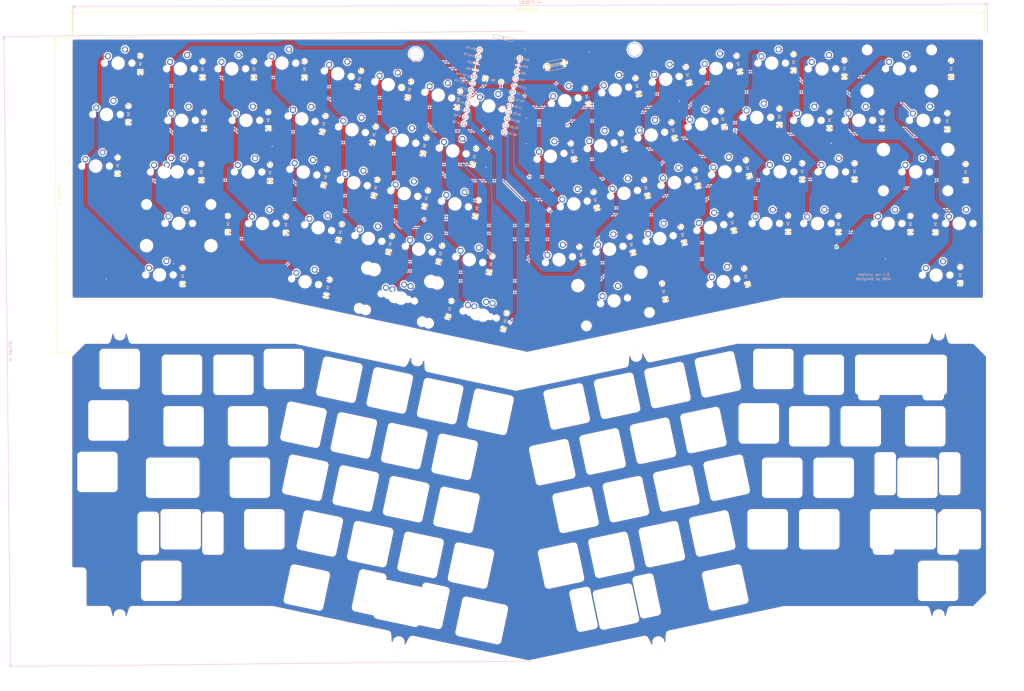
<source format=kicad_pcb>
(kicad_pcb (version 20171130) (host pcbnew "(5.1.4-0-10_14)")
  (layers (0 F.Cu signal) (31 B.Cu signal) (34 B.Paste user) (35 F.Paste user) (36 B.SilkS user) (37 F.SilkS user) (38 B.Mask user) (39 F.Mask user) (44 Edge.Cuts user))
  (net 0 "")
  (net 1 row0)
  (net 2 "Net-(D1-Pad2)")
  (net 3 "Net-(D2-Pad2)")
  (net 4 "Net-(D3-Pad2)")
  (net 5 "Net-(D4-Pad2)")
  (net 6 "Net-(D5-Pad2)")
  (net 7 "Net-(D6-Pad2)")
  (net 8 "Net-(D7-Pad2)")
  (net 9 "Net-(D8-Pad2)")
  (net 10 "Net-(D9-Pad2)")
  (net 11 row1)
  (net 12 "Net-(D10-Pad2)")
  (net 13 "Net-(D11-Pad2)")
  (net 14 "Net-(D12-Pad2)")
  (net 15 "Net-(D13-Pad2)")
  (net 16 "Net-(D14-Pad2)")
  (net 17 "Net-(D15-Pad2)")
  (net 18 "Net-(D16-Pad2)")
  (net 19 row2)
  (net 20 "Net-(D17-Pad2)")
  (net 21 "Net-(D18-Pad2)")
  (net 22 "Net-(D19-Pad2)")
  (net 23 "Net-(D20-Pad2)")
  (net 24 "Net-(D21-Pad2)")
  (net 25 "Net-(D22-Pad2)")
  (net 26 "Net-(D23-Pad2)")
  (net 27 "Net-(D24-Pad2)")
  (net 28 row3)
  (net 29 "Net-(D25-Pad2)")
  (net 30 "Net-(D26-Pad2)")
  (net 31 "Net-(D27-Pad2)")
  (net 32 "Net-(D28-Pad2)")
  (net 33 "Net-(D29-Pad2)")
  (net 34 "Net-(D30-Pad2)")
  (net 35 "Net-(D31-Pad2)")
  (net 36 "Net-(D32-Pad2)")
  (net 37 row4)
  (net 38 "Net-(D33-Pad2)")
  (net 39 "Net-(D34-Pad2)")
  (net 40 "Net-(D35-Pad2)")
  (net 41 "Net-(D36-Pad2)")
  (net 42 "Net-(D37-Pad2)")
  (net 43 "Net-(D38-Pad2)")
  (net 44 "Net-(D39-Pad2)")
  (net 45 "Net-(D40-Pad2)")
  (net 46 row5)
  (net 47 "Net-(D41-Pad2)")
  (net 48 "Net-(D42-Pad2)")
  (net 49 "Net-(D43-Pad2)")
  (net 50 "Net-(D44-Pad2)")
  (net 51 "Net-(D45-Pad2)")
  (net 52 "Net-(D46-Pad2)")
  (net 53 "Net-(D47-Pad2)")
  (net 54 "Net-(D48-Pad2)")
  (net 55 "Net-(D49-Pad2)")
  (net 56 row6)
  (net 57 "Net-(D50-Pad2)")
  (net 58 "Net-(D51-Pad2)")
  (net 59 "Net-(D52-Pad2)")
  (net 60 "Net-(D53-Pad2)")
  (net 61 "Net-(D54-Pad2)")
  (net 62 "Net-(D55-Pad2)")
  (net 63 "Net-(D56-Pad2)")
  (net 64 "Net-(D57-Pad2)")
  (net 65 row7)
  (net 66 "Net-(D58-Pad2)")
  (net 67 "Net-(D59-Pad2)")
  (net 68 "Net-(D60-Pad2)")
  (net 69 "Net-(D61-Pad2)")
  (net 70 "Net-(D62-Pad2)")
  (net 71 "Net-(D63-Pad2)")
  (net 72 "Net-(D64-Pad2)")
  (net 73 RST)
  (net 74 GND)
  (net 75 col1)
  (net 76 col4)
  (net 77 col5)
  (net 78 col6)
  (net 79 col7)
  (net 80 "Net-(U1-Pad1)")
  (net 81 col3)
  (net 82 col2)
  (net 83 col0)
  (net 84 VCC)
  (net 85 "Net-(U1-Pad24)")
  (net 86 row8)
  (net 87 "Net-(D65-Pad2)")
  (module MXOnly:MXOnly-1U-NoLED (layer F.Cu) (at 220.355 72.185 12)
    (fp_text reference SW24)
    (fp_text value SW_PUSH)
    (pad 2 thru_hole circle (at 2.54 -5.08 12) (size 2.25 2.25) (drill 1.47) (layers *.Cu B.Mask) (net 26 "Net-(D23-Pad2)"))
    (pad "" np_thru_hole circle (at 0 0 12) (size 3.9878 3.9878) (drill 3.9878) (layers *.Cu *.Mask))
    (pad 1 thru_hole circle (at -3.81 -2.54 12) (size 2.25 2.25) (drill 1.47) (layers *.Cu B.Mask) (net 83 col0))
    (pad "" np_thru_hole circle (at -5.08 0 60.0996) (size 1.75 1.75) (drill 1.75) (layers *.Cu *.Mask))
    (pad "" np_thru_hole circle (at 5.08 0 60.0996) (size 1.75 1.75) (drill 1.75) (layers *.Cu *.Mask))
  )
  (module kbd:D3_TH (layer F.Cu) (at 228.476 70.3588 102)
    (fp_text reference D23 hide)
    (fp_text value D hide)
    (pad 1 thru_hole rect (at -3 0 102) (size 1.397 1.397) (drill 0.8128) (layers *.Cu F.SilkS B.Mask) (net 28 row3))
    (pad 2 thru_hole circle (at 3 0 102) (size 1.397 1.397) (drill 0.8128) (layers *.Cu F.SilkS B.Mask) (net 26 "Net-(D23-Pad2)"))
  )
  (module kbd:HOLE (layer F.Cu) (at 251.475 32.715)
    (fp_text reference Ref02)
    (fp_text value Val02)
    (pad "" np_thru_hole circle (at 0 0) (size 5 5) (drill 4.8) (layers *.Cu *.Mask))
  )
  (module kbd:HOLE (layer F.Cu) (at 170.555 34.415)
    (fp_text reference Ref01)
    (fp_text value Val01)
    (pad "" np_thru_hole circle (at 0 0) (size 5 5) (drill 4.8) (layers *.Cu *.Mask))
  )
  (module kbd:ResetSW (layer F.Cu) (at 222.205 38.395 192)
    (fp_text reference SW1 hide)
    (fp_text value SW_PUSH)
    (fp_text user RESET (at 0.127 0 12) (layer B.SilkS) (effects (justify mirror)))
    (fp_text user RESET (at 0 0 12) (layer F.SilkS))
    (pad 1 thru_hole circle (at 3.25 0 192) (size 2 2) (drill 1.3) (layers *.Cu *.Mask F.SilkS) (net 73 RST))
    (pad 2 thru_hole circle (at -3.25 0 192) (size 2 2) (drill 1.3) (layers *.Cu *.Mask F.SilkS) (net 74 GND))
  )
  (module kbd:ProMicro_v3.5 (layer B.Cu) (at 198.605 48.555 168)
    (fp_text reference U1 hide)
    (fp_text value ProMicro hide)
    (fp_text user B4/8 (at 10.605 -10.9 168 unlocked) (layer B.SilkS) (effects (font (size 0.75 0.67) (thickness 0.125)) (justify mirror)))
    (fp_text user D2/RX1 (at 11.055 11.9 168 unlocked) (layer B.SilkS) (effects (font (size 0.75 0.67) (thickness 0.125)) (justify mirror)))
    (fp_text user B5/9 (at 10.605 -13.4 168 unlocked) (layer B.SilkS) (effects (font (size 0.75 0.67) (thickness 0.125)) (justify mirror)))
    (fp_text user C6/5 (at 10.605 -3.25 168 unlocked) (layer B.SilkS) (effects (font (size 0.75 0.67) (thickness 0.125)) (justify mirror)))
    (fp_text user SCL/D0/3 (at 11.755 1.7 168 unlocked) (layer B.SilkS) (effects (font (size 0.75 0.67) (thickness 0.125)) (justify mirror)))
    (fp_text user SDA/D1/2 (at 11.755 4.2 168 unlocked) (layer B.SilkS) (effects (font (size 0.75 0.67) (thickness 0.125)) (justify mirror)))
    (fp_text user D4/4 (at 10.604999 -0.7 168 unlocked) (layer B.SilkS) (effects (font (size 0.75 0.67) (thickness 0.125)) (justify mirror)))
    (fp_text user D3/TX0 (at 11.055 14.45 168 unlocked) (layer B.SilkS) (effects (font (size 0.75 0.67) (thickness 0.125)) (justify mirror)))
    (fp_text user GND (at 10.105 6.85 168 unlocked) (layer B.SilkS) (effects (font (size 0.75 0.67) (thickness 0.125)) (justify mirror)))
    (fp_text user GND (at 10.105 9.3 168 unlocked) (layer B.SilkS) (effects (font (size 0.75 0.67) (thickness 0.125)) (justify mirror)))
    (fp_text user D7/6 (at 10.605 -5.800001 168 unlocked) (layer B.SilkS) (effects (font (size 0.75 0.67) (thickness 0.125)) (justify mirror)))
    (fp_text user E6/7 (at 10.605 -8.35 168 unlocked) (layer B.SilkS) (effects (font (size 0.75 0.67) (thickness 0.125)) (justify mirror)))
    (fp_text user 16/B2 (at -10.845 -10.95 168 unlocked) (layer B.SilkS) (effects (font (size 0.75 0.67) (thickness 0.125)) (justify mirror)))
    (fp_text user 10/B6 (at -10.845 -13.450001 168 unlocked) (layer B.SilkS) (effects (font (size 0.75 0.67) (thickness 0.125)) (justify mirror)))
    (fp_text user 14/B3 (at -10.845 -8.4 168 unlocked) (layer B.SilkS) (effects (font (size 0.75 0.67) (thickness 0.125)) (justify mirror)))
    (fp_text user 15/B1 (at -10.845 -5.85 168 unlocked) (layer B.SilkS) (effects (font (size 0.75 0.67) (thickness 0.125)) (justify mirror)))
    (fp_text user A0/F7 (at -10.845 -3.3 168 unlocked) (layer B.SilkS) (effects (font (size 0.75 0.67) (thickness 0.125)) (justify mirror)))
    (fp_text user A1/F6 (at -10.845 -0.749999 168 unlocked) (layer B.SilkS) (effects (font (size 0.75 0.67) (thickness 0.125)) (justify mirror)))
    (fp_text user A2/F5 (at -10.845 1.75 168 unlocked) (layer B.SilkS) (effects (font (size 0.75 0.67) (thickness 0.125)) (justify mirror)))
    (fp_text user A3/F4 (at -10.845 4.25 168 unlocked) (layer B.SilkS) (effects (font (size 0.75 0.67) (thickness 0.125)) (justify mirror)))
    (fp_text user VCC (at -10.195001 6.95 168 unlocked) (layer B.SilkS) (effects (font (size 0.75 0.67) (thickness 0.125)) (justify mirror)))
    (fp_text user RST (at -10.195 9.4 168 unlocked) (layer B.SilkS) (effects (font (size 0.75 0.67) (thickness 0.125)) (justify mirror)))
    (fp_text user GND (at -10.195 11.95 168 unlocked) (layer B.SilkS) (effects (font (size 0.75 0.67) (thickness 0.125)) (justify mirror)))
    (fp_text user RAW (at -10.195 14.5 168 unlocked) (layer B.SilkS) (effects (font (size 0.75 0.67) (thickness 0.125))))
    (pad 1 thru_hole circle (at 7.6114 14.478 168) (size 1.524 1.524) (drill 0.8128) (layers *.Cu B.SilkS F.Mask) (net 80 "Net-(U1-Pad1)"))
    (pad 2 thru_hole circle (at 7.6114 11.938 168) (size 1.524 1.524) (drill 0.8128) (layers *.Cu B.SilkS F.Mask) (net 76 col4))
    (pad 3 thru_hole circle (at 7.6114 9.398 168) (size 1.524 1.524) (drill 0.8128) (layers *.Cu B.SilkS F.Mask) (net 74 GND))
    (pad 4 thru_hole circle (at 7.6114 6.858 168) (size 1.524 1.524) (drill 0.8128) (layers *.Cu B.SilkS F.Mask) (net 74 GND))
    (pad 5 thru_hole circle (at 7.6114 4.318 168) (size 1.524 1.524) (drill 0.8128) (layers *.Cu B.SilkS F.Mask) (net 77 col5))
    (pad 6 thru_hole circle (at 7.6114 1.778 168) (size 1.524 1.524) (drill 0.8128) (layers *.Cu B.SilkS F.Mask) (net 78 col6))
    (pad 7 thru_hole circle (at 7.6114 -0.762 168) (size 1.524 1.524) (drill 0.8128) (layers *.Cu B.SilkS F.Mask) (net 79 col7))
    (pad 8 thru_hole circle (at 7.6114 -3.302 168) (size 1.524 1.524) (drill 0.8128) (layers *.Cu B.SilkS F.Mask) (net 1 row0))
    (pad 9 thru_hole circle (at 7.6114 -5.842 168) (size 1.524 1.524) (drill 0.8128) (layers *.Cu B.SilkS F.Mask) (net 19 row2))
    (pad 10 thru_hole circle (at 7.6114 -8.382 168) (size 1.524 1.524) (drill 0.8128) (layers *.Cu B.SilkS F.Mask) (net 37 row4))
    (pad 11 thru_hole circle (at 7.6114 -10.922 168) (size 1.524 1.524) (drill 0.8128) (layers *.Cu B.SilkS F.Mask) (net 56 row6))
    (pad 12 thru_hole circle (at 7.6114 -13.462 168) (size 1.524 1.524) (drill 0.8128) (layers *.Cu B.SilkS F.Mask) (net 86 row8))
    (pad 13 thru_hole circle (at -7.6086 -13.462 168) (size 1.524 1.524) (drill 0.8128) (layers *.Cu B.SilkS F.Mask) (net 65 row7))
    (pad 14 thru_hole circle (at -7.6086 -10.922 168) (size 1.524 1.524) (drill 0.8128) (layers *.Cu B.SilkS F.Mask) (net 46 row5))
    (pad 15 thru_hole circle (at -7.6086 -8.382 168) (size 1.524 1.524) (drill 0.8128) (layers *.Cu B.SilkS F.Mask) (net 28 row3))
    (pad 16 thru_hole circle (at -7.6086 -5.842 168) (size 1.524 1.524) (drill 0.8128) (layers *.Cu B.SilkS F.Mask) (net 11 row1))
    (pad 17 thru_hole circle (at -7.6086 -3.302 168) (size 1.524 1.524) (drill 0.8128) (layers *.Cu B.SilkS F.Mask) (net 81 col3))
    (pad 18 thru_hole circle (at -7.6086 -0.762 168) (size 1.524 1.524) (drill 0.8128) (layers *.Cu B.SilkS F.Mask) (net 82 col2))
    (pad 19 thru_hole circle (at -7.6086 1.778 168) (size 1.524 1.524) (drill 0.8128) (layers *.Cu B.SilkS F.Mask) (net 75 col1))
    (pad 20 thru_hole circle (at -7.6086 4.318 168) (size 1.524 1.524) (drill 0.8128) (layers *.Cu B.SilkS F.Mask) (net 83 col0))
    (pad 21 thru_hole circle (at -7.6086 6.858 168) (size 1.524 1.524) (drill 0.8128) (layers *.Cu B.SilkS F.Mask) (net 84 VCC))
    (pad 22 thru_hole circle (at -7.6086 9.398 168) (size 1.524 1.524) (drill 0.8128) (layers *.Cu B.SilkS F.Mask) (net 73 RST))
    (pad 23 thru_hole circle (at -7.6086 11.938 168) (size 1.524 1.524) (drill 0.8128) (layers *.Cu B.SilkS F.Mask) (net 74 GND))
    (pad 24 thru_hole circle (at -7.6086 14.478 168) (size 1.524 1.524) (drill 0.8128) (layers *.Cu B.SilkS F.Mask) (net 85 "Net-(U1-Pad24)"))
  )
  (module kbd:D3_TH (layer F.Cu) (at 68.715 38.015 90)
    (fp_text reference D1 hide)
    (fp_text value D hide)
    (pad 2 thru_hole circle (at 3 0 90) (size 1.397 1.397) (drill 0.8128) (layers *.Cu F.SilkS B.Mask) (net 2 "Net-(D1-Pad2)"))
    (pad 1 thru_hole rect (at -3 0 90) (size 1.397 1.397) (drill 0.8128) (layers *.Cu F.SilkS B.Mask) (net 1 row0))
  )
  (module kbd:D3_TH (layer F.Cu) (at 91.715 40.015 90)
    (fp_text reference D2 hide)
    (fp_text value D hide)
    (pad 1 thru_hole rect (at -3 0 90) (size 1.397 1.397) (drill 0.8128) (layers *.Cu F.SilkS B.Mask) (net 1 row0))
    (pad 2 thru_hole circle (at 3 0 90) (size 1.397 1.397) (drill 0.8128) (layers *.Cu F.SilkS B.Mask) (net 3 "Net-(D2-Pad2)"))
  )
  (module kbd:D3_TH (layer F.Cu) (at 110.715 40.015 90)
    (fp_text reference D3 hide)
    (fp_text value D hide)
    (pad 2 thru_hole circle (at 3 0 90) (size 1.397 1.397) (drill 0.8128) (layers *.Cu F.SilkS B.Mask) (net 4 "Net-(D3-Pad2)"))
    (pad 1 thru_hole rect (at -3 0 90) (size 1.397 1.397) (drill 0.8128) (layers *.Cu F.SilkS B.Mask) (net 1 row0))
  )
  (module kbd:D3_TH (layer F.Cu) (at 129.405 40.045 90)
    (fp_text reference D4 hide)
    (fp_text value D hide)
    (pad 1 thru_hole rect (at -3 0 90) (size 1.397 1.397) (drill 0.8128) (layers *.Cu F.SilkS B.Mask) (net 1 row0))
    (pad 2 thru_hole circle (at 3 0 90) (size 1.397 1.397) (drill 0.8128) (layers *.Cu F.SilkS B.Mask) (net 5 "Net-(D4-Pad2)"))
  )
  (module kbd:D3_TH (layer F.Cu) (at 149.715 43.515 78)
    (fp_text reference D5 hide)
    (fp_text value D hide)
    (pad 2 thru_hole circle (at 3 0 78) (size 1.397 1.397) (drill 0.8128) (layers *.Cu F.SilkS B.Mask) (net 6 "Net-(D5-Pad2)"))
    (pad 1 thru_hole rect (at -3 0 78) (size 1.397 1.397) (drill 0.8128) (layers *.Cu F.SilkS B.Mask) (net 1 row0))
  )
  (module kbd:D3_TH (layer F.Cu) (at 168.215 47.515 78)
    (fp_text reference D6 hide)
    (fp_text value D hide)
    (pad 1 thru_hole rect (at -3 0 78) (size 1.397 1.397) (drill 0.8128) (layers *.Cu F.SilkS B.Mask) (net 1 row0))
    (pad 2 thru_hole circle (at 3 0 78) (size 1.397 1.397) (drill 0.8128) (layers *.Cu F.SilkS B.Mask) (net 7 "Net-(D6-Pad2)"))
  )
  (module kbd:D3_TH (layer F.Cu) (at 186.315 51.105 78)
    (fp_text reference D7 hide)
    (fp_text value D hide)
    (pad 1 thru_hole rect (at -3 0 78) (size 1.397 1.397) (drill 0.8128) (layers *.Cu F.SilkS B.Mask) (net 1 row0))
    (pad 2 thru_hole circle (at 3 0 78) (size 1.397 1.397) (drill 0.8128) (layers *.Cu F.SilkS B.Mask) (net 8 "Net-(D7-Pad2)"))
  )
  (module kbd:D3_TH (layer F.Cu) (at 199.205 44.045 348)
    (fp_text reference D8 hide)
    (fp_text value D hide)
    (pad 1 thru_hole rect (at -3 0 348) (size 1.397 1.397) (drill 0.8128) (layers *.Cu F.SilkS B.Mask) (net 1 row0))
    (pad 2 thru_hole circle (at 3 0 348) (size 1.397 1.397) (drill 0.8128) (layers *.Cu F.SilkS B.Mask) (net 9 "Net-(D8-Pad2)"))
  )
  (module kbd:D3_TH (layer F.Cu) (at 233.745 50.015 102)
    (fp_text reference D9 hide)
    (fp_text value D hide)
    (pad 2 thru_hole circle (at 3 0 102) (size 1.397 1.397) (drill 0.8128) (layers *.Cu F.SilkS B.Mask) (net 10 "Net-(D9-Pad2)"))
    (pad 1 thru_hole rect (at -3 0 102) (size 1.397 1.397) (drill 0.8128) (layers *.Cu F.SilkS B.Mask) (net 11 row1))
  )
  (module kbd:D3_TH (layer F.Cu) (at 252.375 46.215 102)
    (fp_text reference D10 hide)
    (fp_text value D hide)
    (pad 1 thru_hole rect (at -3 0 102) (size 1.397 1.397) (drill 0.8128) (layers *.Cu F.SilkS B.Mask) (net 11 row1))
    (pad 2 thru_hole circle (at 3 0 102) (size 1.397 1.397) (drill 0.8128) (layers *.Cu F.SilkS B.Mask) (net 12 "Net-(D10-Pad2)"))
  )
  (module kbd:D3_TH (layer F.Cu) (at 271.005 42.075 102)
    (fp_text reference D11 hide)
    (fp_text value D hide)
    (pad 2 thru_hole circle (at 3 0 102) (size 1.397 1.397) (drill 0.8128) (layers *.Cu F.SilkS B.Mask) (net 13 "Net-(D11-Pad2)"))
    (pad 1 thru_hole rect (at -3 0 102) (size 1.397 1.397) (drill 0.8128) (layers *.Cu F.SilkS B.Mask) (net 11 row1))
  )
  (module kbd:D3_TH (layer F.Cu) (at 289.755 37.945 102)
    (fp_text reference D12 hide)
    (fp_text value D hide)
    (pad 1 thru_hole rect (at -3 0 102) (size 1.397 1.397) (drill 0.8128) (layers *.Cu F.SilkS B.Mask) (net 11 row1))
    (pad 2 thru_hole circle (at 3 0 102) (size 1.397 1.397) (drill 0.8128) (layers *.Cu F.SilkS B.Mask) (net 14 "Net-(D12-Pad2)"))
  )
  (module kbd:D3_TH (layer F.Cu) (at 310.215 37.445 90)
    (fp_text reference D13 hide)
    (fp_text value D hide)
    (pad 2 thru_hole circle (at 3 0 90) (size 1.397 1.397) (drill 0.8128) (layers *.Cu F.SilkS B.Mask) (net 15 "Net-(D13-Pad2)"))
    (pad 1 thru_hole rect (at -3 0 90) (size 1.397 1.397) (drill 0.8128) (layers *.Cu F.SilkS B.Mask) (net 11 row1))
  )
  (module kbd:D3_TH (layer F.Cu) (at 329.015 39.705 90)
    (fp_text reference D14 hide)
    (fp_text value D hide)
    (pad 1 thru_hole rect (at -3 0 90) (size 1.397 1.397) (drill 0.8128) (layers *.Cu F.SilkS B.Mask) (net 11 row1))
    (pad 2 thru_hole circle (at 3 0 90) (size 1.397 1.397) (drill 0.8128) (layers *.Cu F.SilkS B.Mask) (net 16 "Net-(D14-Pad2)"))
  )
  (module kbd:D3_TH (layer F.Cu) (at 368.465 39.825 90)
    (fp_text reference D15 hide)
    (fp_text value D hide)
    (pad 2 thru_hole circle (at 3 0 90) (size 1.397 1.397) (drill 0.8128) (layers *.Cu F.SilkS B.Mask) (net 17 "Net-(D15-Pad2)"))
    (pad 1 thru_hole rect (at -3 0 90) (size 1.397 1.397) (drill 0.8128) (layers *.Cu F.SilkS B.Mask) (net 11 row1))
  )
  (module kbd:D3_TH (layer F.Cu) (at 64.325 56.585 90)
    (fp_text reference D16 hide)
    (fp_text value D hide)
    (pad 1 thru_hole rect (at -3 0 90) (size 1.397 1.397) (drill 0.8128) (layers *.Cu F.SilkS B.Mask) (net 19 row2))
    (pad 2 thru_hole circle (at 3 0 90) (size 1.397 1.397) (drill 0.8128) (layers *.Cu F.SilkS B.Mask) (net 18 "Net-(D16-Pad2)"))
  )
  (module kbd:D3_TH (layer F.Cu) (at 92.255 58.925 90)
    (fp_text reference D17 hide)
    (fp_text value D hide)
    (pad 1 thru_hole rect (at -3 0 90) (size 1.397 1.397) (drill 0.8128) (layers *.Cu F.SilkS B.Mask) (net 19 row2))
    (pad 2 thru_hole circle (at 3 0 90) (size 1.397 1.397) (drill 0.8128) (layers *.Cu F.SilkS B.Mask) (net 20 "Net-(D17-Pad2)"))
  )
  (module kbd:D3_TH (layer F.Cu) (at 116.005 58.825 90)
    (fp_text reference D18 hide)
    (fp_text value D hide)
    (pad 2 thru_hole circle (at 3 0 90) (size 1.397 1.397) (drill 0.8128) (layers *.Cu F.SilkS B.Mask) (net 21 "Net-(D18-Pad2)"))
    (pad 1 thru_hole rect (at -3 0 90) (size 1.397 1.397) (drill 0.8128) (layers *.Cu F.SilkS B.Mask) (net 19 row2))
  )
  (module kbd:D3_TH (layer F.Cu) (at 136.545 60.195 78)
    (fp_text reference D19 hide)
    (fp_text value D hide)
    (pad 1 thru_hole rect (at -3 0 78) (size 1.397 1.397) (drill 0.8128) (layers *.Cu F.SilkS B.Mask) (net 19 row2))
    (pad 2 thru_hole circle (at 3 0 78) (size 1.397 1.397) (drill 0.8128) (layers *.Cu F.SilkS B.Mask) (net 22 "Net-(D19-Pad2)"))
  )
  (module kbd:D3_TH (layer F.Cu) (at 155.135 64.185 78)
    (fp_text reference D20 hide)
    (fp_text value D hide)
    (pad 2 thru_hole circle (at 3 0 78) (size 1.397 1.397) (drill 0.8128) (layers *.Cu F.SilkS B.Mask) (net 23 "Net-(D20-Pad2)"))
    (pad 1 thru_hole rect (at -3 0 78) (size 1.397 1.397) (drill 0.8128) (layers *.Cu F.SilkS B.Mask) (net 19 row2))
  )
  (module kbd:D3_TH (layer F.Cu) (at 173.825 68.265 78)
    (fp_text reference D21 hide)
    (fp_text value D hide)
    (pad 1 thru_hole rect (at -3 0 78) (size 1.397 1.397) (drill 0.8128) (layers *.Cu F.SilkS B.Mask) (net 19 row2))
    (pad 2 thru_hole circle (at 3 0 78) (size 1.397 1.397) (drill 0.8128) (layers *.Cu F.SilkS B.Mask) (net 24 "Net-(D21-Pad2)"))
  )
  (module kbd:D3_TH (layer F.Cu) (at 192.225 72.265 78)
    (fp_text reference D22 hide)
    (fp_text value D hide)
    (pad 2 thru_hole circle (at 3 0 78) (size 1.397 1.397) (drill 0.8128) (layers *.Cu F.SilkS B.Mask) (net 25 "Net-(D22-Pad2)"))
    (pad 1 thru_hole rect (at -3 0 78) (size 1.397 1.397) (drill 0.8128) (layers *.Cu F.SilkS B.Mask) (net 19 row2))
  )
  (module kbd:D3_TH (layer F.Cu) (at 246.995 66.615 102)
    (fp_text reference D24 hide)
    (fp_text value D hide)
    (pad 2 thru_hole circle (at 3 0 102) (size 1.397 1.397) (drill 0.8128) (layers *.Cu F.SilkS B.Mask) (net 27 "Net-(D24-Pad2)"))
    (pad 1 thru_hole rect (at -3 0 102) (size 1.397 1.397) (drill 0.8128) (layers *.Cu F.SilkS B.Mask) (net 28 row3))
  )
  (module kbd:D3_TH (layer F.Cu) (at 265.695 62.575 102)
    (fp_text reference D25 hide)
    (fp_text value D hide)
    (pad 1 thru_hole rect (at -3 0 102) (size 1.397 1.397) (drill 0.8128) (layers *.Cu F.SilkS B.Mask) (net 28 row3))
    (pad 2 thru_hole circle (at 3 0 102) (size 1.397 1.397) (drill 0.8128) (layers *.Cu F.SilkS B.Mask) (net 29 "Net-(D25-Pad2)"))
  )
  (module kbd:D3_TH (layer F.Cu) (at 284.065 58.435 102)
    (fp_text reference D26 hide)
    (fp_text value D hide)
    (pad 2 thru_hole circle (at 3 0 102) (size 1.397 1.397) (drill 0.8128) (layers *.Cu F.SilkS B.Mask) (net 30 "Net-(D26-Pad2)"))
    (pad 1 thru_hole rect (at -3 0 102) (size 1.397 1.397) (drill 0.8128) (layers *.Cu F.SilkS B.Mask) (net 28 row3))
  )
  (module kbd:D3_TH (layer F.Cu) (at 304.965 57.5462 90)
    (fp_text reference D27 hide)
    (fp_text value D hide)
    (pad 1 thru_hole rect (at -3 0 90) (size 1.397 1.397) (drill 0.8128) (layers *.Cu F.SilkS B.Mask) (net 28 row3))
    (pad 2 thru_hole circle (at 3 0 90) (size 1.397 1.397) (drill 0.8128) (layers *.Cu F.SilkS B.Mask) (net 31 "Net-(D27-Pad2)"))
  )
  (module kbd:D3_TH (layer F.Cu) (at 323.525 58.755 90)
    (fp_text reference D28 hide)
    (fp_text value D hide)
    (pad 2 thru_hole circle (at 3 0 90) (size 1.397 1.397) (drill 0.8128) (layers *.Cu F.SilkS B.Mask) (net 32 "Net-(D28-Pad2)"))
    (pad 1 thru_hole rect (at -3 0 90) (size 1.397 1.397) (drill 0.8128) (layers *.Cu F.SilkS B.Mask) (net 28 row3))
  )
  (module kbd:D3_TH (layer F.Cu) (at 342.885 58.865 90)
    (fp_text reference D29 hide)
    (fp_text value D hide)
    (pad 1 thru_hole rect (at -3 0 90) (size 1.397 1.397) (drill 0.8128) (layers *.Cu F.SilkS B.Mask) (net 28 row3))
    (pad 2 thru_hole circle (at 3 0 90) (size 1.397 1.397) (drill 0.8128) (layers *.Cu F.SilkS B.Mask) (net 33 "Net-(D29-Pad2)"))
  )
  (module kbd:D3_TH (layer F.Cu) (at 367.035 59.235 90)
    (fp_text reference D30 hide)
    (fp_text value D hide)
    (pad 2 thru_hole circle (at 3 0 90) (size 1.397 1.397) (drill 0.8128) (layers *.Cu F.SilkS B.Mask) (net 34 "Net-(D30-Pad2)"))
    (pad 1 thru_hole rect (at -3 0 90) (size 1.397 1.397) (drill 0.8128) (layers *.Cu F.SilkS B.Mask) (net 28 row3))
  )
  (module kbd:D3_TH (layer F.Cu) (at 60.325 75.635 90)
    (fp_text reference D31 hide)
    (fp_text value D hide)
    (pad 2 thru_hole circle (at 3 0 90) (size 1.397 1.397) (drill 0.8128) (layers *.Cu F.SilkS B.Mask) (net 35 "Net-(D31-Pad2)"))
    (pad 1 thru_hole rect (at -3 0 90) (size 1.397 1.397) (drill 0.8128) (layers *.Cu F.SilkS B.Mask) (net 37 row4))
  )
  (module kbd:D3_TH (layer F.Cu) (at 91.285 78.035 90)
    (fp_text reference D32 hide)
    (fp_text value D hide)
    (pad 1 thru_hole rect (at -3 0 90) (size 1.397 1.397) (drill 0.8128) (layers *.Cu F.SilkS B.Mask) (net 37 row4))
    (pad 2 thru_hole circle (at 3 0 90) (size 1.397 1.397) (drill 0.8128) (layers *.Cu F.SilkS B.Mask) (net 36 "Net-(D32-Pad2)"))
  )
  (module kbd:D3_TH (layer F.Cu) (at 116.665 78.305 90)
    (fp_text reference D33 hide)
    (fp_text value D hide)
    (pad 2 thru_hole circle (at 3 0 90) (size 1.397 1.397) (drill 0.8128) (layers *.Cu F.SilkS B.Mask) (net 38 "Net-(D33-Pad2)"))
    (pad 1 thru_hole rect (at -3 0 90) (size 1.397 1.397) (drill 0.8128) (layers *.Cu F.SilkS B.Mask) (net 37 row4))
  )
  (module kbd:D3_TH (layer F.Cu) (at 137.155 79.895 78)
    (fp_text reference D34 hide)
    (fp_text value D hide)
    (pad 1 thru_hole rect (at -3 0 78) (size 1.397 1.397) (drill 0.8128) (layers *.Cu F.SilkS B.Mask) (net 37 row4))
    (pad 2 thru_hole circle (at 3 0 78) (size 1.397 1.397) (drill 0.8128) (layers *.Cu F.SilkS B.Mask) (net 39 "Net-(D34-Pad2)"))
  )
  (module kbd:D3_TH (layer F.Cu) (at 155.695 83.805 78)
    (fp_text reference D35 hide)
    (fp_text value D hide)
    (pad 2 thru_hole circle (at 3 0 78) (size 1.397 1.397) (drill 0.8128) (layers *.Cu F.SilkS B.Mask) (net 40 "Net-(D35-Pad2)"))
    (pad 1 thru_hole rect (at -3 0 78) (size 1.397 1.397) (drill 0.8128) (layers *.Cu F.SilkS B.Mask) (net 37 row4))
  )
  (module kbd:D3_TH (layer F.Cu) (at 174.425 87.795 78)
    (fp_text reference D36 hide)
    (fp_text value D hide)
    (pad 1 thru_hole rect (at -3 0 78) (size 1.397 1.397) (drill 0.8128) (layers *.Cu F.SilkS B.Mask) (net 37 row4))
    (pad 2 thru_hole circle (at 3 0 78) (size 1.397 1.397) (drill 0.8128) (layers *.Cu F.SilkS B.Mask) (net 41 "Net-(D36-Pad2)"))
  )
  (module kbd:D3_TH (layer F.Cu) (at 193.145 91.435 78)
    (fp_text reference D37 hide)
    (fp_text value D hide)
    (pad 2 thru_hole circle (at 3 0 78) (size 1.397 1.397) (drill 0.8128) (layers *.Cu F.SilkS B.Mask) (net 42 "Net-(D37-Pad2)"))
    (pad 1 thru_hole rect (at -3 0 78) (size 1.397 1.397) (drill 0.8128) (layers *.Cu F.SilkS B.Mask) (net 37 row4))
  )
  (module kbd:D3_TH (layer F.Cu) (at 236.905 88.345 102)
    (fp_text reference D38 hide)
    (fp_text value D hide)
    (pad 2 thru_hole circle (at 3 0 102) (size 1.397 1.397) (drill 0.8128) (layers *.Cu F.SilkS B.Mask) (net 43 "Net-(D38-Pad2)"))
    (pad 1 thru_hole rect (at -3 0 102) (size 1.397 1.397) (drill 0.8128) (layers *.Cu F.SilkS B.Mask) (net 46 row5))
  )
  (module kbd:D3_TH (layer F.Cu) (at 255.615 83.865 102)
    (fp_text reference D39 hide)
    (fp_text value D hide)
    (pad 1 thru_hole rect (at -3 0 102) (size 1.397 1.397) (drill 0.8128) (layers *.Cu F.SilkS B.Mask) (net 46 row5))
    (pad 2 thru_hole circle (at 3 0 102) (size 1.397 1.397) (drill 0.8128) (layers *.Cu F.SilkS B.Mask) (net 44 "Net-(D39-Pad2)"))
  )
  (module kbd:D3_TH (layer F.Cu) (at 274.286 80.219 102)
    (fp_text reference D40 hide)
    (fp_text value D hide)
    (pad 2 thru_hole circle (at 3 0 102) (size 1.397 1.397) (drill 0.8128) (layers *.Cu F.SilkS B.Mask) (net 45 "Net-(D40-Pad2)"))
    (pad 1 thru_hole rect (at -3 0 102) (size 1.397 1.397) (drill 0.8128) (layers *.Cu F.SilkS B.Mask) (net 46 row5))
  )
  (module kbd:D3_TH (layer F.Cu) (at 293.255 76.585 102)
    (fp_text reference D41 hide)
    (fp_text value D hide)
    (pad 1 thru_hole rect (at -3 0 102) (size 1.397 1.397) (drill 0.8128) (layers *.Cu F.SilkS B.Mask) (net 46 row5))
    (pad 2 thru_hole circle (at 3 0 102) (size 1.397 1.397) (drill 0.8128) (layers *.Cu F.SilkS B.Mask) (net 47 "Net-(D41-Pad2)"))
  )
  (module kbd:D3_TH (layer F.Cu) (at 313.425 77.775 90)
    (fp_text reference D42 hide)
    (fp_text value D hide)
    (pad 2 thru_hole circle (at 3 0 90) (size 1.397 1.397) (drill 0.8128) (layers *.Cu F.SilkS B.Mask) (net 48 "Net-(D42-Pad2)"))
    (pad 1 thru_hole rect (at -3 0 90) (size 1.397 1.397) (drill 0.8128) (layers *.Cu F.SilkS B.Mask) (net 46 row5))
  )
  (module kbd:D3_TH (layer F.Cu) (at 332.785 77.775 90)
    (fp_text reference D43 hide)
    (fp_text value D hide)
    (pad 1 thru_hole rect (at -3 0 90) (size 1.397 1.397) (drill 0.8128) (layers *.Cu F.SilkS B.Mask) (net 46 row5))
    (pad 2 thru_hole circle (at 3 0 90) (size 1.397 1.397) (drill 0.8128) (layers *.Cu F.SilkS B.Mask) (net 49 "Net-(D43-Pad2)"))
  )
  (module kbd:D3_TH (layer F.Cu) (at 373.845 78.045 90)
    (fp_text reference D44 hide)
    (fp_text value D hide)
    (pad 2 thru_hole circle (at 3 0 90) (size 1.397 1.397) (drill 0.8128) (layers *.Cu F.SilkS B.Mask) (net 50 "Net-(D44-Pad2)"))
    (pad 1 thru_hole rect (at -3 0 90) (size 1.397 1.397) (drill 0.8128) (layers *.Cu F.SilkS B.Mask) (net 46 row5))
  )
  (module kbd:D3_TH (layer F.Cu) (at 101.075 97.255 90)
    (fp_text reference D45 hide)
    (fp_text value D hide)
    (pad 2 thru_hole circle (at 3 0 90) (size 1.397 1.397) (drill 0.8128) (layers *.Cu F.SilkS B.Mask) (net 51 "Net-(D45-Pad2)"))
    (pad 1 thru_hole rect (at -3 0 90) (size 1.397 1.397) (drill 0.8128) (layers *.Cu F.SilkS B.Mask) (net 56 row6))
  )
  (module kbd:D3_TH (layer F.Cu) (at 122.525 97.505 90)
    (fp_text reference D46 hide)
    (fp_text value D hide)
    (pad 1 thru_hole rect (at -3 0 90) (size 1.397 1.397) (drill 0.8128) (layers *.Cu F.SilkS B.Mask) (net 56 row6))
    (pad 2 thru_hole circle (at 3 0 90) (size 1.397 1.397) (drill 0.8128) (layers *.Cu F.SilkS B.Mask) (net 52 "Net-(D46-Pad2)"))
  )
  (module kbd:D3_TH (layer F.Cu) (at 142.635 100.245 78)
    (fp_text reference D47 hide)
    (fp_text value D hide)
    (pad 2 thru_hole circle (at 3 0 78) (size 1.397 1.397) (drill 0.8128) (layers *.Cu F.SilkS B.Mask) (net 53 "Net-(D47-Pad2)"))
    (pad 1 thru_hole rect (at -3 0 78) (size 1.397 1.397) (drill 0.8128) (layers *.Cu F.SilkS B.Mask) (net 56 row6))
  )
  (module kbd:D3_TH (layer F.Cu) (at 161.105 104.645 78)
    (fp_text reference D48 hide)
    (fp_text value D hide)
    (pad 1 thru_hole rect (at -3 0 78) (size 1.397 1.397) (drill 0.8128) (layers *.Cu F.SilkS B.Mask) (net 56 row6))
    (pad 2 thru_hole circle (at 3 0 78) (size 1.397 1.397) (drill 0.8128) (layers *.Cu F.SilkS B.Mask) (net 54 "Net-(D48-Pad2)"))
  )
  (module kbd:D3_TH (layer F.Cu) (at 179.675 108.235 78)
    (fp_text reference D49 hide)
    (fp_text value D hide)
    (pad 2 thru_hole circle (at 3 0 78) (size 1.397 1.397) (drill 0.8128) (layers *.Cu F.SilkS B.Mask) (net 55 "Net-(D49-Pad2)"))
    (pad 1 thru_hole rect (at -3 0 78) (size 1.397 1.397) (drill 0.8128) (layers *.Cu F.SilkS B.Mask) (net 56 row6))
  )
  (module kbd:D3_TH (layer F.Cu) (at 198.245 112.135 78)
    (fp_text reference D50 hide)
    (fp_text value D hide)
    (pad 1 thru_hole rect (at -3 0 78) (size 1.397 1.397) (drill 0.8128) (layers *.Cu F.SilkS B.Mask) (net 56 row6))
    (pad 2 thru_hole circle (at 3 0 78) (size 1.397 1.397) (drill 0.8128) (layers *.Cu F.SilkS B.Mask) (net 57 "Net-(D50-Pad2)"))
  )
  (module kbd:D3_TH (layer F.Cu) (at 231.645 108.615 102)
    (fp_text reference D51 hide)
    (fp_text value D hide)
    (pad 1 thru_hole rect (at -3 0 102) (size 1.397 1.397) (drill 0.8128) (layers *.Cu F.SilkS B.Mask) (net 65 row7))
    (pad 2 thru_hole circle (at 3 0 102) (size 1.397 1.397) (drill 0.8128) (layers *.Cu F.SilkS B.Mask) (net 58 "Net-(D51-Pad2)"))
  )
  (module kbd:D3_TH (layer F.Cu) (at 250.235 104.925 102)
    (fp_text reference D52 hide)
    (fp_text value D hide)
    (pad 1 thru_hole rect (at -3 0 102) (size 1.397 1.397) (drill 0.8128) (layers *.Cu F.SilkS B.Mask) (net 65 row7))
    (pad 2 thru_hole circle (at 3 0 102) (size 1.397 1.397) (drill 0.8128) (layers *.Cu F.SilkS B.Mask) (net 59 "Net-(D52-Pad2)"))
  )
  (module kbd:D3_TH (layer F.Cu) (at 269.175 101.225 102)
    (fp_text reference D53 hide)
    (fp_text value D hide)
    (pad 2 thru_hole circle (at 3 0 102) (size 1.397 1.397) (drill 0.8128) (layers *.Cu F.SilkS B.Mask) (net 60 "Net-(D53-Pad2)"))
    (pad 1 thru_hole rect (at -3 0 102) (size 1.397 1.397) (drill 0.8128) (layers *.Cu F.SilkS B.Mask) (net 65 row7))
  )
  (module kbd:D3_TH (layer F.Cu) (at 287.545 96.745 102)
    (fp_text reference D54 hide)
    (fp_text value D hide)
    (pad 1 thru_hole rect (at -3 0 102) (size 1.397 1.397) (drill 0.8128) (layers *.Cu F.SilkS B.Mask) (net 65 row7))
    (pad 2 thru_hole circle (at 3 0 102) (size 1.397 1.397) (drill 0.8128) (layers *.Cu F.SilkS B.Mask) (net 61 "Net-(D54-Pad2)"))
  )
  (module kbd:D3_TH (layer F.Cu) (at 308.215 97.135 90)
    (fp_text reference D55 hide)
    (fp_text value D hide)
    (pad 2 thru_hole circle (at 3 0 90) (size 1.397 1.397) (drill 0.8128) (layers *.Cu F.SilkS B.Mask) (net 62 "Net-(D55-Pad2)"))
    (pad 1 thru_hole rect (at -3 0 90) (size 1.397 1.397) (drill 0.8128) (layers *.Cu F.SilkS B.Mask) (net 65 row7))
  )
  (module kbd:D3_TH (layer F.Cu) (at 326.825 97.245 90)
    (fp_text reference D56 hide)
    (fp_text value D hide)
    (pad 1 thru_hole rect (at -3 0 90) (size 1.397 1.397) (drill 0.8128) (layers *.Cu F.SilkS B.Mask) (net 65 row7))
    (pad 2 thru_hole circle (at 3 0 90) (size 1.397 1.397) (drill 0.8128) (layers *.Cu F.SilkS B.Mask) (net 63 "Net-(D56-Pad2)"))
  )
  (module kbd:D3_TH (layer F.Cu) (at 353.415 97.245 90)
    (fp_text reference D57 hide)
    (fp_text value D hide)
    (pad 2 thru_hole circle (at 3 0 90) (size 1.397 1.397) (drill 0.8128) (layers *.Cu F.SilkS B.Mask) (net 64 "Net-(D57-Pad2)"))
    (pad 1 thru_hole rect (at -3 0 90) (size 1.397 1.397) (drill 0.8128) (layers *.Cu F.SilkS B.Mask) (net 65 row7))
  )
  (module kbd:D3_TH (layer F.Cu) (at 362.655 97.325 90)
    (fp_text reference D58 hide)
    (fp_text value D hide)
    (pad 1 thru_hole rect (at -3 0 90) (size 1.397 1.397) (drill 0.8128) (layers *.Cu F.SilkS B.Mask) (net 65 row7))
    (pad 2 thru_hole circle (at 3 0 90) (size 1.397 1.397) (drill 0.8128) (layers *.Cu F.SilkS B.Mask) (net 66 "Net-(D58-Pad2)"))
  )
  (module kbd:D3_TH (layer F.Cu) (at 84.355 116.475 90)
    (fp_text reference D59 hide)
    (fp_text value D hide)
    (pad 1 thru_hole rect (at -3 0 90) (size 1.397 1.397) (drill 0.8128) (layers *.Cu F.SilkS B.Mask) (net 86 row8))
    (pad 2 thru_hole circle (at 3 0 90) (size 1.397 1.397) (drill 0.8128) (layers *.Cu F.SilkS B.Mask) (net 67 "Net-(D59-Pad2)"))
  )
  (module kbd:D3_TH (layer F.Cu) (at 262.225 122.195 102)
    (fp_text reference D60 hide)
    (fp_text value D hide)
    (pad 2 thru_hole circle (at 3 0 102) (size 1.397 1.397) (drill 0.8128) (layers *.Cu F.SilkS B.Mask) (net 68 "Net-(D60-Pad2)"))
    (pad 1 thru_hole rect (at -3 0 102) (size 1.397 1.397) (drill 0.8128) (layers *.Cu F.SilkS B.Mask) (net 86 row8))
  )
  (module kbd:D3_TH (layer F.Cu) (at 138.045 120.785 78)
    (fp_text reference D61 hide)
    (fp_text value D hide)
    (pad 1 thru_hole rect (at -3 0 78) (size 1.397 1.397) (drill 0.8128) (layers *.Cu F.SilkS B.Mask) (net 86 row8))
    (pad 2 thru_hole circle (at 3 0 78) (size 1.397 1.397) (drill 0.8128) (layers *.Cu F.SilkS B.Mask) (net 69 "Net-(D61-Pad2)"))
  )
  (module kbd:D3_TH (layer F.Cu) (at 292.585 116.655 102)
    (fp_text reference D62 hide)
    (fp_text value D hide)
    (pad 2 thru_hole circle (at 3 0 102) (size 1.397 1.397) (drill 0.8128) (layers *.Cu F.SilkS B.Mask) (net 70 "Net-(D62-Pad2)"))
    (pad 1 thru_hole rect (at -3 0 102) (size 1.397 1.397) (drill 0.8128) (layers *.Cu F.SilkS B.Mask) (net 86 row8))
  )
  (module kbd:D3_TH (layer F.Cu) (at 183.085 128.655 78)
    (fp_text reference D63 hide)
    (fp_text value D hide)
    (pad 1 thru_hole rect (at -3 0 78) (size 1.397 1.397) (drill 0.8128) (layers *.Cu F.SilkS B.Mask) (net 86 row8))
    (pad 2 thru_hole circle (at 3 0 78) (size 1.397 1.397) (drill 0.8128) (layers *.Cu F.SilkS B.Mask) (net 71 "Net-(D63-Pad2)"))
  )
  (module kbd:D3_TH (layer F.Cu) (at 203.515 133.175 78)
    (fp_text reference D64 hide)
    (fp_text value D hide)
    (pad 2 thru_hole circle (at 3 0 78) (size 1.397 1.397) (drill 0.8128) (layers *.Cu F.SilkS B.Mask) (net 72 "Net-(D64-Pad2)"))
    (pad 1 thru_hole rect (at -3 0 78) (size 1.397 1.397) (drill 0.8128) (layers *.Cu F.SilkS B.Mask) (net 86 row8))
  )
  (module kbd:D3_TH (layer F.Cu) (at 371.825 116.135 90)
    (fp_text reference D65 hide)
    (fp_text value D hide)
    (pad 2 thru_hole circle (at 3 0 90) (size 1.397 1.397) (drill 0.8128) (layers *.Cu F.SilkS B.Mask) (net 87 "Net-(D65-Pad2)"))
    (pad 1 thru_hole rect (at -3 0 90) (size 1.397 1.397) (drill 0.8128) (layers *.Cu F.SilkS B.Mask) (net 86 row8))
  )
  (module MXOnly:MXOnly-1U-NoLED (layer F.Cu) (at 60.525 37.715)
    (fp_text reference SW2)
    (fp_text value SW_PUSH)
    (pad "" np_thru_hole circle (at 5.08 0 48.0996) (size 1.75 1.75) (drill 1.75) (layers *.Cu *.Mask))
    (pad "" np_thru_hole circle (at -5.08 0 48.0996) (size 1.75 1.75) (drill 1.75) (layers *.Cu *.Mask))
    (pad 1 thru_hole circle (at -3.81 -2.54) (size 2.25 2.25) (drill 1.47) (layers *.Cu B.Mask) (net 83 col0))
    (pad "" np_thru_hole circle (at 0 0) (size 3.9878 3.9878) (drill 3.9878) (layers *.Cu *.Mask))
    (pad 2 thru_hole circle (at 2.54 -5.08) (size 2.25 2.25) (drill 1.47) (layers *.Cu B.Mask) (net 2 "Net-(D1-Pad2)"))
  )
  (module MXOnly:MXOnly-1U-NoLED (layer F.Cu) (at 83.525 39.795)
    (fp_text reference SW3)
    (fp_text value SW_PUSH)
    (pad 2 thru_hole circle (at 2.54 -5.08) (size 2.25 2.25) (drill 1.47) (layers *.Cu B.Mask) (net 3 "Net-(D2-Pad2)"))
    (pad "" np_thru_hole circle (at 0 0) (size 3.9878 3.9878) (drill 3.9878) (layers *.Cu *.Mask))
    (pad 1 thru_hole circle (at -3.81 -2.54) (size 2.25 2.25) (drill 1.47) (layers *.Cu B.Mask) (net 75 col1))
    (pad "" np_thru_hole circle (at -5.08 0 48.0996) (size 1.75 1.75) (drill 1.75) (layers *.Cu *.Mask))
    (pad "" np_thru_hole circle (at 5.08 0 48.0996) (size 1.75 1.75) (drill 1.75) (layers *.Cu *.Mask))
  )
  (module MXOnly:MXOnly-1U-NoLED (layer F.Cu) (at 102.545 39.795)
    (fp_text reference SW4)
    (fp_text value SW_PUSH)
    (pad 2 thru_hole circle (at 2.54 -5.08) (size 2.25 2.25) (drill 1.47) (layers *.Cu B.Mask) (net 4 "Net-(D3-Pad2)"))
    (pad "" np_thru_hole circle (at 0 0) (size 3.9878 3.9878) (drill 3.9878) (layers *.Cu *.Mask))
    (pad 1 thru_hole circle (at -3.81 -2.54) (size 2.25 2.25) (drill 1.47) (layers *.Cu B.Mask) (net 82 col2))
    (pad "" np_thru_hole circle (at -5.08 0 48.0996) (size 1.75 1.75) (drill 1.75) (layers *.Cu *.Mask))
    (pad "" np_thru_hole circle (at 5.08 0 48.0996) (size 1.75 1.75) (drill 1.75) (layers *.Cu *.Mask))
  )
  (module MXOnly:MXOnly-1U-NoLED (layer F.Cu) (at 121.085 37.725)
    (fp_text reference SW5)
    (fp_text value SW_PUSH)
    (pad "" np_thru_hole circle (at 5.08 0 48.0996) (size 1.75 1.75) (drill 1.75) (layers *.Cu *.Mask))
    (pad "" np_thru_hole circle (at -5.08 0 48.0996) (size 1.75 1.75) (drill 1.75) (layers *.Cu *.Mask))
    (pad 1 thru_hole circle (at -3.81 -2.54) (size 2.25 2.25) (drill 1.47) (layers *.Cu B.Mask) (net 81 col3))
    (pad "" np_thru_hole circle (at 0 0) (size 3.9878 3.9878) (drill 3.9878) (layers *.Cu *.Mask))
    (pad 2 thru_hole circle (at 2.54 -5.08) (size 2.25 2.25) (drill 1.47) (layers *.Cu B.Mask) (net 5 "Net-(D4-Pad2)"))
  )
  (module MXOnly:MXOnly-1U-NoLED (layer F.Cu) (at 141.715 41.635 348)
    (fp_text reference SW6)
    (fp_text value SW_PUSH)
    (pad "" np_thru_hole circle (at 5.08 0 36.0996) (size 1.75 1.75) (drill 1.75) (layers *.Cu *.Mask))
    (pad "" np_thru_hole circle (at -5.08 0 36.0996) (size 1.75 1.75) (drill 1.75) (layers *.Cu *.Mask))
    (pad 1 thru_hole circle (at -3.81 -2.54 348) (size 2.25 2.25) (drill 1.47) (layers *.Cu B.Mask) (net 76 col4))
    (pad "" np_thru_hole circle (at 0 0 348) (size 3.9878 3.9878) (drill 3.9878) (layers *.Cu *.Mask))
    (pad 2 thru_hole circle (at 2.54 -5.08 348) (size 2.25 2.25) (drill 1.47) (layers *.Cu B.Mask) (net 6 "Net-(D5-Pad2)"))
  )
  (module MXOnly:MXOnly-1U-NoLED (layer F.Cu) (at 160.365 45.665 348)
    (fp_text reference SW7)
    (fp_text value SW_PUSH)
    (pad 2 thru_hole circle (at 2.54 -5.08 348) (size 2.25 2.25) (drill 1.47) (layers *.Cu B.Mask) (net 7 "Net-(D6-Pad2)"))
    (pad "" np_thru_hole circle (at 0 0 348) (size 3.9878 3.9878) (drill 3.9878) (layers *.Cu *.Mask))
    (pad 1 thru_hole circle (at -3.81 -2.54 348) (size 2.25 2.25) (drill 1.47) (layers *.Cu B.Mask) (net 77 col5))
    (pad "" np_thru_hole circle (at -5.08 0 36.0996) (size 1.75 1.75) (drill 1.75) (layers *.Cu *.Mask))
    (pad "" np_thru_hole circle (at 5.08 0 36.0996) (size 1.75 1.75) (drill 1.75) (layers *.Cu *.Mask))
  )
  (module MXOnly:MXOnly-1U-NoLED (layer F.Cu) (at 178.865 49.545 348)
    (fp_text reference SW8)
    (fp_text value SW_PUSH)
    (pad 2 thru_hole circle (at 2.54 -5.08 348) (size 2.25 2.25) (drill 1.47) (layers *.Cu B.Mask) (net 8 "Net-(D7-Pad2)"))
    (pad "" np_thru_hole circle (at 0 0 348) (size 3.9878 3.9878) (drill 3.9878) (layers *.Cu *.Mask))
    (pad 1 thru_hole circle (at -3.81 -2.54 348) (size 2.25 2.25) (drill 1.47) (layers *.Cu B.Mask) (net 78 col6))
    (pad "" np_thru_hole circle (at -5.08 0 36.0996) (size 1.75 1.75) (drill 1.75) (layers *.Cu *.Mask))
    (pad "" np_thru_hole circle (at 5.08 0 36.0996) (size 1.75 1.75) (drill 1.75) (layers *.Cu *.Mask))
  )
  (module MXOnly:MXOnly-1U-NoLED (layer F.Cu) (at 197.515 53.575 348)
    (fp_text reference SW9)
    (fp_text value SW_PUSH)
    (pad 2 thru_hole circle (at 2.54 -5.08 348) (size 2.25 2.25) (drill 1.47) (layers *.Cu B.Mask) (net 9 "Net-(D8-Pad2)"))
    (pad "" np_thru_hole circle (at 0 0 348) (size 3.9878 3.9878) (drill 3.9878) (layers *.Cu *.Mask))
    (pad 1 thru_hole circle (at -3.81 -2.54 348) (size 2.25 2.25) (drill 1.47) (layers *.Cu B.Mask) (net 79 col7))
    (pad "" np_thru_hole circle (at -5.08 0 36.0996) (size 1.75 1.75) (drill 1.75) (layers *.Cu *.Mask))
    (pad "" np_thru_hole circle (at 5.08 0 36.0996) (size 1.75 1.75) (drill 1.75) (layers *.Cu *.Mask))
  )
  (module MXOnly:MXOnly-1U-NoLED (layer F.Cu) (at 225.645 51.645 12)
    (fp_text reference SW10)
    (fp_text value SW_PUSH)
    (pad "" np_thru_hole circle (at 5.08 0 60.0996) (size 1.75 1.75) (drill 1.75) (layers *.Cu *.Mask))
    (pad "" np_thru_hole circle (at -5.08 0 60.0996) (size 1.75 1.75) (drill 1.75) (layers *.Cu *.Mask))
    (pad 1 thru_hole circle (at -3.81 -2.54 12) (size 2.25 2.25) (drill 1.47) (layers *.Cu B.Mask) (net 83 col0))
    (pad "" np_thru_hole circle (at 0 0 12) (size 3.9878 3.9878) (drill 3.9878) (layers *.Cu *.Mask))
    (pad 2 thru_hole circle (at 2.54 -5.08 12) (size 2.25 2.25) (drill 1.47) (layers *.Cu B.Mask) (net 10 "Net-(D9-Pad2)"))
  )
  (module MXOnly:MXOnly-1U-NoLED (layer F.Cu) (at 244.285 47.645 12)
    (fp_text reference SW11)
    (fp_text value SW_PUSH)
    (pad 2 thru_hole circle (at 2.54 -5.08 12) (size 2.25 2.25) (drill 1.47) (layers *.Cu B.Mask) (net 12 "Net-(D10-Pad2)"))
    (pad "" np_thru_hole circle (at 0 0 12) (size 3.9878 3.9878) (drill 3.9878) (layers *.Cu *.Mask))
    (pad 1 thru_hole circle (at -3.81 -2.54 12) (size 2.25 2.25) (drill 1.47) (layers *.Cu B.Mask) (net 75 col1))
    (pad "" np_thru_hole circle (at -5.08 0 60.0996) (size 1.75 1.75) (drill 1.75) (layers *.Cu *.Mask))
    (pad "" np_thru_hole circle (at 5.08 0 60.0996) (size 1.75 1.75) (drill 1.75) (layers *.Cu *.Mask))
  )
  (module MXOnly:MXOnly-1U-NoLED (layer F.Cu) (at 262.965 43.695 12)
    (fp_text reference SW12)
    (fp_text value SW_PUSH)
    (pad "" np_thru_hole circle (at 5.08 0 60.0996) (size 1.75 1.75) (drill 1.75) (layers *.Cu *.Mask))
    (pad "" np_thru_hole circle (at -5.08 0 60.0996) (size 1.75 1.75) (drill 1.75) (layers *.Cu *.Mask))
    (pad 1 thru_hole circle (at -3.81 -2.54 12) (size 2.25 2.25) (drill 1.47) (layers *.Cu B.Mask) (net 82 col2))
    (pad "" np_thru_hole circle (at 0 0 12) (size 3.9878 3.9878) (drill 3.9878) (layers *.Cu *.Mask))
    (pad 2 thru_hole circle (at 2.54 -5.08 12) (size 2.25 2.25) (drill 1.47) (layers *.Cu B.Mask) (net 13 "Net-(D11-Pad2)"))
  )
  (module MXOnly:MXOnly-1U-NoLED (layer F.Cu) (at 281.605 39.705 12)
    (fp_text reference SW13)
    (fp_text value SW_PUSH)
    (pad 2 thru_hole circle (at 2.54 -5.08 12) (size 2.25 2.25) (drill 1.47) (layers *.Cu B.Mask) (net 14 "Net-(D12-Pad2)"))
    (pad "" np_thru_hole circle (at 0 0 12) (size 3.9878 3.9878) (drill 3.9878) (layers *.Cu *.Mask))
    (pad 1 thru_hole circle (at -3.81 -2.54 12) (size 2.25 2.25) (drill 1.47) (layers *.Cu B.Mask) (net 81 col3))
    (pad "" np_thru_hole circle (at -5.08 0 60.0996) (size 1.75 1.75) (drill 1.75) (layers *.Cu *.Mask))
    (pad "" np_thru_hole circle (at 5.08 0 60.0996) (size 1.75 1.75) (drill 1.75) (layers *.Cu *.Mask))
  )
  (module MXOnly:MXOnly-1U-NoLED (layer F.Cu) (at 302.155 37.725)
    (fp_text reference SW14)
    (fp_text value SW_PUSH)
    (pad "" np_thru_hole circle (at 5.08 0 48.0996) (size 1.75 1.75) (drill 1.75) (layers *.Cu *.Mask))
    (pad "" np_thru_hole circle (at -5.08 0 48.0996) (size 1.75 1.75) (drill 1.75) (layers *.Cu *.Mask))
    (pad 1 thru_hole circle (at -3.81 -2.54) (size 2.25 2.25) (drill 1.47) (layers *.Cu B.Mask) (net 76 col4))
    (pad "" np_thru_hole circle (at 0 0) (size 3.9878 3.9878) (drill 3.9878) (layers *.Cu *.Mask))
    (pad 2 thru_hole circle (at 2.54 -5.08) (size 2.25 2.25) (drill 1.47) (layers *.Cu B.Mask) (net 15 "Net-(D13-Pad2)"))
  )
  (module MXOnly:MXOnly-1U-NoLED (layer F.Cu) (at 320.745 39.825)
    (fp_text reference SW15)
    (fp_text value SW_PUSH)
    (pad 2 thru_hole circle (at 2.54 -5.08) (size 2.25 2.25) (drill 1.47) (layers *.Cu B.Mask) (net 16 "Net-(D14-Pad2)"))
    (pad "" np_thru_hole circle (at 0 0) (size 3.9878 3.9878) (drill 3.9878) (layers *.Cu *.Mask))
    (pad 1 thru_hole circle (at -3.81 -2.54) (size 2.25 2.25) (drill 1.47) (layers *.Cu B.Mask) (net 77 col5))
    (pad "" np_thru_hole circle (at -5.08 0 48.0996) (size 1.75 1.75) (drill 1.75) (layers *.Cu *.Mask))
    (pad "" np_thru_hole circle (at 5.08 0 48.0996) (size 1.75 1.75) (drill 1.75) (layers *.Cu *.Mask))
  )
  (module MXOnly:MXOnly-2U-NoLED (layer F.Cu) (at 349.355 39.815)
    (fp_text reference SW16)
    (fp_text value SW_PUSH)
    (pad "" np_thru_hole circle (at 11.90625 8.255) (size 3.9878 3.9878) (drill 3.9878) (layers *.Cu *.Mask))
    (pad "" np_thru_hole circle (at -11.90625 8.255) (size 3.9878 3.9878) (drill 3.9878) (layers *.Cu *.Mask))
    (pad "" np_thru_hole circle (at 11.90625 -6.985) (size 3.048 3.048) (drill 3.048) (layers *.Cu *.Mask))
    (pad "" np_thru_hole circle (at -11.90625 -6.985) (size 3.048 3.048) (drill 3.048) (layers *.Cu *.Mask))
    (pad "" np_thru_hole circle (at 5.08 0 48.0996) (size 1.75 1.75) (drill 1.75) (layers *.Cu *.Mask))
    (pad "" np_thru_hole circle (at -5.08 0 48.0996) (size 1.75 1.75) (drill 1.75) (layers *.Cu *.Mask))
    (pad 1 thru_hole circle (at -3.81 -2.54) (size 2.25 2.25) (drill 1.47) (layers *.Cu B.Mask) (net 78 col6))
    (pad "" np_thru_hole circle (at 0 0) (size 3.9878 3.9878) (drill 3.9878) (layers *.Cu *.Mask))
    (pad 2 thru_hole circle (at 2.54 -5.08) (size 2.25 2.25) (drill 1.47) (layers *.Cu B.Mask) (net 17 "Net-(D15-Pad2)"))
  )
  (module MXOnly:MXOnly-1U-NoLED (layer F.Cu) (at 56.245 56.735)
    (fp_text reference SW17)
    (fp_text value SW_PUSH)
    (pad "" np_thru_hole circle (at 5.08 0 48.0996) (size 1.75 1.75) (drill 1.75) (layers *.Cu *.Mask))
    (pad "" np_thru_hole circle (at -5.08 0 48.0996) (size 1.75 1.75) (drill 1.75) (layers *.Cu *.Mask))
    (pad 1 thru_hole circle (at -3.81 -2.54) (size 2.25 2.25) (drill 1.47) (layers *.Cu B.Mask) (net 83 col0))
    (pad "" np_thru_hole circle (at 0 0) (size 3.9878 3.9878) (drill 3.9878) (layers *.Cu *.Mask))
    (pad 2 thru_hole circle (at 2.54 -5.08) (size 2.25 2.25) (drill 1.47) (layers *.Cu B.Mask) (net 18 "Net-(D16-Pad2)"))
  )
  (module MXOnly:MXOnly-1.5U-NoLED (layer F.Cu) (at 83.995 58.885)
    (fp_text reference SW18)
    (fp_text value SW_PUSH)
    (pad "" np_thru_hole circle (at 5.08 0 48.0996) (size 1.75 1.75) (drill 1.75) (layers *.Cu *.Mask))
    (pad "" np_thru_hole circle (at -5.08 0 48.0996) (size 1.75 1.75) (drill 1.75) (layers *.Cu *.Mask))
    (pad 1 thru_hole circle (at -3.81 -2.54) (size 2.25 2.25) (drill 1.47) (layers *.Cu B.Mask) (net 75 col1))
    (pad "" np_thru_hole circle (at 0 0) (size 3.9878 3.9878) (drill 3.9878) (layers *.Cu *.Mask))
    (pad 2 thru_hole circle (at 2.54 -5.08) (size 2.25 2.25) (drill 1.47) (layers *.Cu B.Mask) (net 20 "Net-(D17-Pad2)"))
  )
  (module MXOnly:MXOnly-1U-NoLED (layer F.Cu) (at 107.795 58.885)
    (fp_text reference SW19)
    (fp_text value SW_PUSH)
    (pad "" np_thru_hole circle (at 5.08 0 48.0996) (size 1.75 1.75) (drill 1.75) (layers *.Cu *.Mask))
    (pad "" np_thru_hole circle (at -5.08 0 48.0996) (size 1.75 1.75) (drill 1.75) (layers *.Cu *.Mask))
    (pad 1 thru_hole circle (at -3.81 -2.54) (size 2.25 2.25) (drill 1.47) (layers *.Cu B.Mask) (net 82 col2))
    (pad "" np_thru_hole circle (at 0 0) (size 3.9878 3.9878) (drill 3.9878) (layers *.Cu *.Mask))
    (pad 2 thru_hole circle (at 2.54 -5.08) (size 2.25 2.25) (drill 1.47) (layers *.Cu B.Mask) (net 21 "Net-(D18-Pad2)"))
  )
  (module MXOnly:MXOnly-1U-NoLED (layer F.Cu) (at 128.375 58.325 348)
    (fp_text reference SW20)
    (fp_text value SW_PUSH)
    (pad 2 thru_hole circle (at 2.54 -5.08 348) (size 2.25 2.25) (drill 1.47) (layers *.Cu B.Mask) (net 22 "Net-(D19-Pad2)"))
    (pad "" np_thru_hole circle (at 0 0 348) (size 3.9878 3.9878) (drill 3.9878) (layers *.Cu *.Mask))
    (pad 1 thru_hole circle (at -3.81 -2.54 348) (size 2.25 2.25) (drill 1.47) (layers *.Cu B.Mask) (net 81 col3))
    (pad "" np_thru_hole circle (at -5.08 0 36.0996) (size 1.75 1.75) (drill 1.75) (layers *.Cu *.Mask))
    (pad "" np_thru_hole circle (at 5.08 0 36.0996) (size 1.75 1.75) (drill 1.75) (layers *.Cu *.Mask))
  )
  (module MXOnly:MXOnly-1U-NoLED (layer F.Cu) (at 146.955 62.355 348)
    (fp_text reference SW21)
    (fp_text value SW_PUSH)
    (pad "" np_thru_hole circle (at 5.08 0 36.0996) (size 1.75 1.75) (drill 1.75) (layers *.Cu *.Mask))
    (pad "" np_thru_hole circle (at -5.08 0 36.0996) (size 1.75 1.75) (drill 1.75) (layers *.Cu *.Mask))
    (pad 1 thru_hole circle (at -3.81 -2.54 348) (size 2.25 2.25) (drill 1.47) (layers *.Cu B.Mask) (net 76 col4))
    (pad "" np_thru_hole circle (at 0 0 348) (size 3.9878 3.9878) (drill 3.9878) (layers *.Cu *.Mask))
    (pad 2 thru_hole circle (at 2.54 -5.08 348) (size 2.25 2.25) (drill 1.47) (layers *.Cu B.Mask) (net 23 "Net-(D20-Pad2)"))
  )
  (module MXOnly:MXOnly-1U-NoLED (layer F.Cu) (at 165.585 66.275 348)
    (fp_text reference SW22)
    (fp_text value SW_PUSH)
    (pad 2 thru_hole circle (at 2.54 -5.08 348) (size 2.25 2.25) (drill 1.47) (layers *.Cu B.Mask) (net 24 "Net-(D21-Pad2)"))
    (pad "" np_thru_hole circle (at 0 0 348) (size 3.9878 3.9878) (drill 3.9878) (layers *.Cu *.Mask))
    (pad 1 thru_hole circle (at -3.81 -2.54 348) (size 2.25 2.25) (drill 1.47) (layers *.Cu B.Mask) (net 77 col5))
    (pad "" np_thru_hole circle (at -5.08 0 36.0996) (size 1.75 1.75) (drill 1.75) (layers *.Cu *.Mask))
    (pad "" np_thru_hole circle (at 5.08 0 36.0996) (size 1.75 1.75) (drill 1.75) (layers *.Cu *.Mask))
  )
  (module MXOnly:MXOnly-1U-NoLED (layer F.Cu) (at 184.215 70.195 348)
    (fp_text reference SW23)
    (fp_text value SW_PUSH)
    (pad "" np_thru_hole circle (at 5.08 0 36.0996) (size 1.75 1.75) (drill 1.75) (layers *.Cu *.Mask))
    (pad "" np_thru_hole circle (at -5.08 0 36.0996) (size 1.75 1.75) (drill 1.75) (layers *.Cu *.Mask))
    (pad 1 thru_hole circle (at -3.81 -2.54 348) (size 2.25 2.25) (drill 1.47) (layers *.Cu B.Mask) (net 78 col6))
    (pad "" np_thru_hole circle (at 0 0 348) (size 3.9878 3.9878) (drill 3.9878) (layers *.Cu *.Mask))
    (pad 2 thru_hole circle (at 2.54 -5.08 348) (size 2.25 2.25) (drill 1.47) (layers *.Cu B.Mask) (net 25 "Net-(D22-Pad2)"))
  )
  (module MXOnly:MXOnly-1U-NoLED (layer F.Cu) (at 238.925 68.275 12)
    (fp_text reference SW25)
    (fp_text value SW_PUSH)
    (pad 2 thru_hole circle (at 2.54 -5.08 12) (size 2.25 2.25) (drill 1.47) (layers *.Cu B.Mask) (net 27 "Net-(D24-Pad2)"))
    (pad "" np_thru_hole circle (at 0 0 12) (size 3.9878 3.9878) (drill 3.9878) (layers *.Cu *.Mask))
    (pad 1 thru_hole circle (at -3.81 -2.54 12) (size 2.25 2.25) (drill 1.47) (layers *.Cu B.Mask) (net 75 col1))
    (pad "" np_thru_hole circle (at -5.08 0 60.0996) (size 1.75 1.75) (drill 1.75) (layers *.Cu *.Mask))
    (pad "" np_thru_hole circle (at 5.08 0 60.0996) (size 1.75 1.75) (drill 1.75) (layers *.Cu *.Mask))
  )
  (module MXOnly:MXOnly-1U-NoLED (layer F.Cu) (at 257.595 64.325 12)
    (fp_text reference SW26)
    (fp_text value SW_PUSH)
    (pad "" np_thru_hole circle (at 5.08 0 60.0996) (size 1.75 1.75) (drill 1.75) (layers *.Cu *.Mask))
    (pad "" np_thru_hole circle (at -5.08 0 60.0996) (size 1.75 1.75) (drill 1.75) (layers *.Cu *.Mask))
    (pad 1 thru_hole circle (at -3.81 -2.54 12) (size 2.25 2.25) (drill 1.47) (layers *.Cu B.Mask) (net 82 col2))
    (pad "" np_thru_hole circle (at 0 0 12) (size 3.9878 3.9878) (drill 3.9878) (layers *.Cu *.Mask))
    (pad 2 thru_hole circle (at 2.54 -5.08 12) (size 2.25 2.25) (drill 1.47) (layers *.Cu B.Mask) (net 29 "Net-(D25-Pad2)"))
  )
  (module MXOnly:MXOnly-1U-NoLED (layer F.Cu) (at 276.225 60.285 12)
    (fp_text reference SW27)
    (fp_text value SW_PUSH)
    (pad 2 thru_hole circle (at 2.54 -5.08 12) (size 2.25 2.25) (drill 1.47) (layers *.Cu B.Mask) (net 30 "Net-(D26-Pad2)"))
    (pad "" np_thru_hole circle (at 0 0 12) (size 3.9878 3.9878) (drill 3.9878) (layers *.Cu *.Mask))
    (pad 1 thru_hole circle (at -3.81 -2.54 12) (size 2.25 2.25) (drill 1.47) (layers *.Cu B.Mask) (net 81 col3))
    (pad "" np_thru_hole circle (at -5.08 0 60.0996) (size 1.75 1.75) (drill 1.75) (layers *.Cu *.Mask))
    (pad "" np_thru_hole circle (at 5.08 0 60.0996) (size 1.75 1.75) (drill 1.75) (layers *.Cu *.Mask))
  )
  (module MXOnly:MXOnly-1U-NoLED (layer F.Cu) (at 296.665 57.815)
    (fp_text reference SW28)
    (fp_text value SW_PUSH)
    (pad "" np_thru_hole circle (at 5.08 0 48.0996) (size 1.75 1.75) (drill 1.75) (layers *.Cu *.Mask))
    (pad "" np_thru_hole circle (at -5.08 0 48.0996) (size 1.75 1.75) (drill 1.75) (layers *.Cu *.Mask))
    (pad 1 thru_hole circle (at -3.81 -2.54) (size 2.25 2.25) (drill 1.47) (layers *.Cu B.Mask) (net 76 col4))
    (pad "" np_thru_hole circle (at 0 0) (size 3.9878 3.9878) (drill 3.9878) (layers *.Cu *.Mask))
    (pad 2 thru_hole circle (at 2.54 -5.08) (size 2.25 2.25) (drill 1.47) (layers *.Cu B.Mask) (net 31 "Net-(D27-Pad2)"))
  )
  (module MXOnly:MXOnly-1U-NoLED (layer F.Cu) (at 315.335 58.895)
    (fp_text reference SW29)
    (fp_text value SW_PUSH)
    (pad "" np_thru_hole circle (at 5.08 0 48.0996) (size 1.75 1.75) (drill 1.75) (layers *.Cu *.Mask))
    (pad "" np_thru_hole circle (at -5.08 0 48.0996) (size 1.75 1.75) (drill 1.75) (layers *.Cu *.Mask))
    (pad 1 thru_hole circle (at -3.81 -2.54) (size 2.25 2.25) (drill 1.47) (layers *.Cu B.Mask) (net 77 col5))
    (pad "" np_thru_hole circle (at 0 0) (size 3.9878 3.9878) (drill 3.9878) (layers *.Cu *.Mask))
    (pad 2 thru_hole circle (at 2.54 -5.08) (size 2.25 2.25) (drill 1.47) (layers *.Cu B.Mask) (net 32 "Net-(D28-Pad2)"))
  )
  (module MXOnly:MXOnly-1U-NoLED (layer F.Cu) (at 334.365 58.895)
    (fp_text reference SW30)
    (fp_text value SW_PUSH)
    (pad 2 thru_hole circle (at 2.54 -5.08) (size 2.25 2.25) (drill 1.47) (layers *.Cu B.Mask) (net 33 "Net-(D29-Pad2)"))
    (pad "" np_thru_hole circle (at 0 0) (size 3.9878 3.9878) (drill 3.9878) (layers *.Cu *.Mask))
    (pad 1 thru_hole circle (at -3.81 -2.54) (size 2.25 2.25) (drill 1.47) (layers *.Cu B.Mask) (net 78 col6))
    (pad "" np_thru_hole circle (at -5.08 0 48.0996) (size 1.75 1.75) (drill 1.75) (layers *.Cu *.Mask))
    (pad "" np_thru_hole circle (at 5.08 0 48.0996) (size 1.75 1.75) (drill 1.75) (layers *.Cu *.Mask))
  )
  (module MXOnly:MXOnly-1.5U-NoLED (layer F.Cu) (at 358.165 58.895)
    (fp_text reference SW31)
    (fp_text value SW_PUSH)
    (pad 2 thru_hole circle (at 2.54 -5.08) (size 2.25 2.25) (drill 1.47) (layers *.Cu B.Mask) (net 34 "Net-(D30-Pad2)"))
    (pad "" np_thru_hole circle (at 0 0) (size 3.9878 3.9878) (drill 3.9878) (layers *.Cu *.Mask))
    (pad 1 thru_hole circle (at -3.81 -2.54) (size 2.25 2.25) (drill 1.47) (layers *.Cu B.Mask) (net 79 col7))
    (pad "" np_thru_hole circle (at -5.08 0 48.0996) (size 1.75 1.75) (drill 1.75) (layers *.Cu *.Mask))
    (pad "" np_thru_hole circle (at 5.08 0 48.0996) (size 1.75 1.75) (drill 1.75) (layers *.Cu *.Mask))
  )
  (module MXOnly:MXOnly-1U-NoLED (layer F.Cu) (at 52.215 75.815)
    (fp_text reference SW32)
    (fp_text value SW_PUSH)
    (pad "" np_thru_hole circle (at 5.08 0 48.0996) (size 1.75 1.75) (drill 1.75) (layers *.Cu *.Mask))
    (pad "" np_thru_hole circle (at -5.08 0 48.0996) (size 1.75 1.75) (drill 1.75) (layers *.Cu *.Mask))
    (pad 1 thru_hole circle (at -3.81 -2.54) (size 2.25 2.25) (drill 1.47) (layers *.Cu B.Mask) (net 83 col0))
    (pad "" np_thru_hole circle (at 0 0) (size 3.9878 3.9878) (drill 3.9878) (layers *.Cu *.Mask))
    (pad 2 thru_hole circle (at 2.54 -5.08) (size 2.25 2.25) (drill 1.47) (layers *.Cu B.Mask) (net 35 "Net-(D31-Pad2)"))
  )
  (module MXOnly:MXOnly-1.75U-NoLED (layer F.Cu) (at 82.345 77.935)
    (fp_text reference SW33)
    (fp_text value SW_PUSH)
    (pad 2 thru_hole circle (at 2.54 -5.08) (size 2.25 2.25) (drill 1.47) (layers *.Cu B.Mask) (net 36 "Net-(D32-Pad2)"))
    (pad "" np_thru_hole circle (at 0 0) (size 3.9878 3.9878) (drill 3.9878) (layers *.Cu *.Mask))
    (pad 1 thru_hole circle (at -3.81 -2.54) (size 2.25 2.25) (drill 1.47) (layers *.Cu B.Mask) (net 75 col1))
    (pad "" np_thru_hole circle (at -5.08 0 48.0996) (size 1.75 1.75) (drill 1.75) (layers *.Cu *.Mask))
    (pad "" np_thru_hole circle (at 5.08 0 48.0996) (size 1.75 1.75) (drill 1.75) (layers *.Cu *.Mask))
  )
  (module MXOnly:MXOnly-1U-NoLED (layer F.Cu) (at 108.585 77.995)
    (fp_text reference SW34)
    (fp_text value SW_PUSH)
    (pad "" np_thru_hole circle (at 5.08 0 48.0996) (size 1.75 1.75) (drill 1.75) (layers *.Cu *.Mask))
    (pad "" np_thru_hole circle (at -5.08 0 48.0996) (size 1.75 1.75) (drill 1.75) (layers *.Cu *.Mask))
    (pad 1 thru_hole circle (at -3.81 -2.54) (size 2.25 2.25) (drill 1.47) (layers *.Cu B.Mask) (net 82 col2))
    (pad "" np_thru_hole circle (at 0 0) (size 3.9878 3.9878) (drill 3.9878) (layers *.Cu *.Mask))
    (pad 2 thru_hole circle (at 2.54 -5.08) (size 2.25 2.25) (drill 1.47) (layers *.Cu B.Mask) (net 38 "Net-(D33-Pad2)"))
  )
  (module MXOnly:MXOnly-1U-NoLED (layer F.Cu) (at 128.985 78.015 348)
    (fp_text reference SW35)
    (fp_text value SW_PUSH)
    (pad 2 thru_hole circle (at 2.54 -5.08 348) (size 2.25 2.25) (drill 1.47) (layers *.Cu B.Mask) (net 39 "Net-(D34-Pad2)"))
    (pad "" np_thru_hole circle (at 0 0 348) (size 3.9878 3.9878) (drill 3.9878) (layers *.Cu *.Mask))
    (pad 1 thru_hole circle (at -3.81 -2.54 348) (size 2.25 2.25) (drill 1.47) (layers *.Cu B.Mask) (net 81 col3))
    (pad "" np_thru_hole circle (at -5.08 0 36.0996) (size 1.75 1.75) (drill 1.75) (layers *.Cu *.Mask))
    (pad "" np_thru_hole circle (at 5.08 0 36.0996) (size 1.75 1.75) (drill 1.75) (layers *.Cu *.Mask))
  )
  (module MXOnly:MXOnly-1U-NoLED (layer F.Cu) (at 147.645 81.985 348)
    (fp_text reference SW36)
    (fp_text value SW_PUSH)
    (pad "" np_thru_hole circle (at 5.08 0 36.0996) (size 1.75 1.75) (drill 1.75) (layers *.Cu *.Mask))
    (pad "" np_thru_hole circle (at -5.08 0 36.0996) (size 1.75 1.75) (drill 1.75) (layers *.Cu *.Mask))
    (pad 1 thru_hole circle (at -3.81 -2.54 348) (size 2.25 2.25) (drill 1.47) (layers *.Cu B.Mask) (net 76 col4))
    (pad "" np_thru_hole circle (at 0 0 348) (size 3.9878 3.9878) (drill 3.9878) (layers *.Cu *.Mask))
    (pad 2 thru_hole circle (at 2.54 -5.08 348) (size 2.25 2.25) (drill 1.47) (layers *.Cu B.Mask) (net 40 "Net-(D35-Pad2)"))
  )
  (module MXOnly:MXOnly-1U-NoLED (layer F.Cu) (at 166.305 85.955 348)
    (fp_text reference SW37)
    (fp_text value SW_PUSH)
    (pad 2 thru_hole circle (at 2.54 -5.08 348) (size 2.25 2.25) (drill 1.47) (layers *.Cu B.Mask) (net 41 "Net-(D36-Pad2)"))
    (pad "" np_thru_hole circle (at 0 0 348) (size 3.9878 3.9878) (drill 3.9878) (layers *.Cu *.Mask))
    (pad 1 thru_hole circle (at -3.81 -2.54 348) (size 2.25 2.25) (drill 1.47) (layers *.Cu B.Mask) (net 77 col5))
    (pad "" np_thru_hole circle (at -5.08 0 36.0996) (size 1.75 1.75) (drill 1.75) (layers *.Cu *.Mask))
    (pad "" np_thru_hole circle (at 5.08 0 36.0996) (size 1.75 1.75) (drill 1.75) (layers *.Cu *.Mask))
  )
  (module MXOnly:MXOnly-1U-NoLED (layer F.Cu) (at 185.045 89.825 348)
    (fp_text reference SW38)
    (fp_text value SW_PUSH)
    (pad "" np_thru_hole circle (at 5.08 0 36.0996) (size 1.75 1.75) (drill 1.75) (layers *.Cu *.Mask))
    (pad "" np_thru_hole circle (at -5.08 0 36.0996) (size 1.75 1.75) (drill 1.75) (layers *.Cu *.Mask))
    (pad 1 thru_hole circle (at -3.81 -2.54 348) (size 2.25 2.25) (drill 1.47) (layers *.Cu B.Mask) (net 78 col6))
    (pad "" np_thru_hole circle (at 0 0 348) (size 3.9878 3.9878) (drill 3.9878) (layers *.Cu *.Mask))
    (pad 2 thru_hole circle (at 2.54 -5.08 348) (size 2.25 2.25) (drill 1.47) (layers *.Cu B.Mask) (net 42 "Net-(D37-Pad2)"))
  )
  (module MXOnly:MXOnly-1U-NoLED (layer F.Cu) (at 228.985 89.815 12)
    (fp_text reference SW39)
    (fp_text value SW_PUSH)
    (pad 2 thru_hole circle (at 2.54 -5.08 12) (size 2.25 2.25) (drill 1.47) (layers *.Cu B.Mask) (net 43 "Net-(D38-Pad2)"))
    (pad "" np_thru_hole circle (at 0 0 12) (size 3.9878 3.9878) (drill 3.9878) (layers *.Cu *.Mask))
    (pad 1 thru_hole circle (at -3.81 -2.54 12) (size 2.25 2.25) (drill 1.47) (layers *.Cu B.Mask) (net 83 col0))
    (pad "" np_thru_hole circle (at -5.08 0 60.0996) (size 1.75 1.75) (drill 1.75) (layers *.Cu *.Mask))
    (pad "" np_thru_hole circle (at 5.08 0 60.0996) (size 1.75 1.75) (drill 1.75) (layers *.Cu *.Mask))
  )
  (module MXOnly:MXOnly-1U-NoLED (layer F.Cu) (at 247.545 85.885 12)
    (fp_text reference SW40)
    (fp_text value SW_PUSH)
    (pad "" np_thru_hole circle (at 5.08 0 60.0996) (size 1.75 1.75) (drill 1.75) (layers *.Cu *.Mask))
    (pad "" np_thru_hole circle (at -5.08 0 60.0996) (size 1.75 1.75) (drill 1.75) (layers *.Cu *.Mask))
    (pad 1 thru_hole circle (at -3.81 -2.54 12) (size 2.25 2.25) (drill 1.47) (layers *.Cu B.Mask) (net 75 col1))
    (pad "" np_thru_hole circle (at 0 0 12) (size 3.9878 3.9878) (drill 3.9878) (layers *.Cu *.Mask))
    (pad 2 thru_hole circle (at 2.54 -5.08 12) (size 2.25 2.25) (drill 1.47) (layers *.Cu B.Mask) (net 44 "Net-(D39-Pad2)"))
  )
  (module MXOnly:MXOnly-1U-NoLED (layer F.Cu) (at 266.205 81.915 12)
    (fp_text reference SW41)
    (fp_text value SW_PUSH)
    (pad 2 thru_hole circle (at 2.54 -5.08 12) (size 2.25 2.25) (drill 1.47) (layers *.Cu B.Mask) (net 45 "Net-(D40-Pad2)"))
    (pad "" np_thru_hole circle (at 0 0 12) (size 3.9878 3.9878) (drill 3.9878) (layers *.Cu *.Mask))
    (pad 1 thru_hole circle (at -3.81 -2.54 12) (size 2.25 2.25) (drill 1.47) (layers *.Cu B.Mask) (net 82 col2))
    (pad "" np_thru_hole circle (at -5.08 0 60.0996) (size 1.75 1.75) (drill 1.75) (layers *.Cu *.Mask))
    (pad "" np_thru_hole circle (at 5.08 0 60.0996) (size 1.75 1.75) (drill 1.75) (layers *.Cu *.Mask))
  )
  (module MXOnly:MXOnly-1U-NoLED (layer F.Cu) (at 284.855 77.945 12)
    (fp_text reference SW42)
    (fp_text value SW_PUSH)
    (pad "" np_thru_hole circle (at 5.08 0 60.0996) (size 1.75 1.75) (drill 1.75) (layers *.Cu *.Mask))
    (pad "" np_thru_hole circle (at -5.08 0 60.0996) (size 1.75 1.75) (drill 1.75) (layers *.Cu *.Mask))
    (pad 1 thru_hole circle (at -3.81 -2.54 12) (size 2.25 2.25) (drill 1.47) (layers *.Cu B.Mask) (net 81 col3))
    (pad "" np_thru_hole circle (at 0 0 12) (size 3.9878 3.9878) (drill 3.9878) (layers *.Cu *.Mask))
    (pad 2 thru_hole circle (at 2.54 -5.08 12) (size 2.25 2.25) (drill 1.47) (layers *.Cu B.Mask) (net 47 "Net-(D41-Pad2)"))
  )
  (module MXOnly:MXOnly-1U-NoLED (layer F.Cu) (at 305.265 77.905)
    (fp_text reference SW43)
    (fp_text value SW_PUSH)
    (pad 2 thru_hole circle (at 2.54 -5.08) (size 2.25 2.25) (drill 1.47) (layers *.Cu B.Mask) (net 48 "Net-(D42-Pad2)"))
    (pad "" np_thru_hole circle (at 0 0) (size 3.9878 3.9878) (drill 3.9878) (layers *.Cu *.Mask))
    (pad 1 thru_hole circle (at -3.81 -2.54) (size 2.25 2.25) (drill 1.47) (layers *.Cu B.Mask) (net 76 col4))
    (pad "" np_thru_hole circle (at -5.08 0 48.0996) (size 1.75 1.75) (drill 1.75) (layers *.Cu *.Mask))
    (pad "" np_thru_hole circle (at 5.08 0 48.0996) (size 1.75 1.75) (drill 1.75) (layers *.Cu *.Mask))
  )
  (module MXOnly:MXOnly-1U-NoLED (layer F.Cu) (at 324.375 77.965)
    (fp_text reference SW44)
    (fp_text value SW_PUSH)
    (pad "" np_thru_hole circle (at 5.08 0 48.0996) (size 1.75 1.75) (drill 1.75) (layers *.Cu *.Mask))
    (pad "" np_thru_hole circle (at -5.08 0 48.0996) (size 1.75 1.75) (drill 1.75) (layers *.Cu *.Mask))
    (pad 1 thru_hole circle (at -3.81 -2.54) (size 2.25 2.25) (drill 1.47) (layers *.Cu B.Mask) (net 77 col5))
    (pad "" np_thru_hole circle (at 0 0) (size 3.9878 3.9878) (drill 3.9878) (layers *.Cu *.Mask))
    (pad 2 thru_hole circle (at 2.54 -5.08) (size 2.25 2.25) (drill 1.47) (layers *.Cu B.Mask) (net 49 "Net-(D43-Pad2)"))
  )
  (module MXOnly:MXOnly-2.25U-ReversedStabilizers-NoLED (layer F.Cu) (at 355.375 77.965)
    (fp_text reference SW45)
    (fp_text value SW_PUSH)
    (pad 2 thru_hole circle (at 2.54 -5.08) (size 2.25 2.25) (drill 1.47) (layers *.Cu B.Mask) (net 50 "Net-(D44-Pad2)"))
    (pad "" np_thru_hole circle (at 0 0) (size 3.9878 3.9878) (drill 3.9878) (layers *.Cu *.Mask))
    (pad 1 thru_hole circle (at -3.81 -2.54) (size 2.25 2.25) (drill 1.47) (layers *.Cu B.Mask) (net 78 col6))
    (pad "" np_thru_hole circle (at -5.08 0 48.0996) (size 1.75 1.75) (drill 1.75) (layers *.Cu *.Mask))
    (pad "" np_thru_hole circle (at 5.08 0 48.0996) (size 1.75 1.75) (drill 1.75) (layers *.Cu *.Mask))
    (pad "" np_thru_hole circle (at -11.90625 6.985) (size 3.048 3.048) (drill 3.048) (layers *.Cu *.Mask))
    (pad "" np_thru_hole circle (at 11.90625 6.985) (size 3.048 3.048) (drill 3.048) (layers *.Cu *.Mask))
    (pad "" np_thru_hole circle (at -11.90625 -8.255) (size 3.9878 3.9878) (drill 3.9878) (layers *.Cu *.Mask))
    (pad "" np_thru_hole circle (at 11.90625 -8.255) (size 3.9878 3.9878) (drill 3.9878) (layers *.Cu *.Mask))
  )
  (module MXOnly:MXOnly-2.25U-NoLED (layer F.Cu) (at 82.925 96.995)
    (fp_text reference SW46)
    (fp_text value SW_PUSH)
    (pad "" np_thru_hole circle (at 11.90625 8.255) (size 3.9878 3.9878) (drill 3.9878) (layers *.Cu *.Mask))
    (pad "" np_thru_hole circle (at -11.90625 8.255) (size 3.9878 3.9878) (drill 3.9878) (layers *.Cu *.Mask))
    (pad "" np_thru_hole circle (at 11.90625 -6.985) (size 3.048 3.048) (drill 3.048) (layers *.Cu *.Mask))
    (pad "" np_thru_hole circle (at -11.90625 -6.985) (size 3.048 3.048) (drill 3.048) (layers *.Cu *.Mask))
    (pad "" np_thru_hole circle (at 5.08 0 48.0996) (size 1.75 1.75) (drill 1.75) (layers *.Cu *.Mask))
    (pad "" np_thru_hole circle (at -5.08 0 48.0996) (size 1.75 1.75) (drill 1.75) (layers *.Cu *.Mask))
    (pad 1 thru_hole circle (at -3.81 -2.54) (size 2.25 2.25) (drill 1.47) (layers *.Cu B.Mask) (net 75 col1))
    (pad "" np_thru_hole circle (at 0 0) (size 3.9878 3.9878) (drill 3.9878) (layers *.Cu *.Mask))
    (pad 2 thru_hole circle (at 2.54 -5.08) (size 2.25 2.25) (drill 1.47) (layers *.Cu B.Mask) (net 51 "Net-(D45-Pad2)"))
  )
  (module MXOnly:MXOnly-1U-NoLED (layer F.Cu) (at 113.865 97.055)
    (fp_text reference SW47)
    (fp_text value SW_PUSH)
    (pad 2 thru_hole circle (at 2.54 -5.08) (size 2.25 2.25) (drill 1.47) (layers *.Cu B.Mask) (net 52 "Net-(D46-Pad2)"))
    (pad "" np_thru_hole circle (at 0 0) (size 3.9878 3.9878) (drill 3.9878) (layers *.Cu *.Mask))
    (pad 1 thru_hole circle (at -3.81 -2.54) (size 2.25 2.25) (drill 1.47) (layers *.Cu B.Mask) (net 82 col2))
    (pad "" np_thru_hole circle (at -5.08 0 48.0996) (size 1.75 1.75) (drill 1.75) (layers *.Cu *.Mask))
    (pad "" np_thru_hole circle (at 5.08 0 48.0996) (size 1.75 1.75) (drill 1.75) (layers *.Cu *.Mask))
  )
  (module MXOnly:MXOnly-1U-NoLED (layer F.Cu) (at 134.465 98.615 348)
    (fp_text reference SW48)
    (fp_text value SW_PUSH)
    (pad "" np_thru_hole circle (at 5.08 0 36.0996) (size 1.75 1.75) (drill 1.75) (layers *.Cu *.Mask))
    (pad "" np_thru_hole circle (at -5.08 0 36.0996) (size 1.75 1.75) (drill 1.75) (layers *.Cu *.Mask))
    (pad 1 thru_hole circle (at -3.81 -2.54 348) (size 2.25 2.25) (drill 1.47) (layers *.Cu B.Mask) (net 81 col3))
    (pad "" np_thru_hole circle (at 0 0 348) (size 3.9878 3.9878) (drill 3.9878) (layers *.Cu *.Mask))
    (pad 2 thru_hole circle (at 2.54 -5.08 348) (size 2.25 2.25) (drill 1.47) (layers *.Cu B.Mask) (net 53 "Net-(D47-Pad2)"))
  )
  (module MXOnly:MXOnly-1U-NoLED (layer F.Cu) (at 153.015 102.575 348)
    (fp_text reference SW49)
    (fp_text value SW_PUSH)
    (pad 2 thru_hole circle (at 2.54 -5.08 348) (size 2.25 2.25) (drill 1.47) (layers *.Cu B.Mask) (net 54 "Net-(D48-Pad2)"))
    (pad "" np_thru_hole circle (at 0 0 348) (size 3.9878 3.9878) (drill 3.9878) (layers *.Cu *.Mask))
    (pad 1 thru_hole circle (at -3.81 -2.54 348) (size 2.25 2.25) (drill 1.47) (layers *.Cu B.Mask) (net 76 col4))
    (pad "" np_thru_hole circle (at -5.08 0 36.0996) (size 1.75 1.75) (drill 1.75) (layers *.Cu *.Mask))
    (pad "" np_thru_hole circle (at 5.08 0 36.0996) (size 1.75 1.75) (drill 1.75) (layers *.Cu *.Mask))
  )
  (module MXOnly:MXOnly-1U-NoLED (layer F.Cu) (at 171.665 106.545 348)
    (fp_text reference SW50)
    (fp_text value SW_PUSH)
    (pad "" np_thru_hole circle (at 5.08 0 36.0996) (size 1.75 1.75) (drill 1.75) (layers *.Cu *.Mask))
    (pad "" np_thru_hole circle (at -5.08 0 36.0996) (size 1.75 1.75) (drill 1.75) (layers *.Cu *.Mask))
    (pad 1 thru_hole circle (at -3.81 -2.54 348) (size 2.25 2.25) (drill 1.47) (layers *.Cu B.Mask) (net 77 col5))
    (pad "" np_thru_hole circle (at 0 0 348) (size 3.9878 3.9878) (drill 3.9878) (layers *.Cu *.Mask))
    (pad 2 thru_hole circle (at 2.54 -5.08 348) (size 2.25 2.25) (drill 1.47) (layers *.Cu B.Mask) (net 55 "Net-(D49-Pad2)"))
  )
  (module MXOnly:MXOnly-1U-NoLED (layer F.Cu) (at 190.315 110.415 348)
    (fp_text reference SW51)
    (fp_text value SW_PUSH)
    (pad 2 thru_hole circle (at 2.54 -5.08 348) (size 2.25 2.25) (drill 1.47) (layers *.Cu B.Mask) (net 57 "Net-(D50-Pad2)"))
    (pad "" np_thru_hole circle (at 0 0 348) (size 3.9878 3.9878) (drill 3.9878) (layers *.Cu *.Mask))
    (pad 1 thru_hole circle (at -3.81 -2.54 348) (size 2.25 2.25) (drill 1.47) (layers *.Cu B.Mask) (net 78 col6))
    (pad "" np_thru_hole circle (at -5.08 0 36.0996) (size 1.75 1.75) (drill 1.75) (layers *.Cu *.Mask))
    (pad "" np_thru_hole circle (at 5.08 0 36.0996) (size 1.75 1.75) (drill 1.75) (layers *.Cu *.Mask))
  )
  (module MXOnly:MXOnly-1U-NoLED (layer F.Cu) (at 223.505 110.415 12)
    (fp_text reference SW52)
    (fp_text value SW_PUSH)
    (pad "" np_thru_hole circle (at 5.08 0 60.0996) (size 1.75 1.75) (drill 1.75) (layers *.Cu *.Mask))
    (pad "" np_thru_hole circle (at -5.08 0 60.0996) (size 1.75 1.75) (drill 1.75) (layers *.Cu *.Mask))
    (pad 1 thru_hole circle (at -3.81 -2.54 12) (size 2.25 2.25) (drill 1.47) (layers *.Cu B.Mask) (net 83 col0))
    (pad "" np_thru_hole circle (at 0 0 12) (size 3.9878 3.9878) (drill 3.9878) (layers *.Cu *.Mask))
    (pad 2 thru_hole circle (at 2.54 -5.08 12) (size 2.25 2.25) (drill 1.47) (layers *.Cu B.Mask) (net 58 "Net-(D51-Pad2)"))
  )
  (module MXOnly:MXOnly-1U-NoLED (layer F.Cu) (at 242.195 106.555 12)
    (fp_text reference SW53)
    (fp_text value SW_PUSH)
    (pad 2 thru_hole circle (at 2.54 -5.08 12) (size 2.25 2.25) (drill 1.47) (layers *.Cu B.Mask) (net 59 "Net-(D52-Pad2)"))
    (pad "" np_thru_hole circle (at 0 0 12) (size 3.9878 3.9878) (drill 3.9878) (layers *.Cu *.Mask))
    (pad 1 thru_hole circle (at -3.81 -2.54 12) (size 2.25 2.25) (drill 1.47) (layers *.Cu B.Mask) (net 75 col1))
    (pad "" np_thru_hole circle (at -5.08 0 60.0996) (size 1.75 1.75) (drill 1.75) (layers *.Cu *.Mask))
    (pad "" np_thru_hole circle (at 5.08 0 60.0996) (size 1.75 1.75) (drill 1.75) (layers *.Cu *.Mask))
  )
  (module MXOnly:MXOnly-1U-NoLED (layer F.Cu) (at 260.755 102.615 12)
    (fp_text reference SW54)
    (fp_text value SW_PUSH)
    (pad "" np_thru_hole circle (at 5.08 0 60.0996) (size 1.75 1.75) (drill 1.75) (layers *.Cu *.Mask))
    (pad "" np_thru_hole circle (at -5.08 0 60.0996) (size 1.75 1.75) (drill 1.75) (layers *.Cu *.Mask))
    (pad 1 thru_hole circle (at -3.81 -2.54 12) (size 2.25 2.25) (drill 1.47) (layers *.Cu B.Mask) (net 82 col2))
    (pad "" np_thru_hole circle (at 0 0 12) (size 3.9878 3.9878) (drill 3.9878) (layers *.Cu *.Mask))
    (pad 2 thru_hole circle (at 2.54 -5.08 12) (size 2.25 2.25) (drill 1.47) (layers *.Cu B.Mask) (net 60 "Net-(D53-Pad2)"))
  )
  (module MXOnly:MXOnly-1U-NoLED (layer F.Cu) (at 279.455 98.545 12)
    (fp_text reference SW55)
    (fp_text value SW_PUSH)
    (pad 2 thru_hole circle (at 2.54 -5.08 12) (size 2.25 2.25) (drill 1.47) (layers *.Cu B.Mask) (net 61 "Net-(D54-Pad2)"))
    (pad "" np_thru_hole circle (at 0 0 12) (size 3.9878 3.9878) (drill 3.9878) (layers *.Cu *.Mask))
    (pad 1 thru_hole circle (at -3.81 -2.54 12) (size 2.25 2.25) (drill 1.47) (layers *.Cu B.Mask) (net 81 col3))
    (pad "" np_thru_hole circle (at -5.08 0 60.0996) (size 1.75 1.75) (drill 1.75) (layers *.Cu *.Mask))
    (pad "" np_thru_hole circle (at 5.08 0 60.0996) (size 1.75 1.75) (drill 1.75) (layers *.Cu *.Mask))
  )
  (module MXOnly:MXOnly-1U-NoLED (layer F.Cu) (at 299.975 97.045)
    (fp_text reference SW56)
    (fp_text value SW_PUSH)
    (pad "" np_thru_hole circle (at 5.08 0 48.0996) (size 1.75 1.75) (drill 1.75) (layers *.Cu *.Mask))
    (pad "" np_thru_hole circle (at -5.08 0 48.0996) (size 1.75 1.75) (drill 1.75) (layers *.Cu *.Mask))
    (pad 1 thru_hole circle (at -3.81 -2.54) (size 2.25 2.25) (drill 1.47) (layers *.Cu B.Mask) (net 76 col4))
    (pad "" np_thru_hole circle (at 0 0) (size 3.9878 3.9878) (drill 3.9878) (layers *.Cu *.Mask))
    (pad 2 thru_hole circle (at 2.54 -5.08) (size 2.25 2.25) (drill 1.47) (layers *.Cu B.Mask) (net 62 "Net-(D55-Pad2)"))
  )
  (module MXOnly:MXOnly-1U-NoLED (layer F.Cu) (at 319.075 97.045)
    (fp_text reference SW57)
    (fp_text value SW_PUSH)
    (pad "" np_thru_hole circle (at 5.08 0 48.0996) (size 1.75 1.75) (drill 1.75) (layers *.Cu *.Mask))
    (pad "" np_thru_hole circle (at -5.08 0 48.0996) (size 1.75 1.75) (drill 1.75) (layers *.Cu *.Mask))
    (pad 1 thru_hole circle (at -3.81 -2.54) (size 2.25 2.25) (drill 1.47) (layers *.Cu B.Mask) (net 77 col5))
    (pad "" np_thru_hole circle (at 0 0) (size 3.9878 3.9878) (drill 3.9878) (layers *.Cu *.Mask))
    (pad 2 thru_hole circle (at 2.54 -5.08) (size 2.25 2.25) (drill 1.47) (layers *.Cu B.Mask) (net 63 "Net-(D56-Pad2)"))
  )
  (module MXOnly:MXOnly-1.75U-NoLED (layer F.Cu) (at 345.215 97.045)
    (fp_text reference SW58)
    (fp_text value SW_PUSH)
    (pad "" np_thru_hole circle (at 5.08 0 48.0996) (size 1.75 1.75) (drill 1.75) (layers *.Cu *.Mask))
    (pad "" np_thru_hole circle (at -5.08 0 48.0996) (size 1.75 1.75) (drill 1.75) (layers *.Cu *.Mask))
    (pad 1 thru_hole circle (at -3.81 -2.54) (size 2.25 2.25) (drill 1.47) (layers *.Cu B.Mask) (net 78 col6))
    (pad "" np_thru_hole circle (at 0 0) (size 3.9878 3.9878) (drill 3.9878) (layers *.Cu *.Mask))
    (pad 2 thru_hole circle (at 2.54 -5.08) (size 2.25 2.25) (drill 1.47) (layers *.Cu B.Mask) (net 64 "Net-(D57-Pad2)"))
  )
  (module MXOnly:MXOnly-1U-NoLED (layer F.Cu) (at 371.495 97.045)
    (fp_text reference SW59)
    (fp_text value SW_PUSH)
    (pad 2 thru_hole circle (at 2.54 -5.08) (size 2.25 2.25) (drill 1.47) (layers *.Cu B.Mask) (net 66 "Net-(D58-Pad2)"))
    (pad "" np_thru_hole circle (at 0 0) (size 3.9878 3.9878) (drill 3.9878) (layers *.Cu *.Mask))
    (pad 1 thru_hole circle (at -3.81 -2.54) (size 2.25 2.25) (drill 1.47) (layers *.Cu B.Mask) (net 79 col7))
    (pad "" np_thru_hole circle (at -5.08 0 48.0996) (size 1.75 1.75) (drill 1.75) (layers *.Cu *.Mask))
    (pad "" np_thru_hole circle (at 5.08 0 48.0996) (size 1.75 1.75) (drill 1.75) (layers *.Cu *.Mask))
  )
  (module MXOnly:MXOnly-1.25U-NoLED (layer F.Cu) (at 75.795 116.065)
    (fp_text reference SW60)
    (fp_text value SW_PUSH)
    (pad 2 thru_hole circle (at 2.54 -5.08) (size 2.25 2.25) (drill 1.47) (layers *.Cu B.Mask) (net 67 "Net-(D59-Pad2)"))
    (pad "" np_thru_hole circle (at 0 0) (size 3.9878 3.9878) (drill 3.9878) (layers *.Cu *.Mask))
    (pad 1 thru_hole circle (at -3.81 -2.54) (size 2.25 2.25) (drill 1.47) (layers *.Cu B.Mask) (net 83 col0))
    (pad "" np_thru_hole circle (at -5.08 0 48.0996) (size 1.75 1.75) (drill 1.75) (layers *.Cu *.Mask))
    (pad "" np_thru_hole circle (at 5.08 0 48.0996) (size 1.75 1.75) (drill 1.75) (layers *.Cu *.Mask))
  )
  (module MXOnly:MXOnly-2.75U-ReversedStabilizers-NoLED (layer F.Cu) (at 243.855 125.625 12)
    (fp_text reference SW61)
    (fp_text value SW_PUSH)
    (pad "" np_thru_hole circle (at 11.90625 -8.255 12) (size 3.9878 3.9878) (drill 3.9878) (layers *.Cu *.Mask))
    (pad "" np_thru_hole circle (at -11.90625 -8.255 12) (size 3.9878 3.9878) (drill 3.9878) (layers *.Cu *.Mask))
    (pad "" np_thru_hole circle (at 11.90625 6.985 12) (size 3.048 3.048) (drill 3.048) (layers *.Cu *.Mask))
    (pad "" np_thru_hole circle (at -11.90625 6.985 12) (size 3.048 3.048) (drill 3.048) (layers *.Cu *.Mask))
    (pad "" np_thru_hole circle (at 5.08 0 60.0996) (size 1.75 1.75) (drill 1.75) (layers *.Cu *.Mask))
    (pad "" np_thru_hole circle (at -5.08 0 60.0996) (size 1.75 1.75) (drill 1.75) (layers *.Cu *.Mask))
    (pad 1 thru_hole circle (at -3.81 -2.54 12) (size 2.25 2.25) (drill 1.47) (layers *.Cu B.Mask) (net 75 col1))
    (pad "" np_thru_hole circle (at 0 0 12) (size 3.9878 3.9878) (drill 3.9878) (layers *.Cu *.Mask))
    (pad 2 thru_hole circle (at 2.54 -5.08 12) (size 2.25 2.25) (drill 1.47) (layers *.Cu B.Mask) (net 68 "Net-(D60-Pad2)"))
  )
  (module MXOnly:MXOnly-1.25U-NoLED (layer F.Cu) (at 129.635 118.595 348)
    (fp_text reference SW62)
    (fp_text value SW_PUSH)
    (pad "" np_thru_hole circle (at 5.08 0 36.0996) (size 1.75 1.75) (drill 1.75) (layers *.Cu *.Mask))
    (pad "" np_thru_hole circle (at -5.08 0 36.0996) (size 1.75 1.75) (drill 1.75) (layers *.Cu *.Mask))
    (pad 1 thru_hole circle (at -3.81 -2.54 348) (size 2.25 2.25) (drill 1.47) (layers *.Cu B.Mask) (net 82 col2))
    (pad "" np_thru_hole circle (at 0 0 348) (size 3.9878 3.9878) (drill 3.9878) (layers *.Cu *.Mask))
    (pad 2 thru_hole circle (at 2.54 -5.08 348) (size 2.25 2.25) (drill 1.47) (layers *.Cu B.Mask) (net 69 "Net-(D61-Pad2)"))
  )
  (module MXOnly:MXOnly-1.25U-NoLED (layer F.Cu) (at 284.285 118.575 12)
    (fp_text reference SW63)
    (fp_text value SW_PUSH)
    (pad 2 thru_hole circle (at 2.54 -5.08 12) (size 2.25 2.25) (drill 1.47) (layers *.Cu B.Mask) (net 70 "Net-(D62-Pad2)"))
    (pad "" np_thru_hole circle (at 0 0 12) (size 3.9878 3.9878) (drill 3.9878) (layers *.Cu *.Mask))
    (pad 1 thru_hole circle (at -3.81 -2.54 12) (size 2.25 2.25) (drill 1.47) (layers *.Cu B.Mask) (net 81 col3))
    (pad "" np_thru_hole circle (at -5.08 0 60.0996) (size 1.75 1.75) (drill 1.75) (layers *.Cu *.Mask))
    (pad "" np_thru_hole circle (at 5.08 0 60.0996) (size 1.75 1.75) (drill 1.75) (layers *.Cu *.Mask))
  )
  (module MXOnly:MXOnly-2.25U-ReversedStabilizers-NoLED (layer F.Cu) (at 165.115 124.665 348)
    (fp_text reference SW64)
    (fp_text value SW_PUSH)
    (pad "" np_thru_hole circle (at 11.90625 -8.255 348) (size 3.9878 3.9878) (drill 3.9878) (layers *.Cu *.Mask))
    (pad "" np_thru_hole circle (at -11.90625 -8.255 348) (size 3.9878 3.9878) (drill 3.9878) (layers *.Cu *.Mask))
    (pad "" np_thru_hole circle (at 11.90625 6.985 348) (size 3.048 3.048) (drill 3.048) (layers *.Cu *.Mask))
    (pad "" np_thru_hole circle (at -11.90625 6.985 348) (size 3.048 3.048) (drill 3.048) (layers *.Cu *.Mask))
    (pad "" np_thru_hole circle (at 5.08 0 36.0996) (size 1.75 1.75) (drill 1.75) (layers *.Cu *.Mask))
    (pad "" np_thru_hole circle (at -5.08 0 36.0996) (size 1.75 1.75) (drill 1.75) (layers *.Cu *.Mask))
    (pad 1 thru_hole circle (at -3.81 -2.54 348) (size 2.25 2.25) (drill 1.47) (layers *.Cu B.Mask) (net 77 col5))
    (pad "" np_thru_hole circle (at 0 0 348) (size 3.9878 3.9878) (drill 3.9878) (layers *.Cu *.Mask))
    (pad 2 thru_hole circle (at 2.54 -5.08 348) (size 2.25 2.25) (drill 1.47) (layers *.Cu B.Mask) (net 71 "Net-(D63-Pad2)"))
  )
  (module MXOnly:MXOnly-1U-NoLED (layer F.Cu) (at 195.395 130.985 348)
    (fp_text reference SW65)
    (fp_text value SW_PUSH)
    (pad 2 thru_hole circle (at 2.54 -5.08 348) (size 2.25 2.25) (drill 1.47) (layers *.Cu B.Mask) (net 72 "Net-(D64-Pad2)"))
    (pad "" np_thru_hole circle (at 0 0 348) (size 3.9878 3.9878) (drill 3.9878) (layers *.Cu *.Mask))
    (pad 1 thru_hole circle (at -3.81 -2.54 348) (size 2.25 2.25) (drill 1.47) (layers *.Cu B.Mask) (net 78 col6))
    (pad "" np_thru_hole circle (at -5.08 0 36.0996) (size 1.75 1.75) (drill 1.75) (layers *.Cu *.Mask))
    (pad "" np_thru_hole circle (at 5.08 0 36.0996) (size 1.75 1.75) (drill 1.75) (layers *.Cu *.Mask))
  )
  (module MXOnly:MXOnly-1.25U-NoLED (layer F.Cu) (at 362.945 116.145)
    (fp_text reference SW66)
    (fp_text value SW_PUSH)
    (pad "" np_thru_hole circle (at 5.08 0 48.0996) (size 1.75 1.75) (drill 1.75) (layers *.Cu *.Mask))
    (pad "" np_thru_hole circle (at -5.08 0 48.0996) (size 1.75 1.75) (drill 1.75) (layers *.Cu *.Mask))
    (pad 1 thru_hole circle (at -3.81 -2.54) (size 2.25 2.25) (drill 1.47) (layers *.Cu B.Mask) (net 79 col7))
    (pad "" np_thru_hole circle (at 0 0) (size 3.9878 3.9878) (drill 3.9878) (layers *.Cu *.Mask))
    (pad 2 thru_hole circle (at 2.54 -5.08) (size 2.25 2.25) (drill 1.47) (layers *.Cu B.Mask) (net 87 "Net-(D65-Pad2)"))
  )
  (module MXOnly:MXOnly-2U-ReversedStabilizers-NoLED (layer F.Cu) (at 162.735 124.095 348)
    (fp_text reference SW64B1)
    (fp_text value SW_PUSH)
    (pad "" np_thru_hole circle (at 11.90625 -8.255 348) (size 3.9878 3.9878) (drill 3.9878) (layers *.Cu *.Mask))
    (pad "" np_thru_hole circle (at -11.90625 -8.255 348) (size 3.9878 3.9878) (drill 3.9878) (layers *.Cu *.Mask))
    (pad "" np_thru_hole circle (at 11.90625 6.985 348) (size 3.048 3.048) (drill 3.048) (layers *.Cu *.Mask))
    (pad "" np_thru_hole circle (at -11.90625 6.985 348) (size 3.048 3.048) (drill 3.048) (layers *.Cu *.Mask))
    (pad "" np_thru_hole circle (at 5.08 0 36.0996) (size 1.75 1.75) (drill 1.75) (layers *.Cu *.Mask))
    (pad "" np_thru_hole circle (at -5.08 0 36.0996) (size 1.75 1.75) (drill 1.75) (layers *.Cu *.Mask))
    (pad 1 thru_hole circle (at -3.81 -2.54 348) (size 2.25 2.25) (drill 1.47) (layers *.Cu B.Mask) (net 77 col5))
    (pad "" np_thru_hole circle (at 0 0 348) (size 3.9878 3.9878) (drill 3.9878) (layers *.Cu *.Mask))
    (pad 2 thru_hole circle (at 2.54 -5.08 348) (size 2.25 2.25) (drill 1.47) (layers *.Cu B.Mask) (net 71 "Net-(D63-Pad2)"))
  )
  (module MXOnly:MXOnly-1.25U-NoLED (layer F.Cu) (at 193.035 130.495 348)
    (fp_text reference SW65B1)
    (fp_text value SW_PUSH)
    (pad "" np_thru_hole circle (at 5.08 0 36.0996) (size 1.75 1.75) (drill 1.75) (layers *.Cu *.Mask))
    (pad "" np_thru_hole circle (at -5.08 0 36.0996) (size 1.75 1.75) (drill 1.75) (layers *.Cu *.Mask))
    (pad 1 thru_hole circle (at -3.81 -2.54 348) (size 2.25 2.25) (drill 1.47) (layers *.Cu B.Mask) (net 78 col6))
    (pad "" np_thru_hole circle (at 0 0 348) (size 3.9878 3.9878) (drill 3.9878) (layers *.Cu *.Mask))
    (pad 2 thru_hole circle (at 2.54 -5.08 348) (size 2.25 2.25) (drill 1.47) (layers *.Cu B.Mask) (net 72 "Net-(D64-Pad2)"))
  )
  (module MXOnly:MXOnly-1U-NoLED (layer F.Cu) (at 77.595 77.995)
    (fp_text reference SW33B1)
    (fp_text value SW_PUSH)
    (pad "" np_thru_hole circle (at 5.08 0 48.0996) (size 1.75 1.75) (drill 1.75) (layers *.Cu *.Mask))
    (pad "" np_thru_hole circle (at -5.08 0 48.0996) (size 1.75 1.75) (drill 1.75) (layers *.Cu *.Mask))
    (pad 1 thru_hole circle (at -3.81 -2.54) (size 2.25 2.25) (drill 1.47) (layers *.Cu B.Mask) (net 75 col1))
    (pad "" np_thru_hole circle (at 0 0) (size 3.9878 3.9878) (drill 3.9878) (layers *.Cu *.Mask))
    (pad 2 thru_hole circle (at 2.54 -5.08) (size 2.25 2.25) (drill 1.47) (layers *.Cu B.Mask) (net 36 "Net-(D32-Pad2)"))
  )
  (dimension 233.073062 (width 0.15) (layer B.SilkS) (gr_text "233.073 mm" (at 18.20485 144.417669 270.5977398) (layer B.SilkS) (effects (font (size 1 1) (thickness 0.15)))) (feature1 (pts (xy 213.276497 258.925379) (xy 20.134139 260.940415))) (feature2 (pts (xy 210.845 25.865) (xy 17.702642 27.880036))) (crossbar (pts (xy 18.289031 27.873918) (xy 20.720528 260.934297))) (arrow1a (pts (xy 20.720528 260.934297) (xy 20.122387 259.813972))) (arrow1b (pts (xy 20.720528 260.934297) (xy 21.295165 259.801737))) (arrow2a (pts (xy 18.289031 27.873918) (xy 17.714394 29.006478))) (arrow2b (pts (xy 18.289031 27.873918) (xy 18.887172 28.994243))))
  (dimension 338.001479 (width 0.15) (layer B.SilkS) (gr_text "338.001 mm" (at 212.808601 15.062144 0.169513646) (layer B.SilkS) (effects (font (size 1 1) (thickness 0.15)))) (feature1 (pts (xy 381.845 26.865) (xy 381.810712 15.27572))) (feature2 (pts (xy 43.845 27.865) (xy 43.810712 16.27572))) (crossbar (pts (xy 43.812447 16.862138) (xy 381.812447 15.862138))) (arrow1a (pts (xy 381.812447 15.862138) (xy 380.687683 16.451889))) (arrow1b (pts (xy 381.812447 15.862138) (xy 380.684213 15.279053))) (arrow2a (pts (xy 43.812447 16.862138) (xy 44.940681 17.445223))) (arrow2b (pts (xy 43.812447 16.862138) (xy 44.937211 16.272387))))
  (dimension 338.180001 (width 0.12) (layer F.SilkS) (gr_text "338.180 mm" (at 211.815933 17.790104 359.9949173) (layer F.SilkS) (effects (font (size 1 1) (thickness 0.15)))) (feature1 (pts (xy 380.905 28.315) (xy 380.905872 18.488683))) (feature2 (pts (xy 42.725 28.285) (xy 42.725872 18.458683))) (crossbar (pts (xy 42.72582 19.045104) (xy 380.90582 19.075104))) (arrow1a (pts (xy 380.90582 19.075104) (xy 379.779264 19.661425))) (arrow1b (pts (xy 380.90582 19.075104) (xy 379.779368 18.488583))) (arrow2a (pts (xy 42.72582 19.045104) (xy 43.852272 19.631625))) (arrow2b (pts (xy 42.72582 19.045104) (xy 43.852376 18.458783))))
  (dimension 116.31282 (width 0.12) (layer F.SilkS) (gr_text "116.313 mm" (at 36.244054 86.816353 270.3990098) (layer F.SilkS) (effects (font (size 1 1) (thickness 0.15)))) (feature1 (pts (xy 43.305 144.925) (xy 37.332616 144.966593))) (feature2 (pts (xy 42.495 28.615) (xy 36.522616 28.656593))) (crossbar (pts (xy 37.109023 28.652509) (xy 37.919023 144.962509))) (arrow1a (pts (xy 37.919023 144.962509) (xy 37.324772 143.840116))) (arrow1b (pts (xy 37.919023 144.962509) (xy 38.497585 143.831949))) (arrow2a (pts (xy 37.109023 28.652509) (xy 36.530461 29.783069))) (arrow2b (pts (xy 37.109023 28.652509) (xy 37.703274 29.774902))))
  (gr_text "mallory ver 1.0\ndesigned by ddsk" (at 339.855 116.715) (layer B.SilkS) (effects (font (size 1 1))))
  (gr_line (start 117.215 125.015) (end 44.215 125.015) (layer Edge.Cuts) (width 0.05))
  (gr_line (start 211.715 145.015) (end 117.215 125.015) (layer Edge.Cuts) (width 0.05))
  (gr_line (start 306.215 125.015) (end 211.715 145.015) (layer Edge.Cuts) (width 0.05))
  (gr_line (start 379.715 125.015) (end 306.215 125.015) (layer Edge.Cuts) (width 0.05))
  (gr_line (start 380.715 124.015) (end 380.715 29.515) (layer Edge.Cuts) (width 0.05))
  (gr_line (start 43.215 29.515) (end 43.215 124.015) (layer Edge.Cuts) (width 0.05))
  (gr_line (start 379.715 28.515) (end 44.215 28.515) (layer Edge.Cuts) (width 0.05))
  (gr_arc (start 379.715 29.515) (end 380.715 29.515) (angle -90) (layer Edge.Cuts) (width 0.05))
  (gr_arc (start 379.715 124.015) (end 379.715 125.015) (angle -90) (layer Edge.Cuts) (width 0.05))
  (gr_arc (start 44.215 124.015) (end 43.215 124.015) (angle -90) (layer Edge.Cuts) (width 0.05))
  (gr_arc (start 44.215 29.515) (end 44.215 28.515) (angle -90) (layer Edge.Cuts) (width 0.05))
  (gr_line (start 72.26502 198.125001) (end 89.095 198.125) (layer Edge.Cuts) (width 0.01))
  (gr_line (start 89.095023 184.125003) (end 72.265 184.125) (layer Edge.Cuts) (width 0.01))
  (gr_arc (start 89.095002 185.125001) (end 90.095 185.125) (angle -89.99875525) (layer Edge.Cuts) (width 0.01))
  (gr_arc (start 89.095002 197.125002) (end 89.095 198.125) (angle -90.00085319) (layer Edge.Cuts) (width 0.01))
  (gr_line (start 90.095 185.125) (end 90.095 197.125) (angle 90) (layer Edge.Cuts) (width 0.01))
  (gr_line (start 173.125232 232.146723) (end 159.090055 229.158721) (layer Edge.Cuts) (width 0.01))
  (gr_line (start 181.788734 231.943511) (end 174.611932 230.41076) (layer Edge.Cuts) (width 0.01))
  (gr_line (start 178.670025 246.615714) (end 171.506511 245.085699) (layer Edge.Cuts) (width 0.01))
  (gr_line (start 155.409025 241.666872) (end 155.395946 241.665275) (layer Edge.Cuts) (width 0.01))
  (gr_line (start 156.179339 242.852799) (end 170.208504 245.839503) (layer Edge.Cuts) (width 0.01))
  (gr_circle (center 260.238489 252.01032) (end 260.238489 253.76032) (layer Edge.Cuts) (width 0.01))
  (gr_circle (center 164.231516 252.01032) (end 164.231516 253.76032) (layer Edge.Cuts) (width 0.01))
  (gr_circle (center 363.873759 138.105) (end 363.873759 139.855) (layer Edge.Cuts) (width 0.01))
  (gr_circle (center 363.873759 242.005003) (end 363.873759 243.755003) (layer Edge.Cuts) (width 0.01))
  (gr_circle (center 61.095 242.005003) (end 61.095 243.755003) (layer Edge.Cuts) (width 0.01))
  (gr_circle (center 61.095 138.105) (end 61.095 139.855) (layer Edge.Cuts) (width 0.01))
  (gr_circle (center 252.048044 145.962676) (end 252.048044 147.712676) (layer Edge.Cuts) (width 0.01))
  (gr_circle (center 171.102747 147.643141) (end 171.102747 149.393141) (layer Edge.Cuts) (width 0.01))
  (gr_line (start 216.169361 219.203649) (end 218.664302 230.941421) (angle 90) (layer Edge.Cuts) (width 0.01))
  (gr_line (start 219.850361 231.711656) (end 231.588132 229.216716) (angle 90) (layer Edge.Cuts) (width 0.01))
  (gr_line (start 229.863428 216.292886) (end 232.358368 228.030657) (angle 90) (layer Edge.Cuts) (width 0.01))
  (gr_line (start 216.939597 218.01759) (end 228.677368 215.52265) (angle 90) (layer Edge.Cuts) (width 0.01))
  (gr_line (start 221.529361 198.593649) (end 224.024302 210.331421) (angle 90) (layer Edge.Cuts) (width 0.01))
  (gr_line (start 225.210361 211.101656) (end 236.948132 208.606716) (angle 90) (layer Edge.Cuts) (width 0.01))
  (gr_line (start 235.223428 195.682886) (end 237.718368 207.420657) (angle 90) (layer Edge.Cuts) (width 0.01))
  (gr_line (start 222.299597 197.40759) (end 234.037368 194.91265) (angle 90) (layer Edge.Cuts) (width 0.01))
  (gr_line (start 212.909361 180.943649) (end 215.404302 192.681421) (angle 90) (layer Edge.Cuts) (width 0.01))
  (gr_line (start 216.590361 193.451656) (end 228.328132 190.956716) (angle 90) (layer Edge.Cuts) (width 0.01))
  (gr_line (start 226.603428 178.032886) (end 229.098368 189.770657) (angle 90) (layer Edge.Cuts) (width 0.01))
  (gr_line (start 213.679597 179.75759) (end 225.417368 177.26265) (angle 90) (layer Edge.Cuts) (width 0.01))
  (gr_line (start 218.269361 160.333649) (end 220.764302 172.071421) (angle 90) (layer Edge.Cuts) (width 0.01))
  (gr_line (start 221.950361 172.841656) (end 233.688132 170.346716) (angle 90) (layer Edge.Cuts) (width 0.01))
  (gr_line (start 231.963428 157.422886) (end 234.458368 169.160657) (angle 90) (layer Edge.Cuts) (width 0.01))
  (gr_line (start 219.039597 159.14759) (end 230.777368 156.65265) (angle 90) (layer Edge.Cuts) (width 0.01))
  (gr_line (start 234.803073 215.242932) (end 237.298013 226.980703) (angle 90) (layer Edge.Cuts) (width 0.01))
  (gr_line (start 238.484073 227.750939) (end 250.221844 225.255998) (angle 90) (layer Edge.Cuts) (width 0.01))
  (gr_line (start 248.497139 212.332168) (end 250.99208 224.069939) (angle 90) (layer Edge.Cuts) (width 0.01))
  (gr_line (start 235.573309 214.056872) (end 247.31108 211.561932) (angle 90) (layer Edge.Cuts) (width 0.01))
  (gr_line (start 240.163073 194.632932) (end 242.658013 206.370703) (angle 90) (layer Edge.Cuts) (width 0.01))
  (gr_line (start 243.844073 207.140939) (end 255.581844 204.645998) (angle 90) (layer Edge.Cuts) (width 0.01))
  (gr_line (start 253.857139 191.722168) (end 256.35208 203.459939) (angle 90) (layer Edge.Cuts) (width 0.01))
  (gr_line (start 240.933309 193.446872) (end 252.67108 190.951932) (angle 90) (layer Edge.Cuts) (width 0.01))
  (gr_line (start 231.543073 176.982932) (end 234.038013 188.720703) (angle 90) (layer Edge.Cuts) (width 0.01))
  (gr_line (start 235.224073 189.490939) (end 246.961844 186.995998) (angle 90) (layer Edge.Cuts) (width 0.01))
  (gr_line (start 245.237139 174.072168) (end 247.73208 185.809939) (angle 90) (layer Edge.Cuts) (width 0.01))
  (gr_line (start 232.313309 175.796872) (end 244.05108 173.301932) (angle 90) (layer Edge.Cuts) (width 0.01))
  (gr_line (start 236.903073 156.372932) (end 239.398013 168.110703) (angle 90) (layer Edge.Cuts) (width 0.01))
  (gr_line (start 240.584073 168.880939) (end 252.321844 166.385998) (angle 90) (layer Edge.Cuts) (width 0.01))
  (gr_line (start 250.597139 153.462168) (end 253.09208 165.199939) (angle 90) (layer Edge.Cuts) (width 0.01))
  (gr_line (start 237.673309 155.186872) (end 249.41108 152.691932) (angle 90) (layer Edge.Cuts) (width 0.01))
  (gr_line (start 253.436785 211.282214) (end 255.931725 223.019985) (angle 90) (layer Edge.Cuts) (width 0.01))
  (gr_line (start 257.117784 223.790221) (end 268.855556 221.295281) (angle 90) (layer Edge.Cuts) (width 0.01))
  (gr_line (start 267.130851 208.37145) (end 269.625792 220.109221) (angle 90) (layer Edge.Cuts) (width 0.01))
  (gr_line (start 254.207021 210.096155) (end 265.944792 207.601214) (angle 90) (layer Edge.Cuts) (width 0.01))
  (gr_line (start 258.796785 190.672214) (end 261.291725 202.409985) (angle 90) (layer Edge.Cuts) (width 0.01))
  (gr_line (start 262.477784 203.180221) (end 274.215556 200.685281) (angle 90) (layer Edge.Cuts) (width 0.01))
  (gr_line (start 272.490851 187.76145) (end 274.985792 199.499221) (angle 90) (layer Edge.Cuts) (width 0.01))
  (gr_line (start 259.567021 189.486155) (end 271.304792 186.991214) (angle 90) (layer Edge.Cuts) (width 0.01))
  (gr_line (start 250.176785 173.022214) (end 252.671725 184.759985) (angle 90) (layer Edge.Cuts) (width 0.01))
  (gr_line (start 253.857784 185.530221) (end 265.595556 183.035281) (angle 90) (layer Edge.Cuts) (width 0.01))
  (gr_line (start 263.870851 170.11145) (end 266.365792 181.849221) (angle 90) (layer Edge.Cuts) (width 0.01))
  (gr_line (start 250.947021 171.836155) (end 262.684792 169.341214) (angle 90) (layer Edge.Cuts) (width 0.01))
  (gr_line (start 255.536785 152.412214) (end 258.031725 164.149985) (angle 90) (layer Edge.Cuts) (width 0.01))
  (gr_line (start 259.217784 164.920221) (end 270.955556 162.425281) (angle 90) (layer Edge.Cuts) (width 0.01))
  (gr_line (start 269.230851 149.50145) (end 271.725792 161.239221) (angle 90) (layer Edge.Cuts) (width 0.01))
  (gr_line (start 256.307021 151.226155) (end 268.044792 148.731214) (angle 90) (layer Edge.Cuts) (width 0.01))
  (gr_line (start 236.470497 234.371496) (end 238.965437 246.109267) (angle 90) (layer Edge.Cuts) (width 0.01))
  (gr_line (start 240.151496 246.879503) (end 251.889267 244.384563) (angle 90) (layer Edge.Cuts) (width 0.01))
  (gr_line (start 250.164563 231.460733) (end 252.659503 243.198504) (angle 90) (layer Edge.Cuts) (width 0.01))
  (gr_line (start 237.240733 233.185437) (end 248.978504 230.690497) (angle 90) (layer Edge.Cuts) (width 0.01))
  (gr_line (start 276.880497 227.311496) (end 279.375437 239.049267) (angle 90) (layer Edge.Cuts) (width 0.01))
  (gr_line (start 280.561496 239.819503) (end 292.299267 237.324563) (angle 90) (layer Edge.Cuts) (width 0.01))
  (gr_line (start 290.574563 224.400733) (end 293.069503 236.138504) (angle 90) (layer Edge.Cuts) (width 0.01))
  (gr_line (start 277.650733 226.125437) (end 289.388504 223.630497) (angle 90) (layer Edge.Cuts) (width 0.01))
  (gr_line (start 272.070497 207.321496) (end 274.565437 219.059267) (angle 90) (layer Edge.Cuts) (width 0.01))
  (gr_line (start 275.751496 219.829503) (end 287.489267 217.334563) (angle 90) (layer Edge.Cuts) (width 0.01))
  (gr_line (start 285.764563 204.410733) (end 288.259503 216.148504) (angle 90) (layer Edge.Cuts) (width 0.01))
  (gr_line (start 272.840733 206.135437) (end 284.578504 203.640497) (angle 90) (layer Edge.Cuts) (width 0.01))
  (gr_line (start 277.430497 186.711496) (end 279.925437 198.449267) (angle 90) (layer Edge.Cuts) (width 0.01))
  (gr_line (start 281.111496 199.219503) (end 292.849267 196.724563) (angle 90) (layer Edge.Cuts) (width 0.01))
  (gr_line (start 291.124563 183.800733) (end 293.619503 195.538504) (angle 90) (layer Edge.Cuts) (width 0.01))
  (gr_line (start 278.200733 185.525437) (end 289.938504 183.030497) (angle 90) (layer Edge.Cuts) (width 0.01))
  (gr_line (start 274.170497 148.451496) (end 276.665437 160.189267) (angle 90) (layer Edge.Cuts) (width 0.01))
  (gr_line (start 277.851496 160.959503) (end 289.589267 158.464563) (angle 90) (layer Edge.Cuts) (width 0.01))
  (gr_line (start 287.864563 145.540733) (end 290.359503 157.278504) (angle 90) (layer Edge.Cuts) (width 0.01))
  (gr_line (start 274.940733 147.265437) (end 286.678504 144.770497) (angle 90) (layer Edge.Cuts) (width 0.01))
  (gr_line (start 268.810497 169.061496) (end 271.305437 180.799267) (angle 90) (layer Edge.Cuts) (width 0.01))
  (gr_line (start 272.491496 181.569503) (end 284.229267 179.074563) (angle 90) (layer Edge.Cuts) (width 0.01))
  (gr_line (start 282.504563 166.150733) (end 284.999503 177.888504) (angle 90) (layer Edge.Cuts) (width 0.01))
  (gr_line (start 269.580733 167.875437) (end 281.318504 165.380497) (angle 90) (layer Edge.Cuts) (width 0.01))
  (gr_line (start 185.376572 216.292886) (end 182.881632 228.030657) (angle 90) (layer Edge.Cuts) (width 0.01))
  (gr_line (start 183.651868 229.216716) (end 195.389639 231.711656) (angle 90) (layer Edge.Cuts) (width 0.01))
  (gr_line (start 199.070639 219.203649) (end 196.575698 230.941421) (angle 90) (layer Edge.Cuts) (width 0.01))
  (gr_line (start 186.562632 215.52265) (end 198.300403 218.01759) (angle 90) (layer Edge.Cuts) (width 0.01))
  (gr_line (start 180.026572 195.682886) (end 177.531632 207.420657) (angle 90) (layer Edge.Cuts) (width 0.01))
  (gr_line (start 178.301868 208.606716) (end 190.039639 211.101656) (angle 90) (layer Edge.Cuts) (width 0.01))
  (gr_line (start 193.720639 198.593649) (end 191.225698 210.331421) (angle 90) (layer Edge.Cuts) (width 0.01))
  (gr_line (start 181.212632 194.91265) (end 192.950403 197.40759) (angle 90) (layer Edge.Cuts) (width 0.01))
  (gr_line (start 179.326572 176.052886) (end 176.831632 187.790657) (angle 90) (layer Edge.Cuts) (width 0.01))
  (gr_line (start 177.601868 188.976716) (end 189.339639 191.471656) (angle 90) (layer Edge.Cuts) (width 0.01))
  (gr_line (start 193.020639 178.963649) (end 190.525698 190.701421) (angle 90) (layer Edge.Cuts) (width 0.01))
  (gr_line (start 180.512632 175.28265) (end 192.250403 177.77759) (angle 90) (layer Edge.Cuts) (width 0.01))
  (gr_line (start 192.606572 159.402886) (end 190.111632 171.140657) (angle 90) (layer Edge.Cuts) (width 0.01))
  (gr_line (start 190.881868 172.326716) (end 202.619639 174.821656) (angle 90) (layer Edge.Cuts) (width 0.01))
  (gr_line (start 206.300639 162.313649) (end 203.805698 174.051421) (angle 90) (layer Edge.Cuts) (width 0.01))
  (gr_line (start 193.792632 158.63265) (end 205.530403 161.12759) (angle 90) (layer Edge.Cuts) (width 0.01))
  (gr_line (start 166.742861 212.332168) (end 164.24792 224.069939) (angle 90) (layer Edge.Cuts) (width 0.01))
  (gr_line (start 165.018156 225.255998) (end 176.755927 227.750939) (angle 90) (layer Edge.Cuts) (width 0.01))
  (gr_line (start 180.436927 215.242932) (end 177.941987 226.980703) (angle 90) (layer Edge.Cuts) (width 0.01))
  (gr_line (start 167.92892 211.561932) (end 179.666691 214.056872) (angle 90) (layer Edge.Cuts) (width 0.01))
  (gr_line (start 161.392861 191.722168) (end 158.89792 203.459939) (angle 90) (layer Edge.Cuts) (width 0.01))
  (gr_line (start 159.668156 204.645998) (end 171.405927 207.140939) (angle 90) (layer Edge.Cuts) (width 0.01))
  (gr_line (start 175.086927 194.632932) (end 172.591987 206.370703) (angle 90) (layer Edge.Cuts) (width 0.01))
  (gr_line (start 162.57892 190.951932) (end 174.316691 193.446872) (angle 90) (layer Edge.Cuts) (width 0.01))
  (gr_line (start 160.692861 172.092168) (end 158.19792 183.829939) (angle 90) (layer Edge.Cuts) (width 0.01))
  (gr_line (start 158.968156 185.015998) (end 170.705927 187.510939) (angle 90) (layer Edge.Cuts) (width 0.01))
  (gr_line (start 174.386927 175.002932) (end 171.891987 186.740703) (angle 90) (layer Edge.Cuts) (width 0.01))
  (gr_line (start 161.87892 171.321932) (end 173.616691 173.816872) (angle 90) (layer Edge.Cuts) (width 0.01))
  (gr_line (start 173.972861 155.442168) (end 171.47792 167.179939) (angle 90) (layer Edge.Cuts) (width 0.01))
  (gr_line (start 172.248156 168.365998) (end 183.985927 170.860939) (angle 90) (layer Edge.Cuts) (width 0.01))
  (gr_line (start 187.666927 158.352932) (end 185.171987 170.090703) (angle 90) (layer Edge.Cuts) (width 0.01))
  (gr_line (start 175.15892 154.671932) (end 186.896691 157.166872) (angle 90) (layer Edge.Cuts) (width 0.01))
  (gr_line (start 148.109149 208.37145) (end 145.614208 220.109221) (angle 90) (layer Edge.Cuts) (width 0.01))
  (gr_line (start 146.384444 221.295281) (end 158.122216 223.790221) (angle 90) (layer Edge.Cuts) (width 0.01))
  (gr_line (start 161.803215 211.282214) (end 159.308275 223.019985) (angle 90) (layer Edge.Cuts) (width 0.01))
  (gr_line (start 149.295208 207.601214) (end 161.032979 210.096155) (angle 90) (layer Edge.Cuts) (width 0.01))
  (gr_line (start 142.759149 187.76145) (end 140.264208 199.499221) (angle 90) (layer Edge.Cuts) (width 0.01))
  (gr_line (start 141.034444 200.685281) (end 152.772216 203.180221) (angle 90) (layer Edge.Cuts) (width 0.01))
  (gr_line (start 156.453215 190.672214) (end 153.958275 202.409985) (angle 90) (layer Edge.Cuts) (width 0.01))
  (gr_line (start 143.945208 186.991214) (end 155.682979 189.486155) (angle 90) (layer Edge.Cuts) (width 0.01))
  (gr_line (start 142.059149 168.13145) (end 139.564208 179.869221) (angle 90) (layer Edge.Cuts) (width 0.01))
  (gr_line (start 140.334444 181.055281) (end 152.072216 183.550221) (angle 90) (layer Edge.Cuts) (width 0.01))
  (gr_line (start 155.753215 171.042214) (end 153.258275 182.779985) (angle 90) (layer Edge.Cuts) (width 0.01))
  (gr_line (start 143.245208 167.361214) (end 154.982979 169.856155) (angle 90) (layer Edge.Cuts) (width 0.01))
  (gr_line (start 155.339149 151.48145) (end 152.844208 163.219221) (angle 90) (layer Edge.Cuts) (width 0.01))
  (gr_line (start 153.614444 164.405281) (end 165.352216 166.900221) (angle 90) (layer Edge.Cuts) (width 0.01))
  (gr_line (start 169.033215 154.392214) (end 166.538275 166.129985) (angle 90) (layer Edge.Cuts) (width 0.01))
  (gr_line (start 156.525208 150.711214) (end 168.262979 153.206155) (angle 90) (layer Edge.Cuts) (width 0.01))
  (gr_line (start 124.125437 183.800733) (end 121.630497 195.538504) (angle 90) (layer Edge.Cuts) (width 0.01))
  (gr_line (start 122.400733 196.724563) (end 134.138504 199.219503) (angle 90) (layer Edge.Cuts) (width 0.01))
  (gr_line (start 137.819503 186.711496) (end 135.324563 198.449267) (angle 90) (layer Edge.Cuts) (width 0.01))
  (gr_line (start 125.311496 183.030497) (end 137.049267 185.525437) (angle 90) (layer Edge.Cuts) (width 0.01))
  (gr_line (start 129.475437 204.410733) (end 126.980497 216.148504) (angle 90) (layer Edge.Cuts) (width 0.01))
  (gr_line (start 127.750733 217.334563) (end 139.488504 219.829503) (angle 90) (layer Edge.Cuts) (width 0.01))
  (gr_line (start 143.169503 207.321496) (end 140.674563 219.059267) (angle 90) (layer Edge.Cuts) (width 0.01))
  (gr_line (start 130.661496 203.640497) (end 142.399267 206.135437) (angle 90) (layer Edge.Cuts) (width 0.01))
  (gr_line (start 124.665437 224.400733) (end 122.170497 236.138504) (angle 90) (layer Edge.Cuts) (width 0.01))
  (gr_line (start 122.940733 237.324563) (end 134.678504 239.819503) (angle 90) (layer Edge.Cuts) (width 0.01))
  (gr_line (start 138.359503 227.311496) (end 135.864563 239.049267) (angle 90) (layer Edge.Cuts) (width 0.01))
  (gr_line (start 125.851496 223.630497) (end 137.589267 226.125437) (angle 90) (layer Edge.Cuts) (width 0.01))
  (gr_line (start 123.425437 164.170733) (end 120.930497 175.908504) (angle 90) (layer Edge.Cuts) (width 0.01))
  (gr_line (start 121.700733 177.094563) (end 133.438504 179.589503) (angle 90) (layer Edge.Cuts) (width 0.01))
  (gr_line (start 137.119503 167.081496) (end 134.624563 178.819267) (angle 90) (layer Edge.Cuts) (width 0.01))
  (gr_line (start 124.611496 163.400497) (end 136.349267 165.895437) (angle 90) (layer Edge.Cuts) (width 0.01))
  (gr_line (start 136.705437 147.520733) (end 134.210497 159.258504) (angle 90) (layer Edge.Cuts) (width 0.01))
  (gr_line (start 134.980733 160.444563) (end 146.718504 162.939503) (angle 90) (layer Edge.Cuts) (width 0.01))
  (gr_line (start 150.399503 150.431496) (end 147.904563 162.169267) (angle 90) (layer Edge.Cuts) (width 0.01))
  (gr_line (start 137.891496 146.750497) (end 149.629267 149.245437) (angle 90) (layer Edge.Cuts) (width 0.01))
  (gr_line (start 102.225 185.125) (end 102.225 197.125) (angle 90) (layer Edge.Cuts) (width 0.01))
  (gr_line (start 103.225 198.125) (end 115.225 198.125) (angle 90) (layer Edge.Cuts) (width 0.01))
  (gr_line (start 116.225 185.125) (end 116.225 197.125) (angle 90) (layer Edge.Cuts) (width 0.01))
  (gr_line (start 103.225 184.125) (end 115.225 184.125) (angle 90) (layer Edge.Cuts) (width 0.01))
  (gr_line (start 77.715 166.075) (end 77.715 178.075) (angle 90) (layer Edge.Cuts) (width 0.01))
  (gr_line (start 78.715 179.075) (end 90.715 179.075) (angle 90) (layer Edge.Cuts) (width 0.01))
  (gr_line (start 91.715 166.075) (end 91.715 178.075) (angle 90) (layer Edge.Cuts) (width 0.01))
  (gr_line (start 78.715 165.075) (end 90.715 165.075) (angle 90) (layer Edge.Cuts) (width 0.01))
  (gr_line (start 71.265 185.125) (end 71.265 197.125) (angle 90) (layer Edge.Cuts) (width 0.01))
  (gr_line (start 101.525 166.075) (end 101.525 178.075) (angle 90) (layer Edge.Cuts) (width 0.01))
  (gr_line (start 102.525 179.075) (end 114.525 179.075) (angle 90) (layer Edge.Cuts) (width 0.01))
  (gr_line (start 115.525 166.075) (end 115.525 178.075) (angle 90) (layer Edge.Cuts) (width 0.01))
  (gr_line (start 102.525 165.075) (end 114.525 165.075) (angle 90) (layer Edge.Cuts) (width 0.01))
  (gr_line (start 114.805 144.885) (end 114.805 156.885) (angle 90) (layer Edge.Cuts) (width 0.01))
  (gr_line (start 115.805 157.885) (end 127.805 157.885) (angle 90) (layer Edge.Cuts) (width 0.01))
  (gr_line (start 128.805 144.885) (end 128.805 156.885) (angle 90) (layer Edge.Cuts) (width 0.01))
  (gr_line (start 115.805 143.885) (end 127.805 143.885) (angle 90) (layer Edge.Cuts) (width 0.01))
  (gr_line (start 96.165 147.025) (end 96.165 159.025) (angle 90) (layer Edge.Cuts) (width 0.01))
  (gr_line (start 97.165 160.025) (end 109.165 160.025) (angle 90) (layer Edge.Cuts) (width 0.01))
  (gr_line (start 110.165 147.025) (end 110.165 159.025) (angle 90) (layer Edge.Cuts) (width 0.01))
  (gr_line (start 97.165 146.025) (end 109.165 146.025) (angle 90) (layer Edge.Cuts) (width 0.01))
  (gr_line (start 77.115 147.025) (end 77.115 159.025) (angle 90) (layer Edge.Cuts) (width 0.01))
  (gr_line (start 78.115 160.025) (end 90.115 160.025) (angle 90) (layer Edge.Cuts) (width 0.01))
  (gr_line (start 91.115 147.025) (end 91.115 159.025) (angle 90) (layer Edge.Cuts) (width 0.01))
  (gr_line (start 78.115 146.025) (end 90.115 146.025) (angle 90) (layer Edge.Cuts) (width 0.01))
  (gr_line (start 107.575 204.175) (end 107.575 216.175) (angle 90) (layer Edge.Cuts) (width 0.01))
  (gr_line (start 108.575 217.175) (end 120.575 217.175) (angle 90) (layer Edge.Cuts) (width 0.01))
  (gr_line (start 121.575 204.175) (end 121.575 216.175) (angle 90) (layer Edge.Cuts) (width 0.01))
  (gr_line (start 108.575 203.175) (end 120.575 203.175) (angle 90) (layer Edge.Cuts) (width 0.01))
  (gr_line (start 295.765 144.885) (end 295.765 156.885) (angle 90) (layer Edge.Cuts) (width 0.01))
  (gr_line (start 296.765 157.885) (end 308.765 157.885) (angle 90) (layer Edge.Cuts) (width 0.01))
  (gr_line (start 309.765 144.885) (end 309.765 156.885) (angle 90) (layer Edge.Cuts) (width 0.01))
  (gr_line (start 296.765 143.885) (end 308.765 143.885) (angle 90) (layer Edge.Cuts) (width 0.01))
  (gr_line (start 314.395 147.025) (end 314.395 159.025) (angle 90) (layer Edge.Cuts) (width 0.01))
  (gr_line (start 315.395 160.025) (end 327.395 160.025) (angle 90) (layer Edge.Cuts) (width 0.01))
  (gr_line (start 328.395 147.025) (end 328.395 159.025) (angle 90) (layer Edge.Cuts) (width 0.01))
  (gr_line (start 315.395 146.025) (end 327.395 146.025) (angle 90) (layer Edge.Cuts) (width 0.01))
  (gr_line (start 351.905 166.075) (end 351.905 178.075) (angle 90) (layer Edge.Cuts) (width 0.01))
  (gr_line (start 352.905 179.075) (end 364.905 179.075) (angle 90) (layer Edge.Cuts) (width 0.01))
  (gr_line (start 365.905 166.075) (end 365.905 178.075) (angle 90) (layer Edge.Cuts) (width 0.01))
  (gr_line (start 352.905 165.075) (end 364.905 165.075) (angle 90) (layer Edge.Cuts) (width 0.01))
  (gr_line (start 290.405 165.015) (end 290.405 177.015) (angle 90) (layer Edge.Cuts) (width 0.01))
  (gr_line (start 291.405 178.015) (end 303.405 178.015) (angle 90) (layer Edge.Cuts) (width 0.01))
  (gr_line (start 304.405 165.015) (end 304.405 177.015) (angle 90) (layer Edge.Cuts) (width 0.01))
  (gr_line (start 291.405 164.015) (end 303.405 164.015) (angle 90) (layer Edge.Cuts) (width 0.01))
  (gr_line (start 328.085 166.075) (end 328.085 178.075) (angle 90) (layer Edge.Cuts) (width 0.01))
  (gr_line (start 329.085 179.075) (end 341.085 179.075) (angle 90) (layer Edge.Cuts) (width 0.01))
  (gr_line (start 342.085 166.075) (end 342.085 178.075) (angle 90) (layer Edge.Cuts) (width 0.01))
  (gr_line (start 329.085 165.075) (end 341.085 165.075) (angle 90) (layer Edge.Cuts) (width 0.01))
  (gr_line (start 299.025 185.125) (end 299.025 197.125) (angle 90) (layer Edge.Cuts) (width 0.01))
  (gr_line (start 300.025 198.125) (end 312.025 198.125) (angle 90) (layer Edge.Cuts) (width 0.01))
  (gr_line (start 313.025 185.125) (end 313.025 197.125) (angle 90) (layer Edge.Cuts) (width 0.01))
  (gr_line (start 300.025 184.125) (end 312.025 184.125) (angle 90) (layer Edge.Cuts) (width 0.01))
  (gr_line (start 309.035 166.075) (end 309.035 178.075) (angle 90) (layer Edge.Cuts) (width 0.01))
  (gr_line (start 310.035 179.075) (end 322.035 179.075) (angle 90) (layer Edge.Cuts) (width 0.01))
  (gr_line (start 323.035 166.075) (end 323.035 178.075) (angle 90) (layer Edge.Cuts) (width 0.01))
  (gr_line (start 310.035 165.075) (end 322.035 165.075) (angle 90) (layer Edge.Cuts) (width 0.01))
  (gr_line (start 293.665 204.175) (end 293.665 216.175) (angle 90) (layer Edge.Cuts) (width 0.01))
  (gr_line (start 294.665 217.175) (end 306.665 217.175) (angle 90) (layer Edge.Cuts) (width 0.01))
  (gr_line (start 307.665 204.175) (end 307.665 216.175) (angle 90) (layer Edge.Cuts) (width 0.01))
  (gr_line (start 294.665 203.175) (end 306.665 203.175) (angle 90) (layer Edge.Cuts) (width 0.01))
  (gr_line (start 349.025 185.125) (end 349.025 197.125) (angle 90) (layer Edge.Cuts) (width 0.01))
  (gr_line (start 350.025 198.125) (end 362.025 198.125) (angle 90) (layer Edge.Cuts) (width 0.01))
  (gr_line (start 363.025 185.125) (end 363.025 197.125) (angle 90) (layer Edge.Cuts) (width 0.01))
  (gr_line (start 350.025 184.125) (end 362.025 184.125) (angle 90) (layer Edge.Cuts) (width 0.01))
  (gr_line (start 318.075 185.125) (end 318.075 197.125) (angle 90) (layer Edge.Cuts) (width 0.01))
  (gr_line (start 319.075 198.125) (end 331.075 198.125) (angle 90) (layer Edge.Cuts) (width 0.01))
  (gr_line (start 332.075 185.125) (end 332.075 197.125) (angle 90) (layer Edge.Cuts) (width 0.01))
  (gr_line (start 319.075 184.125) (end 331.075 184.125) (angle 90) (layer Edge.Cuts) (width 0.01))
  (gr_line (start 356.6606 223.273) (end 356.6606 235.273) (angle 90) (layer Edge.Cuts) (width 0.01))
  (gr_line (start 357.6606 236.273) (end 369.6606 236.273) (angle 90) (layer Edge.Cuts) (width 0.01))
  (gr_line (start 370.6606 223.273) (end 370.6606 235.273) (angle 90) (layer Edge.Cuts) (width 0.01))
  (gr_line (start 357.6606 222.273) (end 369.6606 222.273) (angle 90) (layer Edge.Cuts) (width 0.01))
  (gr_line (start 312.715 204.175) (end 312.715 216.175) (angle 90) (layer Edge.Cuts) (width 0.01))
  (gr_line (start 313.715 217.175) (end 325.715 217.175) (angle 90) (layer Edge.Cuts) (width 0.01))
  (gr_line (start 326.715 204.175) (end 326.715 216.175) (angle 90) (layer Edge.Cuts) (width 0.01))
  (gr_line (start 313.715 203.175) (end 325.715 203.175) (angle 90) (layer Edge.Cuts) (width 0.01))
  (gr_line (start 69.485 223.225) (end 69.485 235.225) (angle 90) (layer Edge.Cuts) (width 0.01))
  (gr_line (start 70.485 236.225) (end 82.485 236.225) (angle 90) (layer Edge.Cuts) (width 0.01))
  (gr_line (start 83.485 223.225) (end 83.485 235.225) (angle 90) (layer Edge.Cuts) (width 0.01))
  (gr_line (start 70.485 222.225) (end 82.485 222.225) (angle 90) (layer Edge.Cuts) (width 0.01))
  (gr_line (start 54.095 144.885) (end 54.095 156.885) (angle 90) (layer Edge.Cuts) (width 0.01))
  (gr_line (start 55.095 157.885) (end 67.095 157.885) (angle 90) (layer Edge.Cuts) (width 0.01))
  (gr_line (start 68.095 144.885) (end 68.095 156.885) (angle 90) (layer Edge.Cuts) (width 0.01))
  (gr_line (start 55.095 143.885) (end 67.095 143.885) (angle 90) (layer Edge.Cuts) (width 0.01))
  (gr_line (start 49.935 163.935) (end 49.935 175.935) (angle 90) (layer Edge.Cuts) (width 0.01))
  (gr_line (start 50.935 176.935) (end 62.935 176.935) (angle 90) (layer Edge.Cuts) (width 0.01))
  (gr_line (start 63.935 163.935) (end 63.935 175.935) (angle 90) (layer Edge.Cuts) (width 0.01))
  (gr_line (start 50.935 162.935) (end 62.935 162.935) (angle 90) (layer Edge.Cuts) (width 0.01))
  (gr_line (start 76.625 204.175) (end 76.625 216.175) (angle 90) (layer Edge.Cuts) (width 0.01))
  (gr_line (start 77.625 217.175) (end 89.625 217.175) (angle 90) (layer Edge.Cuts) (width 0.01))
  (gr_line (start 90.625 204.175) (end 90.625 216.175) (angle 90) (layer Edge.Cuts) (width 0.01))
  (gr_line (start 77.625 203.175) (end 89.625 203.175) (angle 90) (layer Edge.Cuts) (width 0.01))
  (gr_line (start 45.865 182.985) (end 45.865 194.985) (angle 90) (layer Edge.Cuts) (width 0.01))
  (gr_line (start 46.865 195.985) (end 58.865 195.985) (angle 90) (layer Edge.Cuts) (width 0.01))
  (gr_line (start 59.865 182.985) (end 59.865 194.985) (angle 90) (layer Edge.Cuts) (width 0.01))
  (gr_line (start 46.865 181.985) (end 58.865 181.985) (angle 90) (layer Edge.Cuts) (width 0.01))
  (gr_line (start 363.873 205.175) (end 363.873 218.175) (angle 90) (layer Edge.Cuts) (width 0.01))
  (gr_line (start 364.873 219.175) (end 369.873 219.175) (angle 90) (layer Edge.Cuts) (width 0.01))
  (gr_line (start 370.873 218.175) (end 370.873 217.175) (angle 90) (layer Edge.Cuts) (width 0.01))
  (gr_line (start 370.873 217.175) (end 378.10375 217.175) (angle 90) (layer Edge.Cuts) (width 0.01))
  (gr_line (start 379.10375 204.175) (end 379.10375 216.175) (angle 90) (layer Edge.Cuts) (width 0.01))
  (gr_line (start 366.10375 203.175) (end 378.10375 203.175) (angle 90) (layer Edge.Cuts) (width 0.01))
  (gr_line (start 365.10375 204.175) (end 364.873 204.175) (angle 90) (layer Edge.Cuts) (width 0.01))
  (gr_line (start 340.997 219.175) (end 345.997 219.175) (angle 90) (layer Edge.Cuts) (width 0.01))
  (gr_line (start 346.997 218.175) (end 346.997 217.175) (angle 90) (layer Edge.Cuts) (width 0.01))
  (gr_line (start 346.997 217.175) (end 361.435 217.175) (angle 90) (layer Edge.Cuts) (width 0.01))
  (gr_line (start 362.435 204.175) (end 362.435 216.175) (angle 90) (layer Edge.Cuts) (width 0.01))
  (gr_line (start 339.91 203.175) (end 361.435 203.175) (angle 90) (layer Edge.Cuts) (width 0.01))
  (gr_line (start 338.91 204.175) (end 338.91 216.175) (angle 90) (layer Edge.Cuts) (width 0.01))
  (gr_line (start 339.91 217.175) (end 339.997 217.175) (angle 90) (layer Edge.Cuts) (width 0.01))
  (gr_line (start 339.997 217.175) (end 339.997 218.175) (angle 90) (layer Edge.Cuts) (width 0.01))
  (gr_line (start 99.063 218.175) (end 99.063 205.175) (angle 90) (layer Edge.Cuts) (width 0.01))
  (gr_line (start 98.063 204.175) (end 93.063 204.175) (angle 90) (layer Edge.Cuts) (width 0.01))
  (gr_line (start 92.063 205.175) (end 92.063 218.175) (angle 90) (layer Edge.Cuts) (width 0.01))
  (gr_line (start 93.063 219.175) (end 98.063 219.175) (angle 90) (layer Edge.Cuts) (width 0.01))
  (gr_line (start 75.187 218.175) (end 75.187 205.175) (angle 90) (layer Edge.Cuts) (width 0.01))
  (gr_line (start 74.187 204.175) (end 69.187 204.175) (angle 90) (layer Edge.Cuts) (width 0.01))
  (gr_line (start 68.187 205.175) (end 68.187 218.175) (angle 90) (layer Edge.Cuts) (width 0.01))
  (gr_line (start 69.187 219.175) (end 74.187 219.175) (angle 90) (layer Edge.Cuts) (width 0.01))
  (gr_line (start 227.801064 234.16956) (end 230.503916 246.885478) (angle 90) (layer Edge.Cuts) (width 0.01))
  (gr_line (start 231.689975 247.655714) (end 236.580713 246.616156) (angle 90) (layer Edge.Cuts) (width 0.01))
  (gr_line (start 237.350949 245.430097) (end 234.648097 232.714178) (angle 90) (layer Edge.Cuts) (width 0.01))
  (gr_line (start 233.462038 231.943942) (end 228.5713 232.9835) (angle 90) (layer Edge.Cuts) (width 0.01))
  (gr_line (start 251.155316 229.20546) (end 253.858168 241.921379) (angle 90) (layer Edge.Cuts) (width 0.01))
  (gr_line (start 255.044227 242.691615) (end 259.934965 241.652056) (angle 90) (layer Edge.Cuts) (width 0.01))
  (gr_line (start 260.705201 240.465997) (end 258.002349 227.750078) (angle 90) (layer Edge.Cuts) (width 0.01))
  (gr_line (start 256.81629 226.979842) (end 251.925552 228.019401) (angle 90) (layer Edge.Cuts) (width 0.01))
  (gr_line (start 340.587 183.125) (end 340.587 196.125) (angle 90) (layer Edge.Cuts) (width 0.01))
  (gr_line (start 341.587 197.125) (end 346.587 197.125) (angle 90) (layer Edge.Cuts) (width 0.01))
  (gr_line (start 347.587 196.125) (end 347.587 183.125) (angle 90) (layer Edge.Cuts) (width 0.01))
  (gr_line (start 346.587 182.125) (end 341.587 182.125) (angle 90) (layer Edge.Cuts) (width 0.01))
  (gr_line (start 359.408 162.025) (end 364.408 162.025) (angle 90) (layer Edge.Cuts) (width 0.01))
  (gr_line (start 365.408 161.025) (end 365.408 160.025) (angle 90) (layer Edge.Cuts) (width 0.01))
  (gr_line (start 365.408 160.025) (end 365.495 160.025) (angle 90) (layer Edge.Cuts) (width 0.01))
  (gr_line (start 366.495 147.025) (end 366.495 159.025) (angle 90) (layer Edge.Cuts) (width 0.01))
  (gr_line (start 334.445 146.025) (end 365.495 146.025) (angle 90) (layer Edge.Cuts) (width 0.01))
  (gr_line (start 333.445 147.025) (end 333.445 159.025) (angle 90) (layer Edge.Cuts) (width 0.01))
  (gr_line (start 334.445 160.025) (end 334.532 160.025) (angle 90) (layer Edge.Cuts) (width 0.01))
  (gr_line (start 334.532 160.025) (end 334.532 161.025) (angle 90) (layer Edge.Cuts) (width 0.01))
  (gr_line (start 335.532 162.025) (end 340.532 162.025) (angle 90) (layer Edge.Cuts) (width 0.01))
  (gr_line (start 341.532 161.025) (end 341.532 160.025) (angle 90) (layer Edge.Cuts) (width 0.01))
  (gr_line (start 341.532 160.025) (end 358.408 160.025) (angle 90) (layer Edge.Cuts) (width 0.01))
  (gr_line (start 358.408 160.025) (end 358.408 161.025) (angle 90) (layer Edge.Cuts) (width 0.01))
  (gr_line (start 364.463 183.125) (end 364.463 196.125) (angle 90) (layer Edge.Cuts) (width 0.01))
  (gr_line (start 365.463 197.125) (end 370.463 197.125) (angle 90) (layer Edge.Cuts) (width 0.01))
  (gr_line (start 371.463 196.125) (end 371.463 183.125) (angle 90) (layer Edge.Cuts) (width 0.01))
  (gr_line (start 370.463 182.125) (end 365.463 182.125) (angle 90) (layer Edge.Cuts) (width 0.01))
  (gr_line (start 171.397071 245.057468) (end 171.394563 245.069267) (angle 90) (layer Edge.Cuts) (width 0.01))
  (gr_line (start 179.856084 245.845478) (end 182.558936 233.12956) (angle 90) (layer Edge.Cuts) (width 0.01))
  (gr_line (start 173.425873 231.180996) (end 173.215453 232.170943) (angle 90) (layer Edge.Cuts) (width 0.01))
  (gr_line (start 158.996803 229.143464) (end 159.204684 228.16546) (angle 90) (layer Edge.Cuts) (width 0.01))
  (gr_line (start 158.434448 226.979401) (end 156.263389 226.517928) (angle 90) (layer Edge.Cuts) (width 0.01))
  (gr_line (start 156.148418 226.486219) (end 151.25768 225.446661) (angle 90) (layer Edge.Cuts) (width 0.01))
  (gr_line (start 150.07162 226.216897) (end 147.368768 238.932815) (angle 90) (layer Edge.Cuts) (width 0.01))
  (gr_line (start 150.310064 240.580348) (end 148.139004 240.118875) (angle 90) (layer Edge.Cuts) (width 0.01))
  (gr_line (start 150.425035 240.612056) (end 155.315773 241.651615) (angle 90) (layer Edge.Cuts) (width 0.01))
  (gr_line (start 188.187446 236.365903) (end 185.692505 248.103674) (angle 90) (layer Edge.Cuts) (width 0.01))
  (gr_line (start 186.462741 249.289733) (end 200.528504 252.279503) (angle 90) (layer Edge.Cuts) (width 0.01))
  (gr_line (start 204.209503 239.771496) (end 201.714563 251.509267) (angle 90) (layer Edge.Cuts) (width 0.01))
  (gr_line (start 189.373505 235.595667) (end 203.439267 238.585437) (angle 90) (layer Edge.Cuts) (width 0.01))
  (gr_line (start 47.335 224.755) (end 44.085 224.755) (angle 90) (layer Edge.Cuts) (width 0.01))
  (gr_line (start 47.792107 141.397893) (end 43.377893 145.812107) (angle 90) (layer Edge.Cuts) (width 0.01))
  (gr_line (start 48.499214 141.105) (end 56.345 141.105) (angle 90) (layer Edge.Cuts) (width 0.01))
  (gr_line (start 58.215 137.265) (end 57.305 140.385) (angle 90) (layer Edge.Cuts) (width 0.01))
  (gr_line (start 64.885 140.385) (end 63.975 137.265) (angle 90) (layer Edge.Cuts) (width 0.01))
  (gr_line (start 65.845 141.105) (end 125.808908 141.105) (angle 90) (layer Edge.Cuts) (width 0.01))
  (gr_line (start 126.01682 141.126852) (end 165.832812 149.590003) (angle 90) (layer Edge.Cuts) (width 0.01))
  (gr_line (start 166.921531 149.085332) (end 168.460329 146.222711) (angle 90) (layer Edge.Cuts) (width 0.01))
  (gr_line (start 174.09446 147.420282) (end 174.335889 150.661303) (angle 90) (layer Edge.Cuts) (width 0.01))
  (gr_line (start 175.125215 151.565164) (end 207.414505 158.428464) (angle 90) (layer Edge.Cuts) (width 0.01))
  (gr_line (start 207.830328 158.428464) (end 248.025582 149.884699) (angle 90) (layer Edge.Cuts) (width 0.01))
  (gr_line (start 248.814908 148.980838) (end 249.056337 145.739818) (angle 90) (layer Edge.Cuts) (width 0.01))
  (gr_line (start 254.690468 144.542246) (end 256.229266 147.404867) (angle 90) (layer Edge.Cuts) (width 0.01))
  (gr_line (start 257.317985 147.909538) (end 289.33082 141.105) (angle 90) (layer Edge.Cuts) (width 0.01))
  (gr_line (start 289.33082 141.105) (end 359.12375 141.105) (angle 90) (layer Edge.Cuts) (width 0.01))
  (gr_line (start 360.99375 137.265) (end 360.08375 140.385) (angle 90) (layer Edge.Cuts) (width 0.01))
  (gr_line (start 367.66375 140.385) (end 366.75375 137.265) (angle 90) (layer Edge.Cuts) (width 0.01))
  (gr_line (start 368.62375 141.105) (end 376.469536 141.105) (angle 90) (layer Edge.Cuts) (width 0.01))
  (gr_line (start 381.590857 145.812107) (end 377.176643 141.397893) (angle 90) (layer Edge.Cuts) (width 0.01))
  (gr_line (start 381.88375 233.638786) (end 381.88375 146.519214) (angle 90) (layer Edge.Cuts) (width 0.01))
  (gr_line (start 377.176643 238.760107) (end 381.590857 234.345893) (angle 90) (layer Edge.Cuts) (width 0.01))
  (gr_line (start 376.469536 239.053) (end 368.60975 239.053) (angle 90) (layer Edge.Cuts) (width 0.01))
  (gr_line (start 366.75375 242.845) (end 367.64975 239.773) (angle 90) (layer Edge.Cuts) (width 0.01))
  (gr_line (start 360.09775 239.773) (end 360.99375 242.845) (angle 90) (layer Edge.Cuts) (width 0.01))
  (gr_line (start 359.13775 239.053) (end 307.294194 239.053) (angle 90) (layer Edge.Cuts) (width 0.01))
  (gr_line (start 306.254635 239.162262) (end 264.260948 248.088296) (angle 90) (layer Edge.Cuts) (width 0.01))
  (gr_line (start 263.471623 248.992157) (end 263.230193 252.233177) (angle 90) (layer Edge.Cuts) (width 0.01))
  (gr_line (start 257.596063 253.430749) (end 256.057264 250.568128) (angle 90) (layer Edge.Cuts) (width 0.01))
  (gr_line (start 254.968546 250.063457) (end 213.274558 258.925787) (angle 90) (layer Edge.Cuts) (width 0.01))
  (gr_line (start 211.195442 258.925787) (end 169.501454 250.063457) (angle 90) (layer Edge.Cuts) (width 0.01))
  (gr_line (start 168.412736 250.568128) (end 166.873937 253.430749) (angle 90) (layer Edge.Cuts) (width 0.01))
  (gr_line (start 161.239807 252.233177) (end 160.998377 248.992157) (angle 90) (layer Edge.Cuts) (width 0.01))
  (gr_line (start 160.209052 248.088296) (end 117.989543 239.114262) (angle 90) (layer Edge.Cuts) (width 0.01))
  (gr_line (start 116.949984 239.005) (end 65.845 239.005) (angle 90) (layer Edge.Cuts) (width 0.01))
  (gr_line (start 63.975 242.845) (end 64.885 239.725) (angle 90) (layer Edge.Cuts) (width 0.01))
  (gr_line (start 57.305 239.725) (end 58.215 242.845) (angle 90) (layer Edge.Cuts) (width 0.01))
  (gr_line (start 56.345 239.005) (end 49.335 239.005) (angle 90) (layer Edge.Cuts) (width 0.01))
  (gr_line (start 48.335 225.755) (end 48.335 238.005) (angle 90) (layer Edge.Cuts) (width 0.01))
  (gr_line (start 43.085 223.755) (end 43.085 146.519214) (angle 90) (layer Edge.Cuts) (width 0.01))
  (gr_arc (start 219.642442 230.733517) (end 218.664302 230.941421) (angle -90.00184) (layer Edge.Cuts) (width 0.01))
  (gr_arc (start 231.380211 228.23857) (end 231.588132 229.216716) (angle -89.99417181) (layer Edge.Cuts) (width 0.01))
  (gr_arc (start 228.885272 216.500793) (end 229.863428 216.292886) (angle -90.00593818) (layer Edge.Cuts) (width 0.01))
  (gr_arc (start 217.147518 218.99574) (end 216.939597 218.01759) (angle -89.99542462) (layer Edge.Cuts) (width 0.01))
  (gr_arc (start 225.002443 210.123512) (end 224.024302 210.331421) (angle -89.99945358) (layer Edge.Cuts) (width 0.01))
  (gr_arc (start 236.740212 207.628569) (end 236.948132 208.606716) (angle -89.99478541) (layer Edge.Cuts) (width 0.01))
  (gr_arc (start 234.245288 195.890792) (end 235.223428 195.682886) (angle -89.99980424) (layer Edge.Cuts) (width 0.01))
  (gr_arc (start 222.507519 198.385736) (end 222.299597 197.40759) (angle -89.99324889) (layer Edge.Cuts) (width 0.01))
  (gr_arc (start 216.382448 192.473511) (end 215.404302 192.681421) (angle -90.00054382) (layer Edge.Cuts) (width 0.01))
  (gr_arc (start 228.120217 189.978571) (end 228.328132 190.956716) (angle -89.99675739) (layer Edge.Cuts) (width 0.01))
  (gr_arc (start 225.625293 178.240791) (end 226.603428 178.032886) (angle -89.99871402) (layer Edge.Cuts) (width 0.01))
  (gr_arc (start 213.887508 180.735742) (end 213.679597 179.75759) (angle -90.00193011) (layer Edge.Cuts) (width 0.01))
  (gr_arc (start 221.742448 171.863506) (end 220.764302 172.071421) (angle -89.99815738) (layer Edge.Cuts) (width 0.01))
  (gr_arc (start 233.480217 169.368563) (end 233.688132 170.346716) (angle -90.000495) (layer Edge.Cuts) (width 0.01))
  (gr_arc (start 230.985278 157.630799) (end 231.963428 157.422886) (angle -89.99996201) (layer Edge.Cuts) (width 0.01))
  (gr_arc (start 219.247509 160.125737) (end 219.039597 159.14759) (angle -89.99975459) (layer Edge.Cuts) (width 0.01))
  (gr_arc (start 238.276155 226.7728) (end 237.298013 226.980703) (angle -90.00311034) (layer Edge.Cuts) (width 0.01))
  (gr_arc (start 250.013939 224.277853) (end 250.221844 225.255998) (angle -90.00324457) (layer Edge.Cuts) (width 0.01))
  (gr_arc (start 247.519 212.540073) (end 248.497139 212.332168) (angle -90.00069284) (layer Edge.Cuts) (width 0.01))
  (gr_arc (start 235.781216 215.035016) (end 235.573309 214.056872) (angle -90.0014098) (layer Edge.Cuts) (width 0.01))
  (gr_arc (start 243.636171 206.162788) (end 242.658013 206.370703) (angle -90.00242649) (layer Edge.Cuts) (width 0.01))
  (gr_arc (start 255.373925 203.667845) (end 255.581844 204.645998) (angle -89.99789135) (layer Edge.Cuts) (width 0.01))
  (gr_arc (start 252.878985 191.930084) (end 253.857139 191.722168) (angle -90.00023637) (layer Edge.Cuts) (width 0.01))
  (gr_arc (start 241.141232 194.425023) (end 240.933309 193.446872) (angle -89.99482926) (layer Edge.Cuts) (width 0.01))
  (gr_arc (start 235.016176 188.512779) (end 234.038013 188.720703) (angle -89.99897151) (layer Edge.Cuts) (width 0.01))
  (gr_arc (start 246.75393 186.017844) (end 246.961844 186.995998) (angle -90.00142521) (layer Edge.Cuts) (width 0.01))
  (gr_arc (start 244.25899 174.280082) (end 245.237139 174.072168) (angle -89.99914608) (layer Edge.Cuts) (width 0.01))
  (gr_arc (start 232.521221 176.77502) (end 232.313309 175.796872) (angle -89.99960537) (layer Edge.Cuts) (width 0.01))
  (gr_arc (start 240.376161 167.902792) (end 239.398013 168.110703) (angle -90.00056414) (layer Edge.Cuts) (width 0.01))
  (gr_arc (start 252.11393 165.407852) (end 252.321844 166.385998) (angle -89.99852426) (layer Edge.Cuts) (width 0.01))
  (gr_arc (start 249.618991 153.670083) (end 250.597139 153.462168) (angle -89.99847855) (layer Edge.Cuts) (width 0.01))
  (gr_arc (start 237.881222 156.165025) (end 237.673309 155.186872) (angle -90.00153005) (layer Edge.Cuts) (width 0.01))
  (gr_arc (start 256.909883 222.812061) (end 255.931725 223.019985) (angle -89.99699253) (layer Edge.Cuts) (width 0.01))
  (gr_arc (start 268.647637 220.317122) (end 268.855556 221.295281) (angle -90.00038362) (layer Edge.Cuts) (width 0.01))
  (gr_arc (start 266.152697 208.579364) (end 267.130851 208.37145) (angle -90.00112495) (layer Edge.Cuts) (width 0.01))
  (gr_arc (start 254.414929 211.074296) (end 254.207021 210.096155) (angle -89.99986606) (layer Edge.Cuts) (width 0.01))
  (gr_arc (start 262.269869 202.202076) (end 261.291725 202.409985) (angle -89.99972165) (layer Edge.Cuts) (width 0.01))
  (gr_arc (start 274.007653 199.70714) (end 274.215556 200.685281) (angle -90.00227799) (layer Edge.Cuts) (width 0.01))
  (gr_arc (start 271.512713 187.969356) (end 272.490851 187.76145) (angle -89.99953618) (layer Edge.Cuts) (width 0.01))
  (gr_arc (start 259.774929 190.464299) (end 259.567021 189.486155) (angle -90.00081448) (layer Edge.Cuts) (width 0.01))
  (gr_arc (start 253.649873 184.552071) (end 252.671725 184.759985) (angle -89.99853918) (layer Edge.Cuts) (width 0.01))
  (gr_arc (start 265.387642 182.057133) (end 265.595556 183.035281) (angle -89.99906399) (layer Edge.Cuts) (width 0.01))
  (gr_arc (start 262.892703 170.319364) (end 263.870851 170.11145) (angle -89.99901204) (layer Edge.Cuts) (width 0.01))
  (gr_arc (start 251.154934 172.814309) (end 250.947021 171.836155) (angle -90.00196657) (layer Edge.Cuts) (width 0.01))
  (gr_arc (start 259.009859 163.942079) (end 258.031725 164.149985) (angle -89.99729116) (layer Edge.Cuts) (width 0.01))
  (gr_arc (start 270.747643 161.447127) (end 270.955556 162.425281) (angle -90.00202051) (layer Edge.Cuts) (width 0.01))
  (gr_arc (start 268.252703 149.709362) (end 269.230851 149.50145) (angle -89.99983598) (layer Edge.Cuts) (width 0.01))
  (gr_arc (start 256.514935 152.204302) (end 256.307021 151.226155) (angle -89.9984975) (layer Edge.Cuts) (width 0.01))
  (gr_arc (start 239.943575 245.901371) (end 238.965437 246.109267) (angle -90.00497009) (layer Edge.Cuts) (width 0.01))
  (gr_arc (start 251.681359 243.406424) (end 251.889267 244.384563) (angle -89.99832229) (layer Edge.Cuts) (width 0.01))
  (gr_arc (start 249.186419 231.66864) (end 250.164563 231.460733) (angle -90.00110574) (layer Edge.Cuts) (width 0.01))
  (gr_arc (start 237.448635 234.163579) (end 237.240733 233.185437) (angle -90.00320816) (layer Edge.Cuts) (width 0.01))
  (gr_arc (start 280.353578 238.841366) (end 279.375437 239.049267) (angle -90.00337873) (layer Edge.Cuts) (width 0.01))
  (gr_arc (start 292.091347 236.346411) (end 292.299267 237.324563) (angle -89.99666148) (layer Edge.Cuts) (width 0.01))
  (gr_arc (start 289.596423 224.608642) (end 290.574563 224.400733) (angle -89.9981517) (layer Edge.Cuts) (width 0.01))
  (gr_arc (start 277.858639 227.103582) (end 277.650733 226.125437) (angle -90.00202605) (layer Edge.Cuts) (width 0.01))
  (gr_arc (start 275.543581 218.85136) (end 274.565437 219.059267) (angle -90.00110574) (layer Edge.Cuts) (width 0.01))
  (gr_arc (start 287.281365 216.356421) (end 287.489267 217.334563) (angle -90.00320816) (layer Edge.Cuts) (width 0.01))
  (gr_arc (start 284.786425 204.618641) (end 285.764563 204.410733) (angle -89.99815205) (layer Edge.Cuts) (width 0.01))
  (gr_arc (start 273.048641 207.113584) (end 272.840733 206.135437) (angle -90.00144623) (layer Edge.Cuts) (width 0.01))
  (gr_arc (start 280.903581 198.241352) (end 279.925437 198.449267) (angle -89.99644653) (layer Edge.Cuts) (width 0.01))
  (gr_arc (start 292.64135 195.746409) (end 292.849267 196.724563) (angle -89.99941691) (layer Edge.Cuts) (width 0.01))
  (gr_arc (start 290.146411 184.008648) (end 291.124563 183.800733) (angle -89.99996829) (layer Edge.Cuts) (width 0.01))
  (gr_arc (start 278.408642 186.503579) (end 278.200733 185.525437) (angle -89.99927072) (layer Edge.Cuts) (width 0.01))
  (gr_arc (start 277.643587 159.981354) (end 276.665437 160.189267) (angle -89.99969587) (layer Edge.Cuts) (width 0.01))
  (gr_arc (start 289.381356 157.486415) (end 289.589267 158.464563) (angle -90.00004982) (layer Edge.Cuts) (width 0.01))
  (gr_arc (start 286.886416 145.748647) (end 287.864563 145.540733) (angle -89.99785534) (layer Edge.Cuts) (width 0.01))
  (gr_arc (start 275.148647 148.24359) (end 274.940733 147.265437) (angle -90.00049265) (layer Edge.Cuts) (width 0.01))
  (gr_arc (start 272.283571 180.591362) (end 271.305437 180.799267) (angle -89.99810712) (layer Edge.Cuts) (width 0.01))
  (gr_arc (start 284.021355 178.096411) (end 284.229267 179.074563) (angle -90.00138874) (layer Edge.Cuts) (width 0.01))
  (gr_arc (start 281.526416 166.358644) (end 282.504563 166.150733) (angle -90.00001436) (layer Edge.Cuts) (width 0.01))
  (gr_arc (start 269.788632 168.85358) (end 269.580733 167.875437) (angle -90.00560849) (layer Edge.Cuts) (width 0.01))
  (gr_arc (start 183.859768 228.238577) (end 182.881632 228.030657) (angle -90.00459401) (layer Edge.Cuts) (width 0.01))
  (gr_arc (start 195.597552 230.733509) (end 195.389639 231.711656) (angle -90.00089832) (layer Edge.Cuts) (width 0.01))
  (gr_arc (start 198.092492 218.99574) (end 199.070639 219.203649) (angle -89.99821263) (layer Edge.Cuts) (width 0.01))
  (gr_arc (start 186.354723 216.500793) (end 186.562632 215.52265) (angle -89.9974904) (layer Edge.Cuts) (width 0.01))
  (gr_arc (start 178.509777 207.628565) (end 177.531632 207.420657) (angle -89.99723171) (layer Edge.Cuts) (width 0.01))
  (gr_arc (start 190.247546 210.123505) (end 190.039639 211.101656) (angle -89.99714279) (layer Edge.Cuts) (width 0.01))
  (gr_arc (start 192.742485 198.385743) (end 193.720639 198.593649) (angle -89.99673899) (layer Edge.Cuts) (width 0.01))
  (gr_arc (start 181.004717 195.8908) (end 181.212632 194.91265) (angle -90.00275354) (layer Edge.Cuts) (width 0.01))
  (gr_arc (start 177.80978 187.998572) (end 176.831632 187.790657) (angle -90.0022976) (layer Edge.Cuts) (width 0.01))
  (gr_arc (start 189.547564 190.493515) (end 189.339639 191.471656) (angle -90.00879073) (layer Edge.Cuts) (width 0.01))
  (gr_arc (start 192.042488 178.755737) (end 193.020639 178.963649) (angle -90.00116353) (layer Edge.Cuts) (width 0.01))
  (gr_arc (start 180.30472 176.260797) (end 180.512632 175.28265) (angle -90.00019237) (layer Edge.Cuts) (width 0.01))
  (gr_arc (start 191.089779 171.348563) (end 190.111632 171.140657) (angle -89.99562901) (layer Edge.Cuts) (width 0.01))
  (gr_arc (start 202.827563 173.843515) (end 202.619639 174.821656) (angle -90.0078729) (layer Edge.Cuts) (width 0.01))
  (gr_arc (start 205.322487 162.105737) (end 206.300639 162.313649) (angle -90.0010532) (layer Edge.Cuts) (width 0.01))
  (gr_arc (start 193.584718 159.610799) (end 193.792632 158.63265) (angle -90.00136158) (layer Edge.Cuts) (width 0.01))
  (gr_arc (start 165.22607 224.277846) (end 164.24792 224.069939) (angle -89.99666927) (layer Edge.Cuts) (width 0.01))
  (gr_arc (start 176.963839 226.772785) (end 176.755927 227.750939) (angle -90.00101803) (layer Edge.Cuts) (width 0.01))
  (gr_arc (start 179.458794 215.035012) (end 180.436927 215.242932) (angle -90.00342589) (layer Edge.Cuts) (width 0.01))
  (gr_arc (start 167.72101 212.540081) (end 167.92892 211.561932) (angle -89.9988784) (layer Edge.Cuts) (width 0.01))
  (gr_arc (start 159.876064 203.667849) (end 158.89792 203.459939) (angle -89.99814292) (layer Edge.Cuts) (width 0.01))
  (gr_arc (start 171.613833 206.162792) (end 171.405927 207.140939) (angle -89.99575474) (layer Edge.Cuts) (width 0.01))
  (gr_arc (start 174.108773 194.425023) (end 175.086927 194.632932) (angle -89.9985394) (layer Edge.Cuts) (width 0.01))
  (gr_arc (start 162.371011 191.930084) (end 162.57892 190.951932) (angle -89.99821593) (layer Edge.Cuts) (width 0.01))
  (gr_arc (start 159.176067 184.037848) (end 158.19792 183.829939) (angle -89.99778572) (layer Edge.Cuts) (width 0.01))
  (gr_arc (start 170.913844 186.532791) (end 170.705927 187.510939) (angle -90.00348779) (layer Edge.Cuts) (width 0.01))
  (gr_arc (start 173.408776 174.795024) (end 174.386927 175.002932) (angle -89.99754078) (layer Edge.Cuts) (width 0.01))
  (gr_arc (start 161.671007 172.300079) (end 161.87892 171.321932) (angle -90.00082651) (layer Edge.Cuts) (width 0.01))
  (gr_arc (start 172.456066 167.38785) (end 171.47792 167.179939) (angle -89.99925186) (layer Edge.Cuts) (width 0.01))
  (gr_arc (start 184.193835 169.88279) (end 183.985927 170.860939) (angle -89.99739809) (layer Edge.Cuts) (width 0.01))
  (gr_arc (start 186.688775 158.145026) (end 187.666927 158.352932) (angle -89.99641358) (layer Edge.Cuts) (width 0.01))
  (gr_arc (start 174.951006 155.650077) (end 175.15892 154.671932) (angle -90.00143035) (layer Edge.Cuts) (width 0.01))
  (gr_arc (start 146.592358 220.317129) (end 145.614208 220.109221) (angle -89.99758049) (layer Edge.Cuts) (width 0.01))
  (gr_arc (start 158.330127 222.812077) (end 158.122216 223.790221) (angle -89.9991275) (layer Edge.Cuts) (width 0.01))
  (gr_arc (start 160.825066 211.0743) (end 161.803215 211.282214) (angle -90.00181332) (layer Edge.Cuts) (width 0.01))
  (gr_arc (start 149.087297 208.579361) (end 149.295208 207.601214) (angle -89.99926126) (layer Edge.Cuts) (width 0.01))
  (gr_arc (start 141.242352 199.707133) (end 140.264208 199.499221) (angle -89.99905413) (layer Edge.Cuts) (width 0.01))
  (gr_arc (start 152.980128 202.202068) (end 152.772216 203.180221) (angle -90.00129762) (layer Edge.Cuts) (width 0.01))
  (gr_arc (start 155.475068 190.464299) (end 156.453215 190.672214) (angle -90.00204614) (layer Edge.Cuts) (width 0.01))
  (gr_arc (start 143.737299 187.969368) (end 143.945208 186.991214) (angle -89.99910136) (layer Edge.Cuts) (width 0.01))
  (gr_arc (start 140.542355 180.077132) (end 139.564208 179.869221) (angle -89.99869693) (layer Edge.Cuts) (width 0.01))
  (gr_arc (start 152.280131 182.572075) (end 152.072216 183.550221) (angle -90.00260241) (layer Edge.Cuts) (width 0.01))
  (gr_arc (start 154.775063 170.834304) (end 155.753215 171.042214) (angle -89.99934117) (layer Edge.Cuts) (width 0.01))
  (gr_arc (start 143.037294 168.339359) (end 143.245208 167.361214) (angle -90.00120937) (layer Edge.Cuts) (width 0.01))
  (gr_arc (start 153.822353 163.427133) (end 152.844208 163.219221) (angle -89.99948516) (layer Edge.Cuts) (width 0.01))
  (gr_arc (start 165.560122 165.922074) (end 165.352216 166.900221) (angle -89.99638699) (layer Edge.Cuts) (width 0.01))
  (gr_arc (start 168.055062 154.184305) (end 169.033215 154.392214) (angle -89.99872242) (layer Edge.Cuts) (width 0.01))
  (gr_arc (start 156.3173 151.689365) (end 156.525208 150.711214) (angle -89.99743546) (layer Edge.Cuts) (width 0.01))
  (gr_arc (start 122.608646 195.746416) (end 121.630497 195.538504) (angle -90.00097041) (layer Edge.Cuts) (width 0.01))
  (gr_arc (start 134.346415 198.241352) (end 134.138504 199.219503) (angle -90.00041222) (layer Edge.Cuts) (width 0.01))
  (gr_arc (start 136.841355 186.503583) (end 137.819503 186.711496) (angle -90.00113498) (layer Edge.Cuts) (width 0.01))
  (gr_arc (start 125.103586 184.008651) (end 125.311496 183.030497) (angle -89.99998679) (layer Edge.Cuts) (width 0.01))
  (gr_arc (start 127.95863 216.356428) (end 126.980497 216.148504) (angle -90.00732738) (layer Edge.Cuts) (width 0.01))
  (gr_arc (start 139.696414 218.851353) (end 139.488504 219.829503) (angle -89.99924719) (layer Edge.Cuts) (width 0.01))
  (gr_arc (start 142.191353 207.113588) (end 143.169503 207.321496) (angle -89.99819061) (layer Edge.Cuts) (width 0.01))
  (gr_arc (start 130.453584 204.618644) (end 130.661496 203.640497) (angle -90.00014668) (layer Edge.Cuts) (width 0.01))
  (gr_arc (start 123.148647 236.346403) (end 122.170497 236.138504) (angle -89.99187137) (layer Edge.Cuts) (width 0.01))
  (gr_arc (start 134.886416 238.841358) (end 134.678504 239.819503) (angle -90.0002589) (layer Edge.Cuts) (width 0.01))
  (gr_arc (start 137.381371 227.103574) (end 138.359503 227.311496) (angle -90.00551176) (layer Edge.Cuts) (width 0.01))
  (gr_arc (start 125.643587 224.60865) (end 125.851496 223.630497) (angle -89.99913499) (layer Edge.Cuts) (width 0.01))
  (gr_arc (start 121.908642 176.116415) (end 120.930497 175.908504) (angle -89.99960813) (layer Edge.Cuts) (width 0.01))
  (gr_arc (start 133.646411 178.611357) (end 133.438504 179.589503) (angle -89.99654517) (layer Edge.Cuts) (width 0.01))
  (gr_arc (start 136.14135 166.873588) (end 137.119503 167.081496) (angle -89.99842998) (layer Edge.Cuts) (width 0.01))
  (gr_arc (start 124.403589 164.378646) (end 124.611496 163.400497) (angle -89.99717422) (layer Edge.Cuts) (width 0.01))
  (gr_arc (start 135.188641 159.466415) (end 134.210497 159.258504) (angle -89.99904058) (layer Edge.Cuts) (width 0.01))
  (gr_arc (start 146.926417 161.961359) (end 146.718504 162.939503) (angle -90.0007991) (layer Edge.Cuts) (width 0.01))
  (gr_arc (start 149.421349 150.223587) (end 150.399503 150.431496) (angle -89.99908228) (layer Edge.Cuts) (width 0.01))
  (gr_arc (start 137.683588 147.728647) (end 137.891496 146.750497) (angle -89.99812361) (layer Edge.Cuts) (width 0.01))
  (gr_arc (start 103.225 197.125002) (end 102.225 197.125) (angle -90.00158829) (layer Edge.Cuts) (width 0.01))
  (gr_arc (start 115.225001 197.125002) (end 115.225 198.125) (angle -90.00024173) (layer Edge.Cuts) (width 0.01))
  (gr_arc (start 115.225001 185.125001) (end 116.225 185.125) (angle -89.99900853) (layer Edge.Cuts) (width 0.01))
  (gr_arc (start 103.225 185.125001) (end 103.225 184.125) (angle -90.00035512) (layer Edge.Cuts) (width 0.01))
  (gr_arc (start 78.715002 178.074999) (end 77.715 178.075) (angle -90.00001442) (layer Edge.Cuts) (width 0.01))
  (gr_arc (start 90.714999 178.075001) (end 90.715 179.075) (angle -89.99913155) (layer Edge.Cuts) (width 0.01))
  (gr_arc (start 90.714999 166.074999) (end 91.715 166.075) (angle -90.0010008) (layer Edge.Cuts) (width 0.01))
  (gr_arc (start 78.715002 166.075) (end 78.715 165.075) (angle -89.99891748) (layer Edge.Cuts) (width 0.01))
  (gr_arc (start 72.264999 197.125002) (end 71.265 197.125) (angle -90.00131391) (layer Edge.Cuts) (width 0.01))
  (gr_arc (start 72.264999 185.125001) (end 72.265 184.125) (angle -90.00101754) (layer Edge.Cuts) (width 0.01))
  (gr_arc (start 102.524999 178.075001) (end 101.525 178.075) (angle -90.0006129) (layer Edge.Cuts) (width 0.01))
  (gr_arc (start 114.525001 178.075001) (end 114.525 179.075) (angle -90.00004876) (layer Edge.Cuts) (width 0.01))
  (gr_arc (start 114.525001 166.074999) (end 115.525 166.075) (angle -90.00062089) (layer Edge.Cuts) (width 0.01))
  (gr_arc (start 102.524999 166.074999) (end 102.525 165.075) (angle -90.00028425) (layer Edge.Cuts) (width 0.01))
  (gr_arc (start 115.804998 156.885) (end 114.805 156.885) (angle -89.99960003) (layer Edge.Cuts) (width 0.01))
  (gr_arc (start 127.805003 156.885) (end 127.805 157.885) (angle -90.00219281) (layer Edge.Cuts) (width 0.01))
  (gr_arc (start 127.805003 144.885) (end 128.805 144.885) (angle -89.99898606) (layer Edge.Cuts) (width 0.01))
  (gr_arc (start 115.804998 144.885) (end 115.805 143.885) (angle -90.00134753) (layer Edge.Cuts) (width 0.01))
  (gr_arc (start 97.164998 159.025001) (end 96.165 159.025) (angle -90.00031666) (layer Edge.Cuts) (width 0.01))
  (gr_arc (start 109.165 159.025001) (end 109.165 160.025) (angle -89.99969388) (layer Edge.Cuts) (width 0.01))
  (gr_arc (start 109.165 147.024999) (end 110.165 147.025) (angle -90.00059866) (layer Edge.Cuts) (width 0.01))
  (gr_arc (start 97.164998 147.024999) (end 97.165 146.025) (angle -90.00077104) (layer Edge.Cuts) (width 0.01))
  (gr_arc (start 78.114999 159.025001) (end 77.115 159.025) (angle -90.00052772) (layer Edge.Cuts) (width 0.01))
  (gr_arc (start 90.115001 159.025001) (end 90.115 160.025) (angle -90.00020344) (layer Edge.Cuts) (width 0.01))
  (gr_arc (start 90.115001 147.025) (end 91.115 147.025) (angle -90.00006912) (layer Edge.Cuts) (width 0.01))
  (gr_arc (start 78.114999 147.024999) (end 78.115 146.025) (angle -90.00026149) (layer Edge.Cuts) (width 0.01))
  (gr_arc (start 108.574998 216.175002) (end 107.575 216.175) (angle -90.00065661) (layer Edge.Cuts) (width 0.01))
  (gr_arc (start 120.575 216.175002) (end 120.575 217.175) (angle -89.99943367) (layer Edge.Cuts) (width 0.01))
  (gr_arc (start 120.575 204.175) (end 121.575 204.175) (angle -89.99994023) (layer Edge.Cuts) (width 0.01))
  (gr_arc (start 108.574998 204.175) (end 108.575 203.175) (angle -90.00116316) (layer Edge.Cuts) (width 0.01))
  (gr_arc (start 296.764978 156.885006) (end 295.765 156.885) (angle -89.99757351) (layer Edge.Cuts) (width 0.01))
  (gr_arc (start 308.76501 156.88501) (end 308.765 157.885) (angle -90.00377478) (layer Edge.Cuts) (width 0.01))
  (gr_arc (start 308.76501 144.88499) (end 309.765 144.885) (angle -90.00413507) (layer Edge.Cuts) (width 0.01))
  (gr_arc (start 296.764978 144.884994) (end 296.765 143.885) (angle -90.01298197) (layer Edge.Cuts) (width 0.01))
  (gr_arc (start 315.394983 159.02501) (end 314.395 159.025) (angle -90.00170139) (layer Edge.Cuts) (width 0.01))
  (gr_arc (start 327.395015 159.025013) (end 327.395 160.025) (angle -90.00641318) (layer Edge.Cuts) (width 0.01))
  (gr_arc (start 327.395015 147.024989) (end 328.395 147.025) (angle -90.00319201) (layer Edge.Cuts) (width 0.01))
  (gr_arc (start 315.394983 147.024989) (end 315.395 146.025) (angle -90.00836543) (layer Edge.Cuts) (width 0.01))
  (gr_arc (start 352.904993 178.075011) (end 351.905 178.075) (angle -90.00516708) (layer Edge.Cuts) (width 0.01))
  (gr_arc (start 364.905025 178.075011) (end 364.905 179.075) (angle -90.01340948) (layer Edge.Cuts) (width 0.01))
  (gr_arc (start 364.905025 166.074989) (end 365.905 166.075) (angle -90.00036324) (layer Edge.Cuts) (width 0.01))
  (gr_arc (start 352.904993 166.074988) (end 352.905 165.075) (angle -90.00176436) (layer Edge.Cuts) (width 0.01))
  (gr_arc (start 291.404993 177.014994) (end 290.405 177.015) (angle -89.9940586) (layer Edge.Cuts) (width 0.01))
  (gr_arc (start 303.404994 177.014996) (end 303.405 178.015) (angle -89.99710177) (layer Edge.Cuts) (width 0.01))
  (gr_arc (start 303.404994 165.015002) (end 304.405 165.015) (angle -90.00016854) (layer Edge.Cuts) (width 0.01))
  (gr_arc (start 291.404993 165.015002) (end 291.405 164.015) (angle -90.00560547) (layer Edge.Cuts) (width 0.01))
  (gr_arc (start 329.084985 178.075011) (end 328.085 178.075) (angle -90.00314106) (layer Edge.Cuts) (width 0.01))
  (gr_arc (start 341.085017 178.075011) (end 341.085 179.075) (angle -90.00851843) (layer Edge.Cuts) (width 0.01))
  (gr_arc (start 341.085017 166.074988) (end 342.085 166.075) (angle -90.00302621) (layer Edge.Cuts) (width 0.01))
  (gr_arc (start 329.084985 166.074987) (end 329.085 165.075) (angle -90.00639207) (layer Edge.Cuts) (width 0.01))
  (gr_arc (start 300.024988 197.125006) (end 299.025 197.125) (angle -90.00075913) (layer Edge.Cuts) (width 0.01))
  (gr_arc (start 312.02502 197.125014) (end 312.025 198.125) (angle -90.00930472) (layer Edge.Cuts) (width 0.01))
  (gr_arc (start 312.02502 185.124989) (end 313.025 185.125) (angle -90.00158655) (layer Edge.Cuts) (width 0.01))
  (gr_arc (start 300.024988 185.124993) (end 300.025 184.125) (angle -90.00639716) (layer Edge.Cuts) (width 0.01))
  (gr_arc (start 310.034997 178.075011) (end 309.035 178.075) (angle -90.00651776) (layer Edge.Cuts) (width 0.01))
  (gr_arc (start 322.035029 178.075011) (end 322.035 179.075) (angle -90.01667) (layer Edge.Cuts) (width 0.01))
  (gr_arc (start 322.035029 166.074989) (end 323.035 166.075) (angle -89.99901253) (layer Edge.Cuts) (width 0.01))
  (gr_arc (start 310.034997 166.074988) (end 310.035 165.075) (angle -89.99850317) (layer Edge.Cuts) (width 0.01))
  (gr_arc (start 294.665002 216.174994) (end 293.665 216.175) (angle -89.9966585) (layer Edge.Cuts) (width 0.01))
  (gr_arc (start 306.665004 216.175002) (end 306.665 217.175) (angle -90.00208335) (layer Edge.Cuts) (width 0.01))
  (gr_arc (start 306.665004 204.175004) (end 307.665 204.175) (angle -89.9962948) (layer Edge.Cuts) (width 0.01))
  (gr_arc (start 294.665002 204.175004) (end 294.665 203.175) (angle -89.99956881) (layer Edge.Cuts) (width 0.01))
  (gr_arc (start 350.024988 197.125014) (end 349.025 197.125) (angle -90.00585451) (layer Edge.Cuts) (width 0.01))
  (gr_arc (start 362.02502 197.125014) (end 362.025 198.125) (angle -90.00930472) (layer Edge.Cuts) (width 0.01))
  (gr_arc (start 362.02502 185.124989) (end 363.025 185.125) (angle -90.00158655) (layer Edge.Cuts) (width 0.01))
  (gr_arc (start 350.024988 185.124989) (end 350.025 184.125) (angle -90.00534196) (layer Edge.Cuts) (width 0.01))
  (gr_arc (start 319.074975 197.12501) (end 318.075 197.125) (angle -89.99993011) (layer Edge.Cuts) (width 0.01))
  (gr_arc (start 331.075007 197.125014) (end 331.075 198.125) (angle -90.00115231) (layer Edge.Cuts) (width 0.01))
  (gr_arc (start 331.075007 185.124989) (end 332.075 185.125) (angle -90.00496327) (layer Edge.Cuts) (width 0.01))
  (gr_arc (start 319.074975 185.124989) (end 319.075 184.125) (angle -90.01349389) (layer Edge.Cuts) (width 0.01))
  (gr_arc (start 357.660608 235.272994) (end 356.6606 235.273) (angle -89.99788615) (layer Edge.Cuts) (width 0.01))
  (gr_arc (start 369.660579 235.272994) (end 369.6606 236.273) (angle -89.98758141) (layer Edge.Cuts) (width 0.01))
  (gr_arc (start 369.660579 223.273007) (end 370.6606 223.273) (angle -90.00096241) (layer Edge.Cuts) (width 0.01))
  (gr_arc (start 357.660608 223.273007) (end 357.6606 222.273) (angle -89.99685339) (layer Edge.Cuts) (width 0.01))
  (gr_arc (start 313.71499 216.175009) (end 312.715 216.175) (angle -90.00347268) (layer Edge.Cuts) (width 0.01))
  (gr_arc (start 325.715022 216.175009) (end 325.715 217.175) (angle -90.01220121) (layer Edge.Cuts) (width 0.01))
  (gr_arc (start 325.715022 204.174989) (end 326.715 204.175) (angle -90.00142076) (layer Edge.Cuts) (width 0.01))
  (gr_arc (start 313.71499 204.174989) (end 313.715 203.175) (angle -90.00350042) (layer Edge.Cuts) (width 0.01))
  (gr_arc (start 70.485002 235.224997) (end 69.485 235.225) (angle -89.99861237) (layer Edge.Cuts) (width 0.01))
  (gr_arc (start 82.485 235.224997) (end 82.485 236.225) (angle -90.00059816) (layer Edge.Cuts) (width 0.01))
  (gr_arc (start 82.485 223.224996) (end 83.485 223.225) (angle -90.00303973) (layer Edge.Cuts) (width 0.01))
  (gr_arc (start 70.485002 223.224996) (end 70.485 222.225) (angle -89.99745085) (layer Edge.Cuts) (width 0.01))
  (gr_arc (start 55.095 156.885) (end 54.095 156.885) (angle -89.9998976) (layer Edge.Cuts) (width 0.01))
  (gr_arc (start 67.094999 156.885) (end 67.095 157.885) (angle -89.99961957) (layer Edge.Cuts) (width 0.01))
  (gr_arc (start 67.094999 144.885) (end 68.095 144.885) (angle -90.00005195) (layer Edge.Cuts) (width 0.01))
  (gr_arc (start 55.095 144.885) (end 55.095 143.885) (angle -89.99999219) (layer Edge.Cuts) (width 0.01))
  (gr_arc (start 50.934999 175.935) (end 49.935 175.935) (angle -89.99977039) (layer Edge.Cuts) (width 0.01))
  (gr_arc (start 62.935 175.935) (end 62.935 176.935) (angle -90.00030566) (layer Edge.Cuts) (width 0.01))
  (gr_arc (start 62.935 163.934999) (end 63.935 163.935) (angle -90.00051929) (layer Edge.Cuts) (width 0.01))
  (gr_arc (start 50.935 163.934999) (end 50.935 162.935) (angle -90.0000773) (layer Edge.Cuts) (width 0.01))
  (gr_arc (start 77.624999 216.175002) (end 76.625 216.175) (angle -90.00097321) (layer Edge.Cuts) (width 0.01))
  (gr_arc (start 89.624999 216.175002) (end 89.625 217.175) (angle -89.99892411) (layer Edge.Cuts) (width 0.01))
  (gr_arc (start 89.624999 204.175) (end 90.625 204.175) (angle -90.0001513) (layer Edge.Cuts) (width 0.01))
  (gr_arc (start 77.624999 204.175) (end 77.625 203.175) (angle -90.00039883) (layer Edge.Cuts) (width 0.01))
  (gr_arc (start 46.865 194.984999) (end 45.865 194.985) (angle -89.99941122) (layer Edge.Cuts) (width 0.01))
  (gr_arc (start 58.865 194.984999) (end 58.865 195.985) (angle -90.00040208) (layer Edge.Cuts) (width 0.01))
  (gr_arc (start 58.865 182.984998) (end 59.865 182.985) (angle -90.00144944) (layer Edge.Cuts) (width 0.01))
  (gr_arc (start 46.865 182.984998) (end 46.865 181.985) (angle -89.99955782) (layer Edge.Cuts) (width 0.01))
  (gr_arc (start 364.87301 205.175008) (end 364.873 204.175) (angle -89.99532365) (layer Edge.Cuts) (width 0.01))
  (gr_arc (start 364.87301 218.174994) (end 363.873 218.175) (angle -89.99862075) (layer Edge.Cuts) (width 0.01))
  (gr_arc (start 369.872981 218.174994) (end 369.873 219.175) (angle -89.98911132) (layer Edge.Cuts) (width 0.01))
  (gr_arc (start 378.103755 216.175009) (end 378.10375 217.175) (angle -90.00078806) (layer Edge.Cuts) (width 0.01))
  (gr_arc (start 378.103755 204.174993) (end 379.10375 204.175) (angle -90.0036005) (layer Edge.Cuts) (width 0.01))
  (gr_arc (start 366.103723 204.174989) (end 366.10375 203.175) (angle -90.01483066) (layer Edge.Cuts) (width 0.01))
  (gr_arc (start 340.996973 218.175009) (end 339.997 218.175) (angle -89.99841091) (layer Edge.Cuts) (width 0.01))
  (gr_arc (start 345.997005 218.175009) (end 345.997 219.175) (angle -90.00054444) (layer Edge.Cuts) (width 0.01))
  (gr_arc (start 361.434993 216.174994) (end 361.435 217.175) (angle -89.99685636) (layer Edge.Cuts) (width 0.01))
  (gr_arc (start 361.434993 204.175008) (end 362.435 204.175) (angle -89.99678642) (layer Edge.Cuts) (width 0.01))
  (gr_arc (start 339.909997 204.174989) (end 339.91 203.175) (angle -89.9986087) (layer Edge.Cuts) (width 0.01))
  (gr_arc (start 339.909997 216.175009) (end 338.91 216.175) (angle -90.00549872) (layer Edge.Cuts) (width 0.01))
  (gr_arc (start 98.063003 205.175) (end 99.063 205.175) (angle -89.99937114) (layer Edge.Cuts) (width 0.01))
  (gr_arc (start 93.063001 205.175) (end 93.063 204.175) (angle -89.99922587) (layer Edge.Cuts) (width 0.01))
  (gr_arc (start 93.063001 218.175002) (end 92.063 218.175) (angle -90.0012257) (layer Edge.Cuts) (width 0.01))
  (gr_arc (start 98.063003 218.175002) (end 98.063 219.175) (angle -90.00137096) (layer Edge.Cuts) (width 0.01))
  (gr_arc (start 74.187001 205.175) (end 75.187 205.175) (angle -89.99974683) (layer Edge.Cuts) (width 0.01))
  (gr_arc (start 69.187001 205.175) (end 69.187 204.175) (angle -89.99949594) (layer Edge.Cuts) (width 0.01))
  (gr_arc (start 69.187 218.175002) (end 68.187 218.175) (angle -90.00085) (layer Edge.Cuts) (width 0.01))
  (gr_arc (start 74.187001 218.175002) (end 74.187 219.175) (angle -90.00046395) (layer Edge.Cuts) (width 0.01))
  (gr_arc (start 231.482073 246.677578) (end 230.503916 246.885478) (angle -90.01042965) (layer Edge.Cuts) (width 0.01))
  (gr_arc (start 236.372795 245.637999) (end 236.580713 246.616156) (angle -90.00034746) (layer Edge.Cuts) (width 0.01))
  (gr_arc (start 233.66994 232.922088) (end 234.648097 232.714178) (angle -90.00462362) (layer Edge.Cuts) (width 0.01))
  (gr_arc (start 228.779202 233.961644) (end 228.5713 232.9835) (angle -90.00437219) (layer Edge.Cuts) (width 0.01))
  (gr_arc (start 254.836305 241.713474) (end 253.858168 241.921379) (angle -90.00003311) (layer Edge.Cuts) (width 0.01))
  (gr_arc (start 259.727044 240.673903) (end 259.934965 241.652056) (angle -89.9965066) (layer Edge.Cuts) (width 0.01))
  (gr_arc (start 257.024203 227.958) (end 258.002349 227.750078) (angle -89.99343416) (layer Edge.Cuts) (width 0.01))
  (gr_arc (start 252.133465 228.997548) (end 251.925552 228.019401) (angle -89.99912225) (layer Edge.Cuts) (width 0.01))
  (gr_arc (start 341.586999 196.124991) (end 340.587 196.125) (angle -89.99400878) (layer Edge.Cuts) (width 0.01))
  (gr_arc (start 346.58697 196.124995) (end 346.587 197.125) (angle -89.98155914) (layer Edge.Cuts) (width 0.01))
  (gr_arc (start 346.58697 183.125003) (end 347.587 183.125) (angle -90.0061133) (layer Edge.Cuts) (width 0.01))
  (gr_arc (start 341.586999 183.125003) (end 341.587 182.125) (angle -90.0012914) (layer Edge.Cuts) (width 0.01))
  (gr_arc (start 359.407983 161.025011) (end 358.408 161.025) (angle -90.00227421) (layer Edge.Cuts) (width 0.01))
  (gr_arc (start 364.408015 161.025012) (end 364.408 162.025) (angle -90.00708555) (layer Edge.Cuts) (width 0.01))
  (gr_arc (start 365.49499 159.024995) (end 365.495 160.025) (angle -89.99485628) (layer Edge.Cuts) (width 0.01))
  (gr_arc (start 365.49499 147.025006) (end 366.495 147.025) (angle -89.99848103) (layer Edge.Cuts) (width 0.01))
  (gr_arc (start 334.444971 147.024988) (end 334.445 146.025) (angle -90.01638515) (layer Edge.Cuts) (width 0.01))
  (gr_arc (start 334.444971 159.025011) (end 333.445 159.025) (angle -89.99896158) (layer Edge.Cuts) (width 0.01))
  (gr_arc (start 335.532007 161.024994) (end 334.532 161.025) (angle -89.99792991) (layer Edge.Cuts) (width 0.01))
  (gr_arc (start 340.531978 161.024995) (end 340.532 162.025) (angle -89.98645867) (layer Edge.Cuts) (width 0.01))
  (gr_arc (start 365.462976 196.125006) (end 364.463 196.125) (angle -89.9977165) (layer Edge.Cuts) (width 0.01))
  (gr_arc (start 370.463008 196.12501) (end 370.463 197.125) (angle -90.00245118) (layer Edge.Cuts) (width 0.01))
  (gr_arc (start 370.463008 183.124988) (end 371.463 183.125) (angle -90.00590284) (layer Edge.Cuts) (width 0.01))
  (gr_arc (start 365.462976 183.124986) (end 365.463 182.125) (angle -90.01219524) (layer Edge.Cuts) (width 0.01))
  (gr_arc (start 170.416423 244.861362) (end 170.208504 245.839503) (angle -90.00425131) (layer Edge.Cuts) (width 0.01))
  (gr_arc (start 171.701171 244.104833) (end 171.397071 245.057468) (angle -6.479187754) (layer Edge.Cuts) (width 0.01))
  (gr_arc (start 178.877932 245.637562) (end 178.670025 246.615714) (angle -89.99760478) (layer Edge.Cuts) (width 0.01))
  (gr_arc (start 181.580788 232.921651) (end 182.558936 233.12956) (angle -89.99782935) (layer Edge.Cuts) (width 0.01))
  (gr_arc (start 174.404009 231.388893) (end 174.611932 230.41076) (angle -90.00626105) (layer Edge.Cuts) (width 0.01))
  (gr_arc (start 172.911359 233.123579) (end 173.215453 232.170943) (angle -5.354306516) (layer Edge.Cuts) (width 0.01))
  (gr_arc (start 158.882146 230.136862) (end 159.090055 229.158721) (angle -5.1758644) (layer Edge.Cuts) (width 0.01))
  (gr_arc (start 158.22654 227.957547) (end 159.204684 228.16546) (angle -90.00025664) (layer Edge.Cuts) (width 0.01))
  (gr_arc (start 155.940507 227.464365) (end 156.263389 226.517928) (angle -6.80343451) (layer Edge.Cuts) (width 0.01))
  (gr_arc (start 151.049776 226.424812) (end 151.25768 225.446661) (angle -89.99498925) (layer Edge.Cuts) (width 0.01))
  (gr_arc (start 148.34692 239.140715) (end 147.368768 238.932815) (angle -89.99187986) (layer Edge.Cuts) (width 0.01))
  (gr_arc (start 150.632946 239.633912) (end 150.310064 240.580348) (angle -6.865759474) (layer Edge.Cuts) (width 0.01))
  (gr_arc (start 155.523681 240.673467) (end 155.315773 241.651615) (angle -4.661081732) (layer Edge.Cuts) (width 0.01))
  (gr_arc (start 156.387194 241.874647) (end 155.409025 241.666872) (angle -89.99533124) (layer Edge.Cuts) (width 0.01))
  (gr_arc (start 186.670651 248.311591) (end 185.692505 248.103674) (angle -90.0031529) (layer Edge.Cuts) (width 0.01))
  (gr_arc (start 200.736407 251.30135) (end 200.528504 252.279503) (angle -89.99487678) (layer Edge.Cuts) (width 0.01))
  (gr_arc (start 203.231347 239.563596) (end 204.209503 239.771496) (angle -89.99310947) (layer Edge.Cuts) (width 0.01))
  (gr_arc (start 189.16559 236.573814) (end 189.373505 235.595667) (angle -90.002281) (layer Edge.Cuts) (width 0.01))
  (gr_arc (start 47.335001 225.755002) (end 48.335 225.755) (angle -89.99839012) (layer Edge.Cuts) (width 0.01))
  (gr_arc (start 44.084999 223.755004) (end 43.085 223.755) (angle -90.00194285) (layer Edge.Cuts) (width 0.01))
  (gr_arc (start 44.085001 146.519214) (end 43.377893 145.812107) (angle -44.99824573) (layer Edge.Cuts) (width 0.01))
  (gr_arc (start 48.499214 142.105001) (end 48.499214 141.105) (angle -45.00053377) (layer Edge.Cuts) (width 0.01))
  (gr_arc (start 56.345 140.105) (end 56.345 141.105) (angle -73.74005101) (layer Edge.Cuts) (width 0.01))
  (gr_arc (start 61.095 138.104999) (end 63.975 137.265) (angle -147.4795919) (layer Edge.Cuts) (width 0.01))
  (gr_arc (start 65.845 140.105) (end 64.885 140.385) (angle -73.74027526) (layer Edge.Cuts) (width 0.01))
  (gr_arc (start 125.808911 142.105001) (end 126.01682 141.126852) (angle -11.88028209) (layer Edge.Cuts) (width 0.01))
  (gr_arc (start 166.040724 148.611856) (end 165.832812 149.590003) (angle -73.73924884) (layer Edge.Cuts) (width 0.01))
  (gr_arc (start 171.102753 147.643138) (end 174.09446 147.420282) (angle -147.4795034) (layer Edge.Cuts) (width 0.01))
  (gr_arc (start 175.33313 150.587013) (end 174.335889 150.661303) (angle -73.73852147) (layer Edge.Cuts) (width 0.01))
  (gr_arc (start 207.622416 157.450318) (end 207.414505 158.428464) (angle -23.99701925) (layer Edge.Cuts) (width 0.01))
  (gr_arc (start 247.817669 148.906549) (end 248.025582 149.884699) (angle -73.73959077) (layer Edge.Cuts) (width 0.01))
  (gr_arc (start 252.048046 145.962638) (end 254.690468 144.542246) (angle -147.481114) (layer Edge.Cuts) (width 0.01))
  (gr_arc (start 257.110083 146.931386) (end 256.229266 147.404867) (angle -73.7443374) (layer Edge.Cuts) (width 0.01))
  (gr_arc (start 359.123765 140.105008) (end 359.12375 141.105) (angle -73.75212133) (layer Edge.Cuts) (width 0.01))
  (gr_arc (start 363.873759 138.104971) (end 366.75375 137.265) (angle -147.4805024) (layer Edge.Cuts) (width 0.01))
  (gr_arc (start 368.623752 140.105005) (end 367.66375 140.385) (angle -73.74597691) (layer Edge.Cuts) (width 0.01))
  (gr_arc (start 376.46953 142.104994) (end 377.176643 141.397893) (angle -45.02719116) (layer Edge.Cuts) (width 0.01))
  (gr_arc (start 380.883747 146.519206) (end 381.88375 146.519214) (angle -45.02345863) (layer Edge.Cuts) (width 0.01))
  (gr_arc (start 380.883747 233.638784) (end 381.590857 234.345893) (angle -45.00286409) (layer Edge.Cuts) (width 0.01))
  (gr_arc (start 376.46953 238.053009) (end 376.469536 239.053) (angle -44.97536198) (layer Edge.Cuts) (width 0.01))
  (gr_arc (start 368.609775 240.053011) (end 368.60975 239.053) (angle -73.71755036) (layer Edge.Cuts) (width 0.01))
  (gr_arc (start 363.873759 242.005033) (end 360.99375 242.845) (angle -147.4818649) (layer Edge.Cuts) (width 0.01))
  (gr_arc (start 359.137742 240.052996) (end 360.09775 239.773) (angle -73.74831356) (layer Edge.Cuts) (width 0.01))
  (gr_arc (start 307.294197 244.053014) (end 307.294194 239.053) (angle -11.97362605) (layer Edge.Cuts) (width 0.01))
  (gr_arc (start 264.46885 249.066437) (end 264.260948 248.088296) (angle -73.74645085) (layer Edge.Cuts) (width 0.01))
  (gr_arc (start 260.238488 252.010334) (end 257.596063 253.430749) (angle -147.4805252) (layer Edge.Cuts) (width 0.01))
  (gr_arc (start 255.176451 251.041601) (end 256.057264 250.568128) (angle -73.74775848) (layer Edge.Cuts) (width 0.01))
  (gr_arc (start 212.23501 254.035055) (end 211.195442 258.925787) (angle -24.02272087) (layer Edge.Cuts) (width 0.01))
  (gr_arc (start 169.29354 251.041609) (end 169.501454 250.063457) (angle -73.74307373) (layer Edge.Cuts) (width 0.01))
  (gr_arc (start 164.231518 252.010311) (end 161.239807 252.233177) (angle -147.4790598) (layer Edge.Cuts) (width 0.01))
  (gr_arc (start 160.001141 249.066437) (end 160.998377 248.992157) (angle -73.74530831) (layer Edge.Cuts) (width 0.01))
  (gr_arc (start 116.949986 244.005009) (end 117.989543 239.114262) (angle -11.97597082) (layer Edge.Cuts) (width 0.01))
  (gr_arc (start 65.844996 240.004992) (end 65.845 239.005) (angle -73.74088381) (layer Edge.Cuts) (width 0.01))
  (gr_arc (start 61.094999 242.004995) (end 58.215 242.845) (angle -147.4792461) (layer Edge.Cuts) (width 0.01))
  (gr_arc (start 56.345002 240.004992) (end 57.305 239.725) (angle -73.74575402) (layer Edge.Cuts) (width 0.01))
  (gr_arc (start 49.335 238.005004) (end 48.335 238.005) (angle -90.00220667) (layer Edge.Cuts) (width 0.01))
  (segment (start 147.6188 46.4494) (end 147.8769 46.1913) (width 0.25) (layer F.Cu) (net 1))
  (segment (start 147.6188 46.4494) (end 149.091 46.4494) (width 0.25) (layer F.Cu) (net 1))
  (segment (start 149.091 46.4494) (end 153.091 50.4494) (width 0.25) (layer F.Cu) (net 1))
  (segment (start 153.091 50.4494) (end 167.591 50.4494) (width 0.25) (layer F.Cu) (net 1))
  (segment (start 129.405 43.045) (end 129.405 43.9935) (width 0.25) (layer F.Cu) (net 1))
  (segment (start 129.405 43.9935) (end 131.861 46.4494) (width 0.25) (layer F.Cu) (net 1))
  (segment (start 131.861 46.4494) (end 147.6188 46.4494) (width 0.25) (layer F.Cu) (net 1))
  (segment (start 149.0913 46.4494) (end 147.8769 46.1913) (width 0.25) (layer F.Cu) (net 1))
  (segment (start 167.591 50.4494) (end 167.5913 50.4494) (width 0.25) (layer F.Cu) (net 1))
  (segment (start 196.2706 43.4213) (end 196.271 43.4213) (width 0.25) (layer F.Cu) (net 1))
  (segment (start 184.2188 54.0394) (end 184.4769 53.7813) (width 0.25) (layer F.Cu) (net 1))
  (segment (start 184.2188 54.0394) (end 185.691 54.0394) (width 0.25) (layer F.Cu) (net 1))
  (segment (start 185.691 54.0394) (end 185.691 53.2253) (width 0.25) (layer F.Cu) (net 1))
  (segment (start 185.691 53.2253) (end 188.714 50.2023) (width 0.25) (layer F.Cu) (net 1))
  (segment (start 188.714 50.2023) (end 190.4734 50.2023) (width 0.25) (layer F.Cu) (net 1))
  (segment (start 168.091 50.9494) (end 171.181 54.0394) (width 0.25) (layer F.Cu) (net 1))
  (segment (start 171.181 54.0394) (end 184.2188 54.0394) (width 0.25) (layer F.Cu) (net 1))
  (segment (start 185.6913 54.0394) (end 184.4769 53.7813) (width 0.25) (layer F.Cu) (net 1))
  (segment (start 190.4734 50.2023) (end 191.598 50.2023) (width 0.25) (layer F.Cu) (net 1))
  (segment (start 191.598 50.2023) (end 196.271 45.5294) (width 0.25) (layer F.Cu) (net 1))
  (segment (start 196.271 45.5294) (end 196.271 43.4213) (width 0.25) (layer F.Cu) (net 1))
  (segment (start 167.591 50.4494) (end 168.091 50.9494) (width 0.25) (layer F.Cu) (net 1))
  (segment (start 110.715 43.015) (end 129.375 43.015) (width 0.25) (layer F.Cu) (net 1))
  (segment (start 129.375 43.015) (end 129.405 43.045) (width 0.25) (layer F.Cu) (net 1))
  (segment (start 68.715 41.9635) (end 72.845 46.0935) (width 0.25) (layer F.Cu) (net 1))
  (segment (start 68.715 41.015) (end 68.715 41.9635) (width 0.25) (layer F.Cu) (net 1))
  (segment (start 72.845 46.0935) (end 87.3765 46.0935) (width 0.25) (layer F.Cu) (net 1))
  (segment (start 90.455 43.015) (end 91.715 43.015) (width 0.25) (layer F.Cu) (net 1))
  (segment (start 87.3765 46.0935) (end 90.455 43.015) (width 0.25) (layer F.Cu) (net 1))
  (segment (start 91.715 43.015) (end 98.975 43.015) (width 0.25) (layer F.Cu) (net 1))
  (segment (start 98.975 43.015) (end 100.655 44.695) (width 0.25) (layer F.Cu) (net 1))
  (segment (start 100.655 44.695) (end 104.825 44.695) (width 0.25) (layer F.Cu) (net 1))
  (segment (start 106.505 43.015) (end 110.715 43.015) (width 0.25) (layer F.Cu) (net 1))
  (segment (start 104.825 44.695) (end 106.505 43.015) (width 0.25) (layer F.Cu) (net 1))
  (segment (start 63.065 32.635) (end 65.445 35.015) (width 0.25) (layer F.Cu) (net 2))
  (segment (start 65.445 35.015) (end 68.715 35.015) (width 0.25) (layer F.Cu) (net 2))
  (segment (start 86.065 34.715) (end 87.19 33.59) (width 0.25) (layer F.Cu) (net 3))
  (segment (start 87.19 33.59) (end 88.29 33.59) (width 0.25) (layer F.Cu) (net 3))
  (segment (start 88.29 33.59) (end 91.715 37.015) (width 0.25) (layer F.Cu) (net 3))
  (segment (start 105.085 34.715) (end 108.415 34.715) (width 0.25) (layer F.Cu) (net 4))
  (segment (start 108.415 34.715) (end 110.715 37.015) (width 0.25) (layer F.Cu) (net 4))
  (segment (start 123.625 32.645) (end 128.025 37.045) (width 0.25) (layer F.Cu) (net 5))
  (segment (start 128.025 37.045) (end 129.405 37.045) (width 0.25) (layer F.Cu) (net 5))
  (segment (start 145.256 37.1941) (end 146.952 37.1941) (width 0.25) (layer F.Cu) (net 6))
  (segment (start 146.952 37.1941) (end 149.6616 39.9033) (width 0.25) (layer F.Cu) (net 6))
  (segment (start 149.6616 39.9033) (end 150.3387 40.5804) (width 0.25) (layer F.Cu) (net 6))
  (segment (start 150.3387 40.5804) (end 150.3387 40.5806) (width 0.25) (layer F.Cu) (net 6))
  (segment (start 149.6616 39.9033) (end 150.339 40.5806) (width 0.25) (layer F.Cu) (net 6))
  (segment (start 145.256 37.1941) (end 145.2557 37.1941) (width 0.25) (layer F.Cu) (net 6))
  (segment (start 165.584 42.9023) (end 167.262 44.5806) (width 0.25) (layer F.Cu) (net 7))
  (segment (start 167.262 44.5806) (end 168.8387 44.5806) (width 0.25) (layer F.Cu) (net 7))
  (segment (start 165.584 42.9023) (end 165.5839 42.9023) (width 0.25) (layer F.Cu) (net 7))
  (segment (start 165.5839 42.9023) (end 163.9057 41.2241) (width 0.25) (layer F.Cu) (net 7))
  (segment (start 163.906 41.2241) (end 165.584 42.9023) (width 0.25) (layer F.Cu) (net 7))
  (segment (start 168.8387 44.5806) (end 168.839 44.5806) (width 0.25) (layer F.Cu) (net 7))
  (segment (start 183.939 46.6373) (end 185.472 48.1706) (width 0.25) (layer F.Cu) (net 8))
  (segment (start 185.472 48.1706) (end 186.9387 48.1706) (width 0.25) (layer F.Cu) (net 8))
  (segment (start 183.939 46.6373) (end 183.9389 46.6373) (width 0.25) (layer F.Cu) (net 8))
  (segment (start 183.9389 46.6373) (end 182.4057 45.1041) (width 0.25) (layer F.Cu) (net 8))
  (segment (start 182.406 45.1041) (end 183.939 46.6373) (width 0.25) (layer F.Cu) (net 8))
  (segment (start 186.9387 48.1706) (end 186.939 48.1706) (width 0.25) (layer F.Cu) (net 8))
  (segment (start 202.139 46.3595) (end 202.1394 46.3591) (width 0.25) (layer F.Cu) (net 9))
  (segment (start 202.1394 46.3591) (end 202.1394 44.6687) (width 0.25) (layer F.Cu) (net 9))
  (segment (start 202.139 46.3595) (end 202.139 48.0503) (width 0.25) (layer F.Cu) (net 9))
  (segment (start 202.139 48.0503) (end 201.5975 48.5922) (width 0.25) (layer F.Cu) (net 9))
  (segment (start 202.139 44.6687) (end 202.139 46.3595) (width 0.25) (layer F.Cu) (net 9))
  (segment (start 201.5975 48.5922) (end 201.0557 49.134) (width 0.25) (layer F.Cu) (net 9))
  (segment (start 201.0557 49.134) (end 201.0557 49.1341) (width 0.25) (layer F.Cu) (net 9))
  (segment (start 201.5975 48.5922) (end 201.056 49.1341) (width 0.25) (layer F.Cu) (net 9))
  (segment (start 233.1213 47.0806) (end 233.121 47.0806) (width 0.25) (layer F.Cu) (net 10))
  (segment (start 227.0733 46.1479) (end 232.189 46.1479) (width 0.25) (layer F.Cu) (net 10))
  (segment (start 232.189 46.1479) (end 233.121 47.0806) (width 0.25) (layer F.Cu) (net 10))
  (segment (start 227.073 46.1479) (end 227.0733 46.1479) (width 0.25) (layer F.Cu) (net 10))
  (segment (start 234.369 52.9494) (end 234.3687 52.9494) (width 0.25) (layer F.Cu) (net 11))
  (segment (start 252.9987 49.1494) (end 252.185 49.1494) (width 0.25) (layer F.Cu) (net 11))
  (segment (start 252.185 49.1494) (end 248.385 52.9494) (width 0.25) (layer F.Cu) (net 11))
  (segment (start 248.385 52.9494) (end 234.369 52.9494) (width 0.25) (layer F.Cu) (net 11))
  (segment (start 271.6287 45.0094) (end 270.815 45.0094) (width 0.25) (layer F.Cu) (net 11))
  (segment (start 270.815 45.0094) (end 266.675 49.1494) (width 0.25) (layer F.Cu) (net 11))
  (segment (start 266.675 49.1494) (end 252.9987 49.1494) (width 0.25) (layer F.Cu) (net 11))
  (segment (start 290.3787 40.8794) (end 289.565 40.8794) (width 0.25) (layer F.Cu) (net 11))
  (segment (start 289.565 40.8794) (end 285.435 45.0094) (width 0.25) (layer F.Cu) (net 11))
  (segment (start 285.435 45.0094) (end 271.6287 45.0094) (width 0.25) (layer F.Cu) (net 11))
  (segment (start 290.813 40.445) (end 290.379 40.8794) (width 0.25) (layer F.Cu) (net 11))
  (segment (start 290.379 40.8794) (end 290.3787 40.8794) (width 0.25) (layer F.Cu) (net 11))
  (segment (start 310.215 41.3935) (end 310.215 40.445) (width 0.25) (layer F.Cu) (net 11))
  (segment (start 368.345 42.705) (end 368.465 42.825) (width 0.25) (layer F.Cu) (net 11))
  (segment (start 205.594713 56.613254) (end 207.563254 56.613254) (width 0.25) (layer F.Cu) (net 11))
  (segment (start 204.832714 55.851255) (end 205.594713 56.613254) (width 0.25) (layer F.Cu) (net 11))
  (segment (start 207.563254 56.613254) (end 211.595 60.645) (width 0.25) (layer F.Cu) (net 11))
  (segment (start 211.595 60.645) (end 226.6731 60.645) (width 0.25) (layer F.Cu) (net 11))
  (via (at 226.6731 60.645) (size 0.8) (drill 0.4) (layers F.Cu B.Cu) (net 11))
  (segment (start 233.1544 54.1637) (end 226.6731 60.645) (width 0.25) (layer B.Cu) (net 11))
  (segment (start 233.1544 53.2075) (end 233.1544 54.1637) (width 0.25) (layer B.Cu) (net 11))
  (segment (start 234.3687 52.9494) (end 233.1544 53.2075) (width 0.25) (layer B.Cu) (net 11))
  (segment (start 368.465 42.825) (end 354.985 42.825) (width 0.25) (layer F.Cu) (net 11))
  (segment (start 354.985 42.825) (end 352.795 45.015) (width 0.25) (layer F.Cu) (net 11))
  (segment (start 352.795 45.015) (end 345.065 45.015) (width 0.25) (layer F.Cu) (net 11))
  (segment (start 342.755 42.705) (end 329.015 42.705) (width 0.25) (layer F.Cu) (net 11))
  (segment (start 345.065 45.015) (end 342.755 42.705) (width 0.25) (layer F.Cu) (net 11))
  (segment (start 328.0665 42.705) (end 327.6465 43.125) (width 0.25) (layer F.Cu) (net 11))
  (segment (start 329.015 42.705) (end 328.0665 42.705) (width 0.25) (layer F.Cu) (net 11))
  (segment (start 327.6465 43.125) (end 325.695 43.125) (width 0.25) (layer F.Cu) (net 11))
  (segment (start 325.695 43.125) (end 323.905 44.915) (width 0.25) (layer F.Cu) (net 11))
  (segment (start 313.736298 44.915) (end 310.745649 41.924351) (width 0.25) (layer F.Cu) (net 11))
  (segment (start 323.905 44.915) (end 313.736298 44.915) (width 0.25) (layer F.Cu) (net 11))
  (segment (start 310.745649 41.924351) (end 310.215 41.3935) (width 0.25) (layer F.Cu) (net 11))
  (segment (start 311.526 42.705) (end 310.745649 41.924351) (width 0.25) (layer F.Cu) (net 11))
  (segment (start 309.2665 40.445) (end 309.2065 40.385) (width 0.25) (layer F.Cu) (net 11))
  (segment (start 310.215 40.445) (end 309.2665 40.445) (width 0.25) (layer F.Cu) (net 11))
  (segment (start 309.2065 40.385) (end 306.525 40.385) (width 0.25) (layer F.Cu) (net 11))
  (segment (start 306.525 40.385) (end 303.505 43.405) (width 0.25) (layer F.Cu) (net 11))
  (segment (start 303.505 43.405) (end 299.155 43.405) (width 0.25) (layer F.Cu) (net 11))
  (segment (start 296.629443 40.879443) (end 290.378735 40.879443) (width 0.25) (layer F.Cu) (net 11))
  (segment (start 299.155 43.405) (end 296.629443 40.879443) (width 0.25) (layer F.Cu) (net 11))
  (segment (start 251.7513 43.2806) (end 251.751 43.2806) (width 0.25) (layer F.Cu) (net 12))
  (segment (start 245.7133 42.1479) (end 250.619 42.1479) (width 0.25) (layer F.Cu) (net 12))
  (segment (start 250.619 42.1479) (end 251.751 43.2806) (width 0.25) (layer F.Cu) (net 12))
  (segment (start 245.713 42.1479) (end 245.7133 42.1479) (width 0.25) (layer F.Cu) (net 12))
  (segment (start 270.3813 39.1406) (end 270.381 39.1406) (width 0.25) (layer F.Cu) (net 13))
  (segment (start 264.3933 38.1979) (end 269.439 38.1979) (width 0.25) (layer F.Cu) (net 13))
  (segment (start 269.439 38.1979) (end 270.381 39.1406) (width 0.25) (layer F.Cu) (net 13))
  (segment (start 264.393 38.1979) (end 264.3933 38.1979) (width 0.25) (layer F.Cu) (net 13))
  (segment (start 289.1313 35.0106) (end 289.131 35.0106) (width 0.25) (layer F.Cu) (net 14))
  (segment (start 283.0333 34.2079) (end 288.329 34.2079) (width 0.25) (layer F.Cu) (net 14))
  (segment (start 288.329 34.2079) (end 289.131 35.0106) (width 0.25) (layer F.Cu) (net 14))
  (segment (start 283.033 34.2079) (end 283.0333 34.2079) (width 0.25) (layer F.Cu) (net 14))
  (segment (start 310.215 34.445) (end 308.415 32.645) (width 0.25) (layer F.Cu) (net 15))
  (segment (start 308.415 32.645) (end 304.695 32.645) (width 0.25) (layer F.Cu) (net 15))
  (segment (start 329.015 36.705) (end 325.245 36.705) (width 0.25) (layer F.Cu) (net 16))
  (segment (start 325.245 36.705) (end 323.285 34.745) (width 0.25) (layer F.Cu) (net 16))
  (segment (start 351.895 34.735) (end 355.775 34.735) (width 0.25) (layer F.Cu) (net 17))
  (segment (start 355.775 34.735) (end 360.705 39.665) (width 0.25) (layer F.Cu) (net 17))
  (segment (start 360.705 39.665) (end 365.625 39.665) (width 0.25) (layer F.Cu) (net 17))
  (segment (start 365.625 39.665) (end 368.465 36.825) (width 0.25) (layer F.Cu) (net 17))
  (segment (start 58.785 51.655) (end 59.91 50.53) (width 0.25) (layer F.Cu) (net 18))
  (segment (start 59.91 50.53) (end 61.27 50.53) (width 0.25) (layer F.Cu) (net 18))
  (segment (start 61.27 50.53) (end 64.325 53.585) (width 0.25) (layer F.Cu) (net 18))
  (segment (start 190.5565 53.298) (end 189.9453 52.6868) (width 0.25) (layer B.Cu) (net 19))
  (segment (start 191.6013 75.1994) (end 191.601 75.1991) (width 0.25) (layer F.Cu) (net 19))
  (segment (start 191.601 75.1991) (end 191.601 75.199) (width 0.25) (layer F.Cu) (net 19))
  (segment (start 153.0388 67.1194) (end 153.2969 66.8613) (width 0.25) (layer F.Cu) (net 19))
  (segment (start 153.0388 67.1194) (end 154.511 67.1194) (width 0.25) (layer F.Cu) (net 19))
  (segment (start 154.511 67.1194) (end 154.511 67.9335) (width 0.25) (layer F.Cu) (net 19))
  (segment (start 154.511 67.9335) (end 157.777 71.199) (width 0.25) (layer F.Cu) (net 19))
  (segment (start 157.777 71.199) (end 173.201 71.199) (width 0.25) (layer F.Cu) (net 19))
  (segment (start 173.201 71.199) (end 173.201 71.6065) (width 0.25) (layer F.Cu) (net 19))
  (segment (start 134.4488 63.1294) (end 135.921 63.1294) (width 0.25) (layer F.Cu) (net 19))
  (segment (start 135.921 63.1294) (end 139.911 67.1194) (width 0.25) (layer F.Cu) (net 19))
  (segment (start 139.911 67.1194) (end 153.0388 67.1194) (width 0.25) (layer F.Cu) (net 19))
  (segment (start 154.5113 67.1194) (end 153.2969 66.8613) (width 0.25) (layer F.Cu) (net 19))
  (segment (start 134.4488 63.1294) (end 134.7069 62.8713) (width 0.25) (layer F.Cu) (net 19))
  (segment (start 116.005 61.825) (end 116.005 62.7735) (width 0.25) (layer F.Cu) (net 19))
  (segment (start 116.005 62.7735) (end 116.361 63.1294) (width 0.25) (layer F.Cu) (net 19))
  (segment (start 116.361 63.1294) (end 134.4488 63.1294) (width 0.25) (layer F.Cu) (net 19))
  (segment (start 135.9213 63.1294) (end 134.7069 62.8713) (width 0.25) (layer F.Cu) (net 19))
  (segment (start 173.201 71.6065) (end 173.2013 71.6062) (width 0.25) (layer F.Cu) (net 19))
  (segment (start 173.2013 71.6062) (end 173.2013 71.1994) (width 0.25) (layer F.Cu) (net 19))
  (segment (start 173.201 71.6065) (end 173.201 72.014) (width 0.25) (layer F.Cu) (net 19))
  (segment (start 173.201 72.014) (end 176.387 75.199) (width 0.25) (layer F.Cu) (net 19))
  (segment (start 176.387 75.199) (end 191.601 75.199) (width 0.25) (layer F.Cu) (net 19))
  (segment (start 115.905 61.925) (end 116.005 61.825) (width 0.25) (layer F.Cu) (net 19))
  (segment (start 64.325 59.585) (end 65.2735 59.585) (width 0.25) (layer F.Cu) (net 19))
  (segment (start 191.601265 75.199443) (end 198.455 68.345708) (width 0.25) (layer F.Cu) (net 19))
  (segment (start 198.455 68.345708) (end 198.455 65.305) (width 0.25) (layer F.Cu) (net 19))
  (via (at 198.455 65.305) (size 0.8) (drill 0.4) (layers F.Cu B.Cu) (net 19))
  (segment (start 198.455 65.305) (end 191.885 58.735) (width 0.25) (layer B.Cu) (net 19))
  (segment (start 191.885 54.626532) (end 189.945307 52.686839) (width 0.25) (layer B.Cu) (net 19))
  (segment (start 191.885 58.735) (end 191.885 54.626532) (width 0.25) (layer B.Cu) (net 19))
  (segment (start 103.475 61.925) (end 92.255 61.925) (width 0.25) (layer F.Cu) (net 19))
  (segment (start 105.515 63.965) (end 103.475 61.925) (width 0.25) (layer F.Cu) (net 19))
  (segment (start 109.875 63.965) (end 105.515 63.965) (width 0.25) (layer F.Cu) (net 19))
  (segment (start 112.015 61.825) (end 109.875 63.965) (width 0.25) (layer F.Cu) (net 19))
  (segment (start 116.005 61.825) (end 112.015 61.825) (width 0.25) (layer F.Cu) (net 19))
  (segment (start 91.3065 61.925) (end 91.2965 61.915) (width 0.25) (layer F.Cu) (net 19))
  (segment (start 92.255 61.925) (end 91.3065 61.925) (width 0.25) (layer F.Cu) (net 19))
  (segment (start 91.2965 61.915) (end 89.215 61.915) (width 0.25) (layer F.Cu) (net 19))
  (segment (start 89.215 61.915) (end 86.985 64.145) (width 0.25) (layer F.Cu) (net 19))
  (segment (start 86.985 64.145) (end 81.285 64.145) (width 0.25) (layer F.Cu) (net 19))
  (segment (start 78.95075 61.81075) (end 67.49925 61.81075) (width 0.25) (layer F.Cu) (net 19))
  (segment (start 67.49925 61.81075) (end 67.6135 61.925) (width 0.25) (layer F.Cu) (net 19))
  (segment (start 81.285 64.145) (end 78.95075 61.81075) (width 0.25) (layer F.Cu) (net 19))
  (segment (start 65.2735 59.585) (end 67.49925 61.81075) (width 0.25) (layer F.Cu) (net 19))
  (segment (start 86.535 53.805) (end 90.135 53.805) (width 0.25) (layer F.Cu) (net 20))
  (segment (start 90.135 53.805) (end 92.255 55.925) (width 0.25) (layer F.Cu) (net 20))
  (segment (start 110.335 53.805) (end 113.985 53.805) (width 0.25) (layer F.Cu) (net 21))
  (segment (start 113.985 53.805) (end 116.005 55.825) (width 0.25) (layer F.Cu) (net 21))
  (segment (start 131.916 53.8841) (end 133.792 53.8841) (width 0.25) (layer F.Cu) (net 22))
  (segment (start 133.792 53.8841) (end 135.8182 55.91) (width 0.25) (layer F.Cu) (net 22))
  (segment (start 135.8182 55.91) (end 137.1687 57.2605) (width 0.25) (layer F.Cu) (net 22))
  (segment (start 137.1687 57.2605) (end 137.1687 57.2606) (width 0.25) (layer F.Cu) (net 22))
  (segment (start 135.8182 55.91) (end 137.169 57.2606) (width 0.25) (layer F.Cu) (net 22))
  (segment (start 131.916 53.8841) (end 131.9157 53.8841) (width 0.25) (layer F.Cu) (net 22))
  (segment (start 150.496 57.9141) (end 152.422 57.9141) (width 0.25) (layer F.Cu) (net 23))
  (segment (start 152.422 57.9141) (end 154.4242 59.916) (width 0.25) (layer F.Cu) (net 23))
  (segment (start 154.4242 59.916) (end 155.7587 61.2505) (width 0.25) (layer F.Cu) (net 23))
  (segment (start 155.7587 61.2505) (end 155.7587 61.2506) (width 0.25) (layer F.Cu) (net 23))
  (segment (start 154.4242 59.916) (end 155.759 61.2506) (width 0.25) (layer F.Cu) (net 23))
  (segment (start 150.496 57.9141) (end 150.4957 57.9141) (width 0.25) (layer F.Cu) (net 23))
  (segment (start 169.126 61.8341) (end 170.952 61.8341) (width 0.25) (layer F.Cu) (net 24))
  (segment (start 170.952 61.8341) (end 173.0502 63.932) (width 0.25) (layer F.Cu) (net 24))
  (segment (start 173.0502 63.932) (end 174.4487 65.3305) (width 0.25) (layer F.Cu) (net 24))
  (segment (start 174.4487 65.3305) (end 174.4487 65.3306) (width 0.25) (layer F.Cu) (net 24))
  (segment (start 173.0502 63.932) (end 174.449 65.3306) (width 0.25) (layer F.Cu) (net 24))
  (segment (start 169.126 61.8341) (end 169.1257 61.8341) (width 0.25) (layer F.Cu) (net 24))
  (segment (start 189.544 67.5423) (end 191.332 69.3306) (width 0.25) (layer F.Cu) (net 25))
  (segment (start 191.332 69.3306) (end 192.8487 69.3306) (width 0.25) (layer F.Cu) (net 25))
  (segment (start 189.544 67.5423) (end 189.5439 67.5423) (width 0.25) (layer F.Cu) (net 25))
  (segment (start 189.5439 67.5423) (end 187.7557 65.7541) (width 0.25) (layer F.Cu) (net 25))
  (segment (start 187.756 65.7541) (end 189.544 67.5423) (width 0.25) (layer F.Cu) (net 25))
  (segment (start 192.8487 69.3306) (end 192.849 69.3306) (width 0.25) (layer F.Cu) (net 25))
  (segment (start 227.484 67.0561) (end 227.852 67.4243) (width 0.25) (layer F.Cu) (net 26))
  (segment (start 221.7833 66.6879) (end 227.116 66.6879) (width 0.25) (layer F.Cu) (net 26))
  (segment (start 227.116 66.6879) (end 227.484 67.0561) (width 0.25) (layer F.Cu) (net 26))
  (segment (start 227.484 67.0561) (end 227.8523 67.4244) (width 0.25) (layer F.Cu) (net 26))
  (segment (start 221.783 66.6879) (end 221.7833 66.6879) (width 0.25) (layer F.Cu) (net 26))
  (segment (start 246.3713 63.6806) (end 246.371 63.6806) (width 0.25) (layer F.Cu) (net 27))
  (segment (start 240.3532 62.7777) (end 241.478 61.6529) (width 0.25) (layer F.Cu) (net 27))
  (segment (start 241.478 61.6529) (end 244.344 61.6529) (width 0.25) (layer F.Cu) (net 27))
  (segment (start 244.344 61.6529) (end 245.673 62.9821) (width 0.25) (layer F.Cu) (net 27))
  (segment (start 245.673 62.9821) (end 246.371 63.6806) (width 0.25) (layer F.Cu) (net 27))
  (segment (start 240.353 62.7779) (end 240.3532 62.7777) (width 0.25) (layer F.Cu) (net 27))
  (segment (start 240.3533 62.7779) (end 240.3532 62.7778) (width 0.25) (layer F.Cu) (net 27))
  (segment (start 240.3532 62.7778) (end 240.3532 62.7777) (width 0.25) (layer F.Cu) (net 27))
  (segment (start 249.0912 69.5494) (end 248.8331 69.2913) (width 0.25) (layer F.Cu) (net 28))
  (segment (start 249.0912 69.5494) (end 247.619 69.5494) (width 0.25) (layer F.Cu) (net 28))
  (segment (start 247.619 69.5494) (end 243.875 73.293) (width 0.25) (layer F.Cu) (net 28))
  (segment (start 243.875 73.293) (end 229.1 73.293) (width 0.25) (layer F.Cu) (net 28))
  (segment (start 267.7912 65.5094) (end 266.319 65.5094) (width 0.25) (layer F.Cu) (net 28))
  (segment (start 266.319 65.5094) (end 262.279 69.5494) (width 0.25) (layer F.Cu) (net 28))
  (segment (start 262.279 69.5494) (end 249.0912 69.5494) (width 0.25) (layer F.Cu) (net 28))
  (segment (start 247.6187 69.5494) (end 248.8331 69.2913) (width 0.25) (layer F.Cu) (net 28))
  (segment (start 229.0997 73.2932) (end 229.0998 73.2932) (width 0.25) (layer F.Cu) (net 28))
  (segment (start 229.0998 73.2932) (end 229.1 73.293) (width 0.25) (layer F.Cu) (net 28))
  (segment (start 285.1005 60.9578) (end 285.1003 60.9578) (width 0.25) (layer F.Cu) (net 28))
  (segment (start 285.1003 60.9578) (end 284.6887 61.3694) (width 0.25) (layer F.Cu) (net 28))
  (segment (start 285.1005 60.9578) (end 284.689 61.3694) (width 0.25) (layer F.Cu) (net 28))
  (segment (start 284.689 61.3694) (end 284.689 62.1835) (width 0.25) (layer F.Cu) (net 28))
  (segment (start 284.689 62.1835) (end 281.363 65.5094) (width 0.25) (layer F.Cu) (net 28))
  (segment (start 281.363 65.5094) (end 267.7912 65.5094) (width 0.25) (layer F.Cu) (net 28))
  (segment (start 267.7912 65.5094) (end 267.5331 65.2513) (width 0.25) (layer F.Cu) (net 28))
  (segment (start 266.3187 65.5094) (end 267.5331 65.2513) (width 0.25) (layer F.Cu) (net 28))
  (segment (start 305.225 61.755) (end 304.965 61.4948) (width 0.25) (layer F.Cu) (net 28))
  (segment (start 304.965 61.4948) (end 304.965 60.5462) (width 0.25) (layer F.Cu) (net 28))
  (segment (start 323.635 61.865) (end 323.525 61.755) (width 0.25) (layer F.Cu) (net 28))
  (segment (start 343.255 62.235) (end 342.885 61.865) (width 0.25) (layer F.Cu) (net 28))
  (segment (start 228.4401 73.952878) (end 227.617122 73.952878) (width 0.25) (layer F.Cu) (net 28))
  (segment (start 229.099735 73.293243) (end 228.4401 73.952878) (width 0.25) (layer F.Cu) (net 28))
  (segment (start 227.617122 73.952878) (end 221.805 79.765) (width 0.25) (layer F.Cu) (net 28))
  (segment (start 221.805 79.765) (end 212.505 79.765) (width 0.25) (layer F.Cu) (net 28))
  (segment (start 204.304618 58.33575) (end 207.825 61.856132) (width 0.25) (layer B.Cu) (net 28))
  (via (at 212.505 79.765) (size 0.8) (drill 0.4) (layers F.Cu B.Cu) (net 28))
  (segment (start 207.825 75.085) (end 207.825 74.965) (width 0.25) (layer B.Cu) (net 28))
  (segment (start 212.505 79.765) (end 207.825 75.085) (width 0.25) (layer B.Cu) (net 28))
  (segment (start 207.825 74.965) (end 207.825 75.155) (width 0.25) (layer B.Cu) (net 28))
  (segment (start 207.825 61.856132) (end 207.825 74.965) (width 0.25) (layer B.Cu) (net 28))
  (segment (start 285.34837 60.709808) (end 286.340192 60.709808) (width 0.25) (layer F.Cu) (net 28))
  (segment (start 284.688735 61.369443) (end 285.34837 60.709808) (width 0.25) (layer F.Cu) (net 28))
  (segment (start 286.340192 60.709808) (end 287.305 59.745) (width 0.25) (layer F.Cu) (net 28))
  (segment (start 287.305 59.745) (end 289.845 59.745) (width 0.25) (layer F.Cu) (net 28))
  (segment (start 289.845 59.745) (end 292.705 62.605) (width 0.25) (layer F.Cu) (net 28))
  (segment (start 292.705 62.605) (end 301.125 62.605) (width 0.25) (layer F.Cu) (net 28))
  (segment (start 303.1838 60.5462) (end 304.965 60.5462) (width 0.25) (layer F.Cu) (net 28))
  (segment (start 301.125 62.605) (end 303.1838 60.5462) (width 0.25) (layer F.Cu) (net 28))
  (segment (start 304.965 61.4947) (end 307.5053 64.035) (width 0.25) (layer F.Cu) (net 28))
  (segment (start 304.965 60.5462) (end 304.965 61.4947) (width 0.25) (layer F.Cu) (net 28))
  (segment (start 307.5053 64.035) (end 318.905 64.035) (width 0.25) (layer F.Cu) (net 28))
  (segment (start 321.185 61.755) (end 323.525 61.755) (width 0.25) (layer F.Cu) (net 28))
  (segment (start 318.905 64.035) (end 321.185 61.755) (width 0.25) (layer F.Cu) (net 28))
  (segment (start 323.525 61.755) (end 329.595 61.755) (width 0.25) (layer F.Cu) (net 28))
  (segment (start 329.595 61.755) (end 331.705 63.865) (width 0.25) (layer F.Cu) (net 28))
  (segment (start 331.705 63.865) (end 337.345 63.865) (width 0.25) (layer F.Cu) (net 28))
  (segment (start 339.345 61.865) (end 342.885 61.865) (width 0.25) (layer F.Cu) (net 28))
  (segment (start 337.345 63.865) (end 339.345 61.865) (width 0.25) (layer F.Cu) (net 28))
  (segment (start 342.885 61.865) (end 351.485 61.865) (width 0.25) (layer F.Cu) (net 28))
  (segment (start 351.485 61.865) (end 354.415 64.795) (width 0.25) (layer F.Cu) (net 28))
  (segment (start 354.415 64.795) (end 361.615 64.795) (width 0.25) (layer F.Cu) (net 28))
  (segment (start 364.175 62.235) (end 367.035 62.235) (width 0.25) (layer F.Cu) (net 28))
  (segment (start 361.615 64.795) (end 364.175 62.235) (width 0.25) (layer F.Cu) (net 28))
  (segment (start 265.0713 59.6406) (end 265.071 59.6406) (width 0.25) (layer F.Cu) (net 29))
  (segment (start 259.0232 58.8277) (end 260.148 57.7029) (width 0.25) (layer F.Cu) (net 29))
  (segment (start 260.148 57.7029) (end 263.134 57.7029) (width 0.25) (layer F.Cu) (net 29))
  (segment (start 263.134 57.7029) (end 264.373 58.9421) (width 0.25) (layer F.Cu) (net 29))
  (segment (start 264.373 58.9421) (end 265.071 59.6406) (width 0.25) (layer F.Cu) (net 29))
  (segment (start 259.023 58.8279) (end 259.0232 58.8277) (width 0.25) (layer F.Cu) (net 29))
  (segment (start 259.0233 58.8279) (end 259.0232 58.8278) (width 0.25) (layer F.Cu) (net 29))
  (segment (start 259.0232 58.8278) (end 259.0232 58.8277) (width 0.25) (layer F.Cu) (net 29))
  (segment (start 283.4413 55.5006) (end 283.441 55.5006) (width 0.25) (layer F.Cu) (net 30))
  (segment (start 277.6533 54.7879) (end 282.729 54.7879) (width 0.25) (layer F.Cu) (net 30))
  (segment (start 282.729 54.7879) (end 283.441 55.5006) (width 0.25) (layer F.Cu) (net 30))
  (segment (start 277.653 54.7879) (end 277.6533 54.7879) (width 0.25) (layer F.Cu) (net 30))
  (segment (start 299.205 52.735) (end 300.33 51.61) (width 0.25) (layer F.Cu) (net 31))
  (segment (start 300.33 51.61) (end 302.029 51.61) (width 0.25) (layer F.Cu) (net 31))
  (segment (start 302.029 51.61) (end 304.267 53.8478) (width 0.25) (layer F.Cu) (net 31))
  (segment (start 304.267 53.8478) (end 304.965 54.5462) (width 0.25) (layer F.Cu) (net 31))
  (segment (start 317.875 53.815) (end 319 52.69) (width 0.25) (layer F.Cu) (net 32))
  (segment (start 319 52.69) (end 320.46 52.69) (width 0.25) (layer F.Cu) (net 32))
  (segment (start 320.46 52.69) (end 322.827 55.0565) (width 0.25) (layer F.Cu) (net 32))
  (segment (start 322.827 55.0565) (end 323.525 55.755) (width 0.25) (layer F.Cu) (net 32))
  (segment (start 336.905 53.815) (end 340.835 53.815) (width 0.25) (layer F.Cu) (net 33))
  (segment (start 340.835 53.815) (end 342.885 55.865) (width 0.25) (layer F.Cu) (net 33))
  (segment (start 360.705 53.815) (end 364.615 53.815) (width 0.25) (layer F.Cu) (net 34))
  (segment (start 364.615 53.815) (end 367.035 56.235) (width 0.25) (layer F.Cu) (net 34))
  (segment (start 54.755 70.735) (end 55.88 69.61) (width 0.25) (layer F.Cu) (net 35))
  (segment (start 55.88 69.61) (end 57.3 69.61) (width 0.25) (layer F.Cu) (net 35))
  (segment (start 57.3 69.61) (end 59.6265 71.937) (width 0.25) (layer F.Cu) (net 35))
  (segment (start 59.6265 71.937) (end 60.325 72.635) (width 0.25) (layer F.Cu) (net 35))
  (segment (start 84.885 72.855) (end 87.065 75.035) (width 0.25) (layer F.Cu) (net 36))
  (segment (start 87.065 75.035) (end 91.285 75.035) (width 0.25) (layer F.Cu) (net 36))
  (segment (start 80.135 72.915) (end 84.825 72.915) (width 0.25) (layer F.Cu) (net 36))
  (segment (start 84.825 72.915) (end 84.885 72.855) (width 0.25) (layer F.Cu) (net 36))
  (segment (start 189.4172 55.1713) (end 185.8076 58.7809) (width 0.25) (layer B.Cu) (net 37))
  (segment (start 185.8076 58.7809) (end 185.8076 67.6962) (width 0.25) (layer B.Cu) (net 37))
  (segment (start 185.8076 67.6962) (end 186.8749 68.7635) (width 0.25) (layer B.Cu) (net 37))
  (segment (start 186.8749 68.7635) (end 186.8749 75.7129) (width 0.25) (layer B.Cu) (net 37))
  (segment (start 186.8749 75.7129) (end 192.5213 81.3593) (width 0.25) (layer B.Cu) (net 37))
  (segment (start 192.5213 81.3593) (end 192.5213 92.897) (width 0.25) (layer B.Cu) (net 37))
  (segment (start 192.5213 92.897) (end 192.7794 93.1551) (width 0.25) (layer B.Cu) (net 37))
  (segment (start 192.5213 94.3694) (end 192.7794 93.1551) (width 0.25) (layer B.Cu) (net 37))
  (segment (start 192.5213 94.3694) (end 192.521 94.3691) (width 0.25) (layer F.Cu) (net 37))
  (segment (start 192.521 94.3691) (end 192.521 94.369) (width 0.25) (layer F.Cu) (net 37))
  (segment (start 156.2856 87.9536) (end 156.2856 86.9975) (width 0.25) (layer F.Cu) (net 37))
  (segment (start 156.2856 87.9536) (end 159.061 90.729) (width 0.25) (layer F.Cu) (net 37))
  (segment (start 159.061 90.729) (end 173.801 90.729) (width 0.25) (layer F.Cu) (net 37))
  (segment (start 173.801 90.729) (end 175.0156 91.9436) (width 0.25) (layer F.Cu) (net 37))
  (segment (start 137.724 84.022) (end 140.441 86.739) (width 0.25) (layer F.Cu) (net 37))
  (segment (start 140.441 86.739) (end 155.071 86.739) (width 0.25) (layer F.Cu) (net 37))
  (segment (start 155.071 86.739) (end 156.2856 87.9536) (width 0.25) (layer F.Cu) (net 37))
  (segment (start 155.0713 86.7394) (end 156.2856 86.9975) (width 0.25) (layer F.Cu) (net 37))
  (segment (start 136.5313 82.8294) (end 137.7456 83.0875) (width 0.25) (layer F.Cu) (net 37))
  (segment (start 137.724 84.022) (end 137.724 83.6397) (width 0.25) (layer F.Cu) (net 37))
  (segment (start 137.724 83.6397) (end 137.7456 83.6181) (width 0.25) (layer F.Cu) (net 37))
  (segment (start 137.7456 83.6181) (end 137.7456 83.0875) (width 0.25) (layer F.Cu) (net 37))
  (segment (start 135.007 81.305) (end 137.724 84.022) (width 0.25) (layer F.Cu) (net 37))
  (segment (start 175.0156 91.9436) (end 175.0156 90.9875) (width 0.25) (layer F.Cu) (net 37))
  (segment (start 175.0156 91.9436) (end 177.441 94.369) (width 0.25) (layer F.Cu) (net 37))
  (segment (start 177.441 94.369) (end 192.521 94.369) (width 0.25) (layer F.Cu) (net 37))
  (segment (start 173.8013 90.7294) (end 175.0156 90.9875) (width 0.25) (layer F.Cu) (net 37))
  (segment (start 116.395 81.035) (end 116.665 81.305) (width 0.25) (layer F.Cu) (net 37))
  (segment (start 60.325 78.635) (end 61.2735 78.635) (width 0.25) (layer F.Cu) (net 37))
  (segment (start 61.2735 78.635) (end 63.6735 81.035) (width 0.25) (layer F.Cu) (net 37))
  (segment (start 63.6735 81.035) (end 73.805 81.035) (width 0.25) (layer F.Cu) (net 37))
  (segment (start 73.805 81.035) (end 76.135 83.365) (width 0.25) (layer F.Cu) (net 37))
  (segment (start 76.135 83.365) (end 85.735 83.365) (width 0.25) (layer F.Cu) (net 37))
  (segment (start 88.065 81.035) (end 91.285 81.035) (width 0.25) (layer F.Cu) (net 37))
  (segment (start 85.735 83.365) (end 88.065 81.035) (width 0.25) (layer F.Cu) (net 37))
  (segment (start 135.007 81.305) (end 132.305 81.305) (width 0.25) (layer F.Cu) (net 37))
  (segment (start 132.305 81.305) (end 130.665 82.945) (width 0.25) (layer F.Cu) (net 37))
  (segment (start 130.665 82.945) (end 126.845 82.945) (width 0.25) (layer F.Cu) (net 37))
  (segment (start 125.205 81.305) (end 116.665 81.305) (width 0.25) (layer F.Cu) (net 37))
  (segment (start 126.845 82.945) (end 125.205 81.305) (width 0.25) (layer F.Cu) (net 37))
  (segment (start 116.665 81.305) (end 112.195 81.305) (width 0.25) (layer F.Cu) (net 37))
  (segment (start 112.195 81.305) (end 110.145 83.355) (width 0.25) (layer F.Cu) (net 37))
  (segment (start 110.145 83.355) (end 106.595 83.355) (width 0.25) (layer F.Cu) (net 37))
  (segment (start 104.275 81.035) (end 91.285 81.035) (width 0.25) (layer F.Cu) (net 37))
  (segment (start 106.595 83.355) (end 104.275 81.035) (width 0.25) (layer F.Cu) (net 37))
  (segment (start 111.125 72.915) (end 112.25 71.79) (width 0.25) (layer F.Cu) (net 38))
  (segment (start 112.25 71.79) (end 113.15 71.79) (width 0.25) (layer F.Cu) (net 38))
  (segment (start 113.15 71.79) (end 116.665 75.305) (width 0.25) (layer F.Cu) (net 38))
  (segment (start 132.5257 73.5741) (end 132.5259 73.5741) (width 0.25) (layer F.Cu) (net 39))
  (segment (start 132.5259 73.5741) (end 132.526 73.574) (width 0.25) (layer F.Cu) (net 39))
  (segment (start 136.0855 75.2675) (end 136.0856 75.2675) (width 0.25) (layer F.Cu) (net 39))
  (segment (start 136.0856 75.2675) (end 137.7787 76.9606) (width 0.25) (layer F.Cu) (net 39))
  (segment (start 136.0855 75.2675) (end 137.779 76.961) (width 0.25) (layer F.Cu) (net 39))
  (segment (start 132.526 73.574) (end 134.392 73.574) (width 0.25) (layer F.Cu) (net 39))
  (segment (start 134.392 73.574) (end 136.0855 75.2675) (width 0.25) (layer F.Cu) (net 39))
  (segment (start 156.3183 80.871) (end 156.3187 80.8706) (width 0.25) (layer F.Cu) (net 40))
  (segment (start 156.3183 80.871) (end 156.319 80.871) (width 0.25) (layer F.Cu) (net 40))
  (segment (start 152.849 79.2075) (end 154.512 80.871) (width 0.25) (layer F.Cu) (net 40))
  (segment (start 154.512 80.871) (end 156.3183 80.871) (width 0.25) (layer F.Cu) (net 40))
  (segment (start 152.849 79.2075) (end 151.1857 77.5442) (width 0.25) (layer F.Cu) (net 40))
  (segment (start 151.1857 77.5442) (end 151.1857 77.5441) (width 0.25) (layer F.Cu) (net 40))
  (segment (start 151.186 77.544) (end 152.849 79.2075) (width 0.25) (layer F.Cu) (net 40))
  (segment (start 169.8457 81.5141) (end 169.8459 81.5141) (width 0.25) (layer F.Cu) (net 41))
  (segment (start 169.8459 81.5141) (end 169.846 81.514) (width 0.25) (layer F.Cu) (net 41))
  (segment (start 173.3755 83.1875) (end 173.3756 83.1875) (width 0.25) (layer F.Cu) (net 41))
  (segment (start 173.3756 83.1875) (end 175.0487 84.8606) (width 0.25) (layer F.Cu) (net 41))
  (segment (start 173.3755 83.1875) (end 175.049 84.861) (width 0.25) (layer F.Cu) (net 41))
  (segment (start 169.846 81.514) (end 171.702 81.514) (width 0.25) (layer F.Cu) (net 41))
  (segment (start 171.702 81.514) (end 173.3755 83.1875) (width 0.25) (layer F.Cu) (net 41))
  (segment (start 193.7683 88.501) (end 193.7687 88.5006) (width 0.25) (layer F.Cu) (net 42))
  (segment (start 193.7683 88.501) (end 193.769 88.501) (width 0.25) (layer F.Cu) (net 42))
  (segment (start 190.144 86.9425) (end 191.702 88.501) (width 0.25) (layer F.Cu) (net 42))
  (segment (start 191.702 88.501) (end 193.7683 88.501) (width 0.25) (layer F.Cu) (net 42))
  (segment (start 190.144 86.9425) (end 188.5857 85.3842) (width 0.25) (layer F.Cu) (net 42))
  (segment (start 188.5857 85.3842) (end 188.5857 85.3841) (width 0.25) (layer F.Cu) (net 42))
  (segment (start 188.586 85.384) (end 190.144 86.9425) (width 0.25) (layer F.Cu) (net 42))
  (segment (start 235.735 84.8645) (end 235.7352 84.8645) (width 0.25) (layer F.Cu) (net 43))
  (segment (start 235.7352 84.8645) (end 236.2813 85.4106) (width 0.25) (layer F.Cu) (net 43))
  (segment (start 235.735 84.8645) (end 236.281 85.411) (width 0.25) (layer F.Cu) (net 43))
  (segment (start 230.4134 84.318) (end 235.189 84.318) (width 0.25) (layer F.Cu) (net 43))
  (segment (start 235.189 84.318) (end 235.735 84.8645) (width 0.25) (layer F.Cu) (net 43))
  (segment (start 230.4134 84.318) (end 230.4133 84.3179) (width 0.25) (layer F.Cu) (net 43))
  (segment (start 230.413 84.318) (end 230.4134 84.318) (width 0.25) (layer F.Cu) (net 43))
  (segment (start 254.72 80.6595) (end 254.7202 80.6595) (width 0.25) (layer F.Cu) (net 44))
  (segment (start 254.7202 80.6595) (end 254.9913 80.9306) (width 0.25) (layer F.Cu) (net 44))
  (segment (start 254.72 80.6595) (end 254.991 80.931) (width 0.25) (layer F.Cu) (net 44))
  (segment (start 248.9734 80.388) (end 254.449 80.388) (width 0.25) (layer F.Cu) (net 44))
  (segment (start 254.449 80.388) (end 254.72 80.6595) (width 0.25) (layer F.Cu) (net 44))
  (segment (start 248.9734 80.388) (end 248.9733 80.3879) (width 0.25) (layer F.Cu) (net 44))
  (segment (start 248.973 80.388) (end 248.9734 80.388) (width 0.25) (layer F.Cu) (net 44))
  (segment (start 273.662 77.284) (end 273.6623 77.2843) (width 0.25) (layer F.Cu) (net 45))
  (segment (start 273.6623 77.2843) (end 273.6623 77.2846) (width 0.25) (layer F.Cu) (net 45))
  (segment (start 267.6334 76.418) (end 272.796 76.418) (width 0.25) (layer F.Cu) (net 45))
  (segment (start 272.796 76.418) (end 273.662 77.284) (width 0.25) (layer F.Cu) (net 45))
  (segment (start 267.6334 76.418) (end 267.6333 76.4179) (width 0.25) (layer F.Cu) (net 45))
  (segment (start 267.633 76.418) (end 267.6334 76.418) (width 0.25) (layer F.Cu) (net 45))
  (segment (start 219.9929 92.1459) (end 219.8365 91.9895) (width 0.25) (layer F.Cu) (net 46))
  (segment (start 237.5291 91.279) (end 237.5287 91.2794) (width 0.25) (layer F.Cu) (net 46))
  (segment (start 255.0244 88.0136) (end 251.759 91.279) (width 0.25) (layer F.Cu) (net 46))
  (segment (start 251.759 91.279) (end 237.5291 91.279) (width 0.25) (layer F.Cu) (net 46))
  (segment (start 237.5291 91.279) (end 237.529 91.279) (width 0.25) (layer F.Cu) (net 46))
  (segment (start 274.9101 83.153) (end 274.9097 83.1534) (width 0.25) (layer F.Cu) (net 46))
  (segment (start 293.8787 79.519) (end 293.065 79.519) (width 0.25) (layer F.Cu) (net 46))
  (segment (start 293.065 79.519) (end 289.431 83.153) (width 0.25) (layer F.Cu) (net 46))
  (segment (start 289.431 83.153) (end 274.9101 83.153) (width 0.25) (layer F.Cu) (net 46))
  (segment (start 274.9101 83.153) (end 274.096 83.153) (width 0.25) (layer F.Cu) (net 46))
  (segment (start 274.096 83.153) (end 270.449 86.799) (width 0.25) (layer F.Cu) (net 46))
  (segment (start 270.449 86.799) (end 256.239 86.799) (width 0.25) (layer F.Cu) (net 46))
  (segment (start 256.239 86.799) (end 255.0244 88.0136) (width 0.25) (layer F.Cu) (net 46))
  (segment (start 293.879 79.519) (end 293.8787 79.519) (width 0.25) (layer F.Cu) (net 46))
  (segment (start 293.8787 79.5194) (end 293.8787 79.519) (width 0.25) (layer F.Cu) (net 46))
  (segment (start 255.0244 88.0136) (end 255.0244 87.0575) (width 0.25) (layer F.Cu) (net 46))
  (segment (start 256.2387 86.7994) (end 255.0244 87.0575) (width 0.25) (layer F.Cu) (net 46))
  (segment (start 333.055 81.045) (end 332.785 80.775) (width 0.25) (layer F.Cu) (net 46))
  (via (at 219.8365 91.9895) (size 0.8) (layers F.Cu B.Cu) (net 46))
  (segment (start 204.538521 61.582244) (end 204.538521 61.678521) (width 0.25) (layer B.Cu) (net 46))
  (segment (start 203.776522 60.820245) (end 204.538521 61.582244) (width 0.25) (layer B.Cu) (net 46))
  (segment (start 204.538521 61.678521) (end 205.735 62.875) (width 0.25) (layer B.Cu) (net 46))
  (segment (start 205.735 77.888) (end 216.5385 88.6915) (width 0.25) (layer B.Cu) (net 46))
  (segment (start 205.735 62.875) (end 205.735 77.888) (width 0.25) (layer B.Cu) (net 46))
  (segment (start 216.5385 88.6915) (end 219.8365 91.9895) (width 0.25) (layer B.Cu) (net 46))
  (segment (start 214.7391 86.8921) (end 216.5385 88.6915) (width 0.25) (layer B.Cu) (net 46))
  (segment (start 237.528735 91.279443) (end 233.893178 94.915) (width 0.25) (layer F.Cu) (net 46))
  (segment (start 222.762 94.915) (end 219.8365 91.9895) (width 0.25) (layer F.Cu) (net 46))
  (segment (start 233.893178 94.915) (end 222.762 94.915) (width 0.25) (layer F.Cu) (net 46))
  (segment (start 373.845 81.045) (end 362.655 81.045) (width 0.25) (layer F.Cu) (net 46))
  (segment (start 362.655 81.045) (end 359.705 83.995) (width 0.25) (layer F.Cu) (net 46))
  (segment (start 359.705 83.995) (end 351.435 83.995) (width 0.25) (layer F.Cu) (net 46))
  (segment (start 348.215 80.775) (end 332.785 80.775) (width 0.25) (layer F.Cu) (net 46))
  (segment (start 351.435 83.995) (end 348.215 80.775) (width 0.25) (layer F.Cu) (net 46))
  (segment (start 331.8365 80.775) (end 331.8265 80.785) (width 0.25) (layer F.Cu) (net 46))
  (segment (start 332.785 80.775) (end 331.8365 80.775) (width 0.25) (layer F.Cu) (net 46))
  (segment (start 331.8265 80.785) (end 328.975 80.785) (width 0.25) (layer F.Cu) (net 46))
  (segment (start 328.975 80.785) (end 326.065 83.695) (width 0.25) (layer F.Cu) (net 46))
  (segment (start 326.065 83.695) (end 321.105 83.695) (width 0.25) (layer F.Cu) (net 46))
  (segment (start 318.185 80.775) (end 313.425 80.775) (width 0.25) (layer F.Cu) (net 46))
  (segment (start 321.105 83.695) (end 318.185 80.775) (width 0.25) (layer F.Cu) (net 46))
  (segment (start 313.425 80.775) (end 309.085 80.775) (width 0.25) (layer F.Cu) (net 46))
  (segment (start 309.085 80.775) (end 307.185 82.675) (width 0.25) (layer F.Cu) (net 46))
  (segment (start 307.185 82.675) (end 303.315 82.675) (width 0.25) (layer F.Cu) (net 46))
  (segment (start 303.315 82.675) (end 301.685 81.045) (width 0.25) (layer F.Cu) (net 46))
  (segment (start 295.404188 81.045) (end 294.899594 80.540406) (width 0.25) (layer F.Cu) (net 46))
  (segment (start 301.685 81.045) (end 295.404188 81.045) (width 0.25) (layer F.Cu) (net 46))
  (segment (start 294.899594 80.540406) (end 293.879 79.519) (width 0.25) (layer F.Cu) (net 46))
  (segment (start 295.134 80.775) (end 294.899594 80.540406) (width 0.25) (layer F.Cu) (net 46))
  (segment (start 292.282 73.3015) (end 292.2822 73.3015) (width 0.25) (layer F.Cu) (net 47))
  (segment (start 292.2822 73.3015) (end 292.6313 73.6506) (width 0.25) (layer F.Cu) (net 47))
  (segment (start 292.282 73.3015) (end 292.631 73.651) (width 0.25) (layer F.Cu) (net 47))
  (segment (start 286.2833 72.4477) (end 287.408 71.323) (width 0.25) (layer F.Cu) (net 47))
  (segment (start 287.408 71.323) (end 290.304 71.323) (width 0.25) (layer F.Cu) (net 47))
  (segment (start 290.304 71.323) (end 291.933 72.952) (width 0.25) (layer F.Cu) (net 47))
  (segment (start 291.933 72.952) (end 292.282 73.3015) (width 0.25) (layer F.Cu) (net 47))
  (segment (start 286.2833 72.4477) (end 286.2833 72.4479) (width 0.25) (layer F.Cu) (net 47))
  (segment (start 286.283 72.448) (end 286.2833 72.4477) (width 0.25) (layer F.Cu) (net 47))
  (segment (start 307.805 72.825) (end 309.755 74.775) (width 0.25) (layer F.Cu) (net 48))
  (segment (start 309.755 74.775) (end 313.425 74.775) (width 0.25) (layer F.Cu) (net 48))
  (segment (start 326.915 72.885) (end 330.895 72.885) (width 0.25) (layer F.Cu) (net 49))
  (segment (start 330.895 72.885) (end 332.785 74.775) (width 0.25) (layer F.Cu) (net 49))
  (segment (start 357.915 72.885) (end 371.685 72.885) (width 0.25) (layer F.Cu) (net 50))
  (segment (start 371.685 72.885) (end 373.845 75.045) (width 0.25) (layer F.Cu) (net 50))
  (segment (start 85.465 91.915) (end 87.805 94.255) (width 0.25) (layer F.Cu) (net 51))
  (segment (start 87.805 94.255) (end 101.075 94.255) (width 0.25) (layer F.Cu) (net 51))
  (segment (start 116.405 91.975) (end 119.995 91.975) (width 0.25) (layer F.Cu) (net 52))
  (segment (start 119.995 91.975) (end 122.525 94.505) (width 0.25) (layer F.Cu) (net 52))
  (segment (start 143.2583 97.311) (end 143.2587 97.3106) (width 0.25) (layer F.Cu) (net 53))
  (segment (start 143.2583 97.311) (end 143.259 97.311) (width 0.25) (layer F.Cu) (net 53))
  (segment (start 139.574 95.7425) (end 141.142 97.311) (width 0.25) (layer F.Cu) (net 53))
  (segment (start 141.142 97.311) (end 143.2583 97.311) (width 0.25) (layer F.Cu) (net 53))
  (segment (start 139.574 95.7425) (end 138.0057 94.1742) (width 0.25) (layer F.Cu) (net 53))
  (segment (start 138.0057 94.1742) (end 138.0057 94.1741) (width 0.25) (layer F.Cu) (net 53))
  (segment (start 138.006 94.174) (end 139.574 95.7425) (width 0.25) (layer F.Cu) (net 53))
  (segment (start 156.5557 98.1341) (end 156.5559 98.1341) (width 0.25) (layer F.Cu) (net 54))
  (segment (start 156.5559 98.1341) (end 156.556 98.134) (width 0.25) (layer F.Cu) (net 54))
  (segment (start 159.9405 99.9225) (end 159.9406 99.9225) (width 0.25) (layer F.Cu) (net 54))
  (segment (start 159.9406 99.9225) (end 161.7287 101.7106) (width 0.25) (layer F.Cu) (net 54))
  (segment (start 159.9405 99.9225) (end 161.729 101.711) (width 0.25) (layer F.Cu) (net 54))
  (segment (start 156.556 98.134) (end 158.152 98.134) (width 0.25) (layer F.Cu) (net 54))
  (segment (start 158.152 98.134) (end 159.9405 99.9225) (width 0.25) (layer F.Cu) (net 54))
  (segment (start 175.2057 102.1041) (end 175.2059 102.1041) (width 0.25) (layer F.Cu) (net 55))
  (segment (start 175.2059 102.1041) (end 175.206 102.104) (width 0.25) (layer F.Cu) (net 55))
  (segment (start 178.7005 103.7025) (end 178.7006 103.7025) (width 0.25) (layer F.Cu) (net 55))
  (segment (start 178.7006 103.7025) (end 180.2987 105.3006) (width 0.25) (layer F.Cu) (net 55))
  (segment (start 178.7005 103.7025) (end 180.299 105.301) (width 0.25) (layer F.Cu) (net 55))
  (segment (start 175.206 102.104) (end 177.102 102.104) (width 0.25) (layer F.Cu) (net 55))
  (segment (start 177.102 102.104) (end 178.7005 103.7025) (width 0.25) (layer F.Cu) (net 55))
  (segment (start 188.8891 57.6558) (end 188.0003 58.5446) (width 0.25) (layer B.Cu) (net 56))
  (segment (start 188.0003 58.5446) (end 187.6819 58.5446) (width 0.25) (layer B.Cu) (net 56))
  (segment (start 187.6819 58.5446) (end 186.2838 59.9427) (width 0.25) (layer B.Cu) (net 56))
  (segment (start 186.2838 59.9427) (end 186.2838 67.2173) (width 0.25) (layer B.Cu) (net 56))
  (segment (start 186.2838 67.2173) (end 187.5722 68.5057) (width 0.25) (layer B.Cu) (net 56))
  (segment (start 187.5722 68.5057) (end 187.5722 73.4779) (width 0.25) (layer B.Cu) (net 56))
  (segment (start 187.5722 73.4779) (end 197.6213 83.527) (width 0.25) (layer B.Cu) (net 56))
  (segment (start 197.6213 83.527) (end 197.6213 113.597) (width 0.25) (layer B.Cu) (net 56))
  (segment (start 197.6213 113.597) (end 197.8794 113.8551) (width 0.25) (layer B.Cu) (net 56))
  (segment (start 197.6213 115.0694) (end 197.8794 113.8551) (width 0.25) (layer B.Cu) (net 56))
  (segment (start 143.2256 104.3936) (end 143.2256 103.4375) (width 0.25) (layer F.Cu) (net 56))
  (segment (start 143.2256 104.3936) (end 146.411 107.579) (width 0.25) (layer F.Cu) (net 56))
  (segment (start 146.411 107.579) (end 160.481 107.579) (width 0.25) (layer F.Cu) (net 56))
  (segment (start 160.481 107.579) (end 161.6956 108.7936) (width 0.25) (layer F.Cu) (net 56))
  (segment (start 122.525 100.505) (end 123.474 100.505) (width 0.25) (layer F.Cu) (net 56))
  (segment (start 123.474 100.505) (end 126.148 103.179) (width 0.25) (layer F.Cu) (net 56))
  (segment (start 126.148 103.179) (end 142.011 103.179) (width 0.25) (layer F.Cu) (net 56))
  (segment (start 142.011 103.179) (end 143.2256 104.3936) (width 0.25) (layer F.Cu) (net 56))
  (segment (start 142.0113 103.1794) (end 143.2256 103.4375) (width 0.25) (layer F.Cu) (net 56))
  (segment (start 180.2656 112.3836) (end 180.2656 111.4275) (width 0.25) (layer F.Cu) (net 56))
  (segment (start 180.2656 112.3836) (end 182.951 115.069) (width 0.25) (layer F.Cu) (net 56))
  (segment (start 182.951 115.069) (end 197.621 115.069) (width 0.25) (layer F.Cu) (net 56))
  (segment (start 161.6956 108.7936) (end 164.071 111.169) (width 0.25) (layer F.Cu) (net 56))
  (segment (start 164.071 111.169) (end 179.051 111.169) (width 0.25) (layer F.Cu) (net 56))
  (segment (start 179.051 111.169) (end 180.2656 112.3836) (width 0.25) (layer F.Cu) (net 56))
  (segment (start 179.0513 111.1694) (end 180.2656 111.4275) (width 0.25) (layer F.Cu) (net 56))
  (segment (start 197.6213 115.0694) (end 197.6213 115.0693) (width 0.25) (layer F.Cu) (net 56))
  (segment (start 197.6213 115.0693) (end 197.621 115.069) (width 0.25) (layer F.Cu) (net 56))
  (segment (start 161.6956 108.7936) (end 161.6956 107.8375) (width 0.25) (layer F.Cu) (net 56))
  (segment (start 160.4813 107.5794) (end 161.6956 107.8375) (width 0.25) (layer F.Cu) (net 56))
  (segment (start 122.275 100.255) (end 122.525 100.505) (width 0.25) (layer F.Cu) (net 56))
  (segment (start 121.805 102.665) (end 122.525 101.945) (width 0.25) (layer F.Cu) (net 56))
  (segment (start 104.4335 102.665) (end 121.805 102.665) (width 0.25) (layer F.Cu) (net 56))
  (segment (start 122.525 101.945) (end 122.525 100.505) (width 0.25) (layer F.Cu) (net 56))
  (segment (start 102.0235 100.255) (end 104.4335 102.665) (width 0.25) (layer F.Cu) (net 56))
  (segment (start 101.075 100.255) (end 102.0235 100.255) (width 0.25) (layer F.Cu) (net 56))
  (segment (start 193.8557 105.9741) (end 193.8559 105.9741) (width 0.25) (layer F.Cu) (net 57))
  (segment (start 193.8559 105.9741) (end 193.856 105.974) (width 0.25) (layer F.Cu) (net 57))
  (segment (start 197.2555 107.5875) (end 197.2556 107.5875) (width 0.25) (layer F.Cu) (net 57))
  (segment (start 197.2556 107.5875) (end 198.8687 109.2006) (width 0.25) (layer F.Cu) (net 57))
  (segment (start 197.2555 107.5875) (end 198.869 109.201) (width 0.25) (layer F.Cu) (net 57))
  (segment (start 193.856 105.974) (end 195.642 105.974) (width 0.25) (layer F.Cu) (net 57))
  (segment (start 195.642 105.974) (end 197.2555 107.5875) (width 0.25) (layer F.Cu) (net 57))
  (segment (start 230.64 105.2995) (end 230.6402 105.2995) (width 0.25) (layer F.Cu) (net 58))
  (segment (start 230.6402 105.2995) (end 231.0213 105.6806) (width 0.25) (layer F.Cu) (net 58))
  (segment (start 230.64 105.2995) (end 231.021 105.681) (width 0.25) (layer F.Cu) (net 58))
  (segment (start 224.9334 104.918) (end 230.259 104.918) (width 0.25) (layer F.Cu) (net 58))
  (segment (start 230.259 104.918) (end 230.64 105.2995) (width 0.25) (layer F.Cu) (net 58))
  (segment (start 224.9334 104.918) (end 224.9333 104.9179) (width 0.25) (layer F.Cu) (net 58))
  (segment (start 224.933 104.918) (end 224.9334 104.918) (width 0.25) (layer F.Cu) (net 58))
  (segment (start 249.145 101.5245) (end 249.1452 101.5245) (width 0.25) (layer F.Cu) (net 59))
  (segment (start 249.1452 101.5245) (end 249.6113 101.9906) (width 0.25) (layer F.Cu) (net 59))
  (segment (start 249.145 101.5245) (end 249.611 101.991) (width 0.25) (layer F.Cu) (net 59))
  (segment (start 243.6234 101.058) (end 248.679 101.058) (width 0.25) (layer F.Cu) (net 59))
  (segment (start 248.679 101.058) (end 249.145 101.5245) (width 0.25) (layer F.Cu) (net 59))
  (segment (start 243.6234 101.058) (end 243.6233 101.0579) (width 0.25) (layer F.Cu) (net 59))
  (segment (start 243.623 101.058) (end 243.6234 101.058) (width 0.25) (layer F.Cu) (net 59))
  (segment (start 267.417 97.1565) (end 267.4172 97.1565) (width 0.25) (layer F.Cu) (net 60))
  (segment (start 267.4172 97.1565) (end 268.5513 98.2906) (width 0.25) (layer F.Cu) (net 60))
  (segment (start 267.417 97.1565) (end 268.551 98.291) (width 0.25) (layer F.Cu) (net 60))
  (segment (start 262.1833 97.1177) (end 263.308 95.993) (width 0.25) (layer F.Cu) (net 60))
  (segment (start 263.308 95.993) (end 266.283 95.993) (width 0.25) (layer F.Cu) (net 60))
  (segment (start 266.283 95.993) (end 266.283 96.022) (width 0.25) (layer F.Cu) (net 60))
  (segment (start 266.283 96.022) (end 267.417 97.1565) (width 0.25) (layer F.Cu) (net 60))
  (segment (start 262.1833 97.1177) (end 262.1833 97.1179) (width 0.25) (layer F.Cu) (net 60))
  (segment (start 262.183 97.118) (end 262.1833 97.1177) (width 0.25) (layer F.Cu) (net 60))
  (segment (start 286.54 93.4295) (end 286.5402 93.4295) (width 0.25) (layer F.Cu) (net 61))
  (segment (start 286.5402 93.4295) (end 286.9213 93.8106) (width 0.25) (layer F.Cu) (net 61))
  (segment (start 286.54 93.4295) (end 286.921 93.811) (width 0.25) (layer F.Cu) (net 61))
  (segment (start 280.8834 93.048) (end 286.159 93.048) (width 0.25) (layer F.Cu) (net 61))
  (segment (start 286.159 93.048) (end 286.54 93.4295) (width 0.25) (layer F.Cu) (net 61))
  (segment (start 280.8834 93.048) (end 280.8833 93.0479) (width 0.25) (layer F.Cu) (net 61))
  (segment (start 280.883 93.048) (end 280.8834 93.048) (width 0.25) (layer F.Cu) (net 61))
  (segment (start 302.515 91.965) (end 306.045 91.965) (width 0.25) (layer F.Cu) (net 62))
  (segment (start 306.045 91.965) (end 308.215 94.135) (width 0.25) (layer F.Cu) (net 62))
  (segment (start 321.615 91.965) (end 324.545 91.965) (width 0.25) (layer F.Cu) (net 63))
  (segment (start 324.545 91.965) (end 326.825 94.245) (width 0.25) (layer F.Cu) (net 63))
  (segment (start 347.755 91.965) (end 350.035 94.245) (width 0.25) (layer F.Cu) (net 64))
  (segment (start 350.035 94.245) (end 353.415 94.245) (width 0.25) (layer F.Cu) (net 64))
  (segment (start 231.0544 111.8076) (end 231.0544 111.8075) (width 0.25) (layer B.Cu) (net 65))
  (segment (start 232.2687 111.5494) (end 231.0544 111.8075) (width 0.25) (layer B.Cu) (net 65))
  (segment (start 232.2687 111.5494) (end 232.269 111.5491) (width 0.25) (layer F.Cu) (net 65))
  (segment (start 232.269 111.5491) (end 232.269 111.549) (width 0.25) (layer F.Cu) (net 65))
  (segment (start 268.5844 105.3736) (end 268.5844 104.4175) (width 0.25) (layer F.Cu) (net 65))
  (segment (start 268.5844 105.3736) (end 266.099 107.859) (width 0.25) (layer F.Cu) (net 65))
  (segment (start 266.099 107.859) (end 250.859 107.859) (width 0.25) (layer F.Cu) (net 65))
  (segment (start 250.859 107.859) (end 249.6444 109.0736) (width 0.25) (layer F.Cu) (net 65))
  (segment (start 286.9544 100.8936) (end 283.689 104.159) (width 0.25) (layer F.Cu) (net 65))
  (segment (start 283.689 104.159) (end 269.799 104.159) (width 0.25) (layer F.Cu) (net 65))
  (segment (start 269.799 104.159) (end 268.5844 105.3736) (width 0.25) (layer F.Cu) (net 65))
  (segment (start 269.7987 104.1594) (end 268.5844 104.4175) (width 0.25) (layer F.Cu) (net 65))
  (segment (start 249.6444 109.0736) (end 249.6444 108.1175) (width 0.25) (layer F.Cu) (net 65))
  (segment (start 249.6444 109.0736) (end 247.169 111.549) (width 0.25) (layer F.Cu) (net 65))
  (segment (start 247.169 111.549) (end 232.269 111.549) (width 0.25) (layer F.Cu) (net 65))
  (segment (start 250.8587 107.8594) (end 249.6444 108.1175) (width 0.25) (layer F.Cu) (net 65))
  (segment (start 286.9544 100.8936) (end 286.9544 99.9375) (width 0.25) (layer F.Cu) (net 65))
  (segment (start 288.624 100.135) (end 288.169 99.679) (width 0.25) (layer F.Cu) (net 65))
  (segment (start 288.169 99.679) (end 286.9544 100.8936) (width 0.25) (layer F.Cu) (net 65))
  (segment (start 288.1687 99.6794) (end 286.9544 99.9375) (width 0.25) (layer F.Cu) (net 65))
  (segment (start 308.325 100.245) (end 308.215 100.135) (width 0.25) (layer F.Cu) (net 65))
  (segment (start 362.655 100.325) (end 353.495 100.325) (width 0.25) (layer F.Cu) (net 65))
  (segment (start 353.495 100.325) (end 353.415 100.245) (width 0.25) (layer F.Cu) (net 65))
  (segment (start 231.6091 112.209078) (end 231.6091 112.2109) (width 0.25) (layer B.Cu) (net 65))
  (segment (start 232.268735 111.549443) (end 231.6091 112.209078) (width 0.25) (layer B.Cu) (net 65))
  (segment (start 231.6091 112.2109) (end 228.225 115.595) (width 0.25) (layer B.Cu) (net 65))
  (segment (start 228.225 115.595) (end 217.365 115.595) (width 0.25) (layer B.Cu) (net 65))
  (segment (start 217.365 115.595) (end 211.685 109.915) (width 0.25) (layer B.Cu) (net 65))
  (segment (start 211.685 109.915) (end 211.685 89.875) (width 0.25) (layer B.Cu) (net 65))
  (segment (start 203.248427 81.438427) (end 203.248427 63.30474) (width 0.25) (layer B.Cu) (net 65))
  (segment (start 211.685 89.875) (end 203.248427 81.438427) (width 0.25) (layer B.Cu) (net 65))
  (segment (start 288.168735 99.679443) (end 295.299443 99.679443) (width 0.25) (layer F.Cu) (net 65))
  (segment (start 295.299443 99.679443) (end 298.055 102.435) (width 0.25) (layer F.Cu) (net 65))
  (segment (start 298.055 102.435) (end 304.335 102.435) (width 0.25) (layer F.Cu) (net 65))
  (segment (start 306.635 100.135) (end 308.215 100.135) (width 0.25) (layer F.Cu) (net 65))
  (segment (start 304.335 102.435) (end 306.635 100.135) (width 0.25) (layer F.Cu) (net 65))
  (segment (start 308.215 100.135) (end 315.715 100.135) (width 0.25) (layer F.Cu) (net 65))
  (segment (start 315.715 100.135) (end 318.405 102.825) (width 0.25) (layer F.Cu) (net 65))
  (segment (start 318.405 102.825) (end 322.475 102.825) (width 0.25) (layer F.Cu) (net 65))
  (segment (start 325.055 100.245) (end 326.825 100.245) (width 0.25) (layer F.Cu) (net 65))
  (segment (start 322.475 102.825) (end 325.055 100.245) (width 0.25) (layer F.Cu) (net 65))
  (segment (start 327.7735 100.245) (end 327.8435 100.315) (width 0.25) (layer F.Cu) (net 65))
  (segment (start 326.825 100.245) (end 327.7735 100.245) (width 0.25) (layer F.Cu) (net 65))
  (segment (start 327.8435 100.315) (end 341.405 100.315) (width 0.25) (layer F.Cu) (net 65))
  (segment (start 341.405 100.315) (end 343.135 102.045) (width 0.25) (layer F.Cu) (net 65))
  (segment (start 343.135 102.045) (end 348.745 102.045) (width 0.25) (layer F.Cu) (net 65))
  (segment (start 350.545 100.245) (end 353.415 100.245) (width 0.25) (layer F.Cu) (net 65))
  (segment (start 348.745 102.045) (end 350.545 100.245) (width 0.25) (layer F.Cu) (net 65))
  (segment (start 362.655 94.325) (end 365.015 91.965) (width 0.25) (layer F.Cu) (net 66))
  (segment (start 365.015 91.965) (end 374.035 91.965) (width 0.25) (layer F.Cu) (net 66))
  (segment (start 78.335 110.985) (end 79.46 109.86) (width 0.25) (layer F.Cu) (net 67))
  (segment (start 79.46 109.86) (end 80.74 109.86) (width 0.25) (layer F.Cu) (net 67))
  (segment (start 80.74 109.86) (end 83.6565 112.777) (width 0.25) (layer F.Cu) (net 67))
  (segment (start 83.6565 112.777) (end 84.355 113.475) (width 0.25) (layer F.Cu) (net 67))
  (segment (start 261.601 119.261) (end 261.6013 119.2607) (width 0.25) (layer F.Cu) (net 68))
  (segment (start 261.6013 119.2607) (end 261.6013 119.2606) (width 0.25) (layer F.Cu) (net 68))
  (segment (start 245.2834 120.128) (end 260.734 120.128) (width 0.25) (layer F.Cu) (net 68))
  (segment (start 260.734 120.128) (end 261.601 119.261) (width 0.25) (layer F.Cu) (net 68))
  (segment (start 245.2834 120.128) (end 245.2833 120.1279) (width 0.25) (layer F.Cu) (net 68))
  (segment (start 245.283 120.128) (end 245.2834 120.128) (width 0.25) (layer F.Cu) (net 68))
  (segment (start 138.6683 117.851) (end 138.6687 117.8506) (width 0.25) (layer F.Cu) (net 69))
  (segment (start 138.6683 117.851) (end 138.669 117.851) (width 0.25) (layer F.Cu) (net 69))
  (segment (start 135.024 116.0025) (end 136.872 117.851) (width 0.25) (layer F.Cu) (net 69))
  (segment (start 136.872 117.851) (end 138.6683 117.851) (width 0.25) (layer F.Cu) (net 69))
  (segment (start 135.024 116.0025) (end 133.1757 114.1542) (width 0.25) (layer F.Cu) (net 69))
  (segment (start 133.1757 114.1542) (end 133.1757 114.1541) (width 0.25) (layer F.Cu) (net 69))
  (segment (start 133.176 114.154) (end 135.024 116.0025) (width 0.25) (layer F.Cu) (net 69))
  (segment (start 291.612 113.3715) (end 291.6122 113.3715) (width 0.25) (layer F.Cu) (net 70))
  (segment (start 291.6122 113.3715) (end 291.9613 113.7206) (width 0.25) (layer F.Cu) (net 70))
  (segment (start 291.612 113.3715) (end 291.961 113.721) (width 0.25) (layer F.Cu) (net 70))
  (segment (start 285.7133 113.0777) (end 286.838 111.953) (width 0.25) (layer F.Cu) (net 70))
  (segment (start 286.838 111.953) (end 290.194 111.953) (width 0.25) (layer F.Cu) (net 70))
  (segment (start 290.194 111.953) (end 291.263 113.022) (width 0.25) (layer F.Cu) (net 70))
  (segment (start 291.263 113.022) (end 291.612 113.3715) (width 0.25) (layer F.Cu) (net 70))
  (segment (start 285.7133 113.0777) (end 285.7133 113.0779) (width 0.25) (layer F.Cu) (net 70))
  (segment (start 285.713 113.078) (end 285.7133 113.0777) (width 0.25) (layer F.Cu) (net 70))
  (segment (start 170.6316 122.2) (end 174.152 125.721) (width 0.25) (layer F.Cu) (net 71))
  (segment (start 174.152 125.721) (end 183.709 125.721) (width 0.25) (layer F.Cu) (net 71))
  (segment (start 170.6316 122.2) (end 168.6557 120.2241) (width 0.25) (layer F.Cu) (net 71))
  (segment (start 166.276 119.654) (end 168.086 119.654) (width 0.25) (layer F.Cu) (net 71))
  (segment (start 168.086 119.654) (end 168.656 120.224) (width 0.25) (layer F.Cu) (net 71))
  (segment (start 168.656 120.224) (end 170.6316 122.2) (width 0.25) (layer F.Cu) (net 71))
  (segment (start 166.276 119.654) (end 166.2758 119.654) (width 0.25) (layer F.Cu) (net 71))
  (segment (start 166.2758 119.654) (end 166.2757 119.6541) (width 0.25) (layer F.Cu) (net 71))
  (segment (start 204.1383 130.241) (end 204.1387 130.2406) (width 0.25) (layer F.Cu) (net 72))
  (segment (start 204.1383 130.241) (end 204.139 130.241) (width 0.25) (layer F.Cu) (net 72))
  (segment (start 200.784 128.3925) (end 202.632 130.241) (width 0.25) (layer F.Cu) (net 72))
  (segment (start 202.632 130.241) (end 204.1383 130.241) (width 0.25) (layer F.Cu) (net 72))
  (segment (start 200.784 128.3925) (end 198.9357 126.5442) (width 0.25) (layer F.Cu) (net 72))
  (segment (start 198.9357 126.5442) (end 198.9357 126.5441) (width 0.25) (layer F.Cu) (net 72))
  (segment (start 196.576 126.054) (end 198.446 126.054) (width 0.25) (layer F.Cu) (net 72))
  (segment (start 198.446 126.054) (end 198.936 126.544) (width 0.25) (layer F.Cu) (net 72))
  (segment (start 198.936 126.544) (end 200.784 128.3925) (width 0.25) (layer F.Cu) (net 72))
  (segment (start 196.576 126.054) (end 196.5758 126.054) (width 0.25) (layer F.Cu) (net 72))
  (segment (start 196.5758 126.054) (end 196.5757 126.0541) (width 0.25) (layer F.Cu) (net 72))
  (segment (start 208.001 40.9443) (end 208.0013 40.9443) (width 0.5) (layer F.Cu) (net 73))
  (segment (start 208.0013 40.9443) (end 217.152 40.9443) (width 0.5) (layer F.Cu) (net 73))
  (segment (start 217.152 40.9443) (end 219.026 39.0707) (width 0.5) (layer F.Cu) (net 73))
  (via (at 344.175 110.155) (size 0.8) (drill 0.4) (layers F.Cu B.Cu) (net 74))
  (via (at 324.105 67.345) (size 0.8) (drill 0.4) (layers F.Cu B.Cu) (net 74))
  (via (at 56.055 117.535) (size 0.8) (drill 0.4) (layers F.Cu B.Cu) (net 74))
  (via (at 117.455 68.525) (size 0.8) (drill 0.4) (layers F.Cu B.Cu) (net 74))
  (via (at 234.655 33.695) (size 0.8) (drill 0.4) (layers F.Cu B.Cu) (net 74))
  (via (at 211.475 67.525) (size 0.8) (drill 0.4) (layers F.Cu B.Cu) (net 74))
  (via (at 196.585 76.225) (size 0.8) (drill 0.4) (layers F.Cu B.Cu) (net 74))
  (via (at 268.025 51.795) (size 0.8) (drill 0.4) (layers F.Cu B.Cu) (net 74))
  (segment (start 192.5858 40.2644) (end 192.586 40.2644) (width 0.5) (layer F.Cu) (net 74))
  (segment (start 193.114 38.7581) (end 193.1139 38.758) (width 0.5) (layer F.Cu) (net 74))
  (segment (start 193.1139 38.758) (end 193.1139 37.7799) (width 0.5) (layer F.Cu) (net 74))
  (segment (start 193.114 38.7581) (end 193.114 37.7799) (width 0.5) (layer F.Cu) (net 74))
  (segment (start 193.114 37.7799) (end 207.849 37.7799) (width 0.5) (layer F.Cu) (net 74))
  (segment (start 207.849 37.7799) (end 208.529 38.4598) (width 0.5) (layer F.Cu) (net 74))
  (segment (start 208.529 38.4598) (end 208.5294 38.4598) (width 0.5) (layer F.Cu) (net 74))
  (segment (start 192.586 40.2644) (end 193.114 39.7363) (width 0.5) (layer F.Cu) (net 74))
  (segment (start 193.114 39.7363) (end 193.114 38.7581) (width 0.5) (layer F.Cu) (net 74))
  (segment (start 208.5294 38.4598) (end 215.3 38.4598) (width 0.5) (layer F.Cu) (net 74))
  (segment (start 215.3 38.4598) (end 217.04 36.7193) (width 0.5) (layer F.Cu) (net 74))
  (segment (start 217.04 36.7193) (end 224.384 36.7193) (width 0.5) (layer F.Cu) (net 74))
  (segment (start 224.384 36.7193) (end 225.384 37.7193) (width 0.5) (layer F.Cu) (net 74))
  (via (at 211.445 58.045) (size 0.8) (drill 0.4) (layers F.Cu B.Cu) (net 74))
  (via (at 81.005 111.985) (size 0.8) (drill 0.4) (layers F.Cu B.Cu) (net 74))
  (segment (start 204.6699 46.6507) (end 204.34 46.3208) (width 0.25) (layer B.Cu) (net 75))
  (segment (start 204.34 46.3208) (end 190.9764 46.3208) (width 0.25) (layer B.Cu) (net 75))
  (segment (start 84.1947 33.2213) (end 79.938 37.478) (width 0.25) (layer B.Cu) (net 75))
  (segment (start 235.795 49.0807) (end 235.795 48.5967) (width 0.25) (layer B.Cu) (net 75))
  (segment (start 235.795 48.5967) (end 238.439 45.9526) (width 0.25) (layer B.Cu) (net 75))
  (segment (start 238.439 45.9526) (end 240.03 45.9526) (width 0.25) (layer B.Cu) (net 75))
  (segment (start 234.6702 66.5828) (end 234.67 66.5826) (width 0.25) (layer B.Cu) (net 75))
  (segment (start 234.67 66.5826) (end 235.795 65.4576) (width 0.25) (layer B.Cu) (net 75))
  (segment (start 235.795 65.4576) (end 235.795 49.0807) (width 0.25) (layer B.Cu) (net 75))
  (segment (start 204.6699 46.6507) (end 206.4989 44.8217) (width 0.25) (layer B.Cu) (net 75))
  (segment (start 206.4989 44.8217) (end 222.1018 44.8217) (width 0.25) (layer B.Cu) (net 75))
  (segment (start 222.1018 44.8217) (end 226.3608 49.0807) (width 0.25) (layer B.Cu) (net 75))
  (segment (start 226.3608 49.0807) (end 235.795 49.0807) (width 0.25) (layer B.Cu) (net 75))
  (segment (start 206.417 48.3978) (end 204.6699 46.6507) (width 0.25) (layer B.Cu) (net 75))
  (segment (start 244.0075 84.91) (end 243.2902 84.1927) (width 0.25) (layer B.Cu) (net 75))
  (segment (start 243.2902 84.1927) (end 243.2902 84.1926) (width 0.25) (layer B.Cu) (net 75))
  (segment (start 244.0075 84.91) (end 243.29 84.193) (width 0.25) (layer B.Cu) (net 75))
  (segment (start 243.29 84.193) (end 235.795 76.698) (width 0.25) (layer B.Cu) (net 75))
  (segment (start 235.795 76.698) (end 235.795 67.7076) (width 0.25) (layer B.Cu) (net 75))
  (segment (start 235.795 67.7076) (end 234.6702 66.5828) (width 0.25) (layer B.Cu) (net 75))
  (segment (start 237.94 104.8628) (end 237.94 100.04) (width 0.25) (layer B.Cu) (net 75))
  (segment (start 237.94 100.04) (end 244.725 93.255) (width 0.25) (layer B.Cu) (net 75))
  (segment (start 244.725 93.255) (end 244.725 85.627) (width 0.25) (layer B.Cu) (net 75))
  (segment (start 244.725 85.627) (end 244.0075 84.91) (width 0.25) (layer B.Cu) (net 75))
  (segment (start 240.03 45.9526) (end 240.0302 45.9526) (width 0.25) (layer B.Cu) (net 75))
  (segment (start 239.6 123.9326) (end 239.6 106.523) (width 0.25) (layer B.Cu) (net 75))
  (segment (start 239.6 106.523) (end 237.94 104.863) (width 0.25) (layer B.Cu) (net 75))
  (segment (start 237.94 104.863) (end 237.94 104.8628) (width 0.25) (layer B.Cu) (net 75))
  (segment (start 237.9402 104.8626) (end 237.94 104.8628) (width 0.25) (layer B.Cu) (net 75))
  (segment (start 239.6 123.933) (end 239.6 123.9326) (width 0.25) (layer B.Cu) (net 75))
  (segment (start 239.6002 123.9326) (end 239.6 123.9326) (width 0.25) (layer B.Cu) (net 75))
  (segment (start 79.938 37.478) (end 79.715 37.255) (width 0.25) (layer B.Cu) (net 75))
  (segment (start 80.185 56.345) (end 80.185 37.725) (width 0.25) (layer B.Cu) (net 75))
  (segment (start 80.185 37.725) (end 79.938 37.478) (width 0.25) (layer B.Cu) (net 75))
  (segment (start 234.6702 66.5828) (end 234.6702 66.5826) (width 0.25) (layer B.Cu) (net 75))
  (segment (start 78.535 75.395) (end 78.535 72.369) (width 0.25) (layer B.Cu) (net 75))
  (segment (start 78.535 72.369) (end 80.185 70.719) (width 0.25) (layer B.Cu) (net 75))
  (segment (start 80.185 70.719) (end 80.185 56.345) (width 0.25) (layer B.Cu) (net 75))
  (segment (start 73.785 75.455) (end 78.475 75.455) (width 0.25) (layer B.Cu) (net 75))
  (segment (start 78.475 75.455) (end 78.535 75.395) (width 0.25) (layer B.Cu) (net 75))
  (segment (start 79.115 94.455) (end 73.785 89.125) (width 0.25) (layer B.Cu) (net 75))
  (segment (start 73.785 89.125) (end 73.785 75.455) (width 0.25) (layer B.Cu) (net 75))
  (segment (start 84.1947 33.2213) (end 84.3687 33.2213) (width 0.25) (layer B.Cu) (net 75))
  (segment (start 84.3687 33.2213) (end 86.825 30.765) (width 0.25) (layer B.Cu) (net 75))
  (segment (start 86.825 30.765) (end 120.605 30.765) (width 0.25) (layer B.Cu) (net 75))
  (segment (start 120.605 30.765) (end 121.295 30.075) (width 0.25) (layer B.Cu) (net 75))
  (segment (start 121.295 30.075) (end 125.365 30.075) (width 0.25) (layer B.Cu) (net 75))
  (segment (start 125.365 30.075) (end 127.295 32.005) (width 0.25) (layer B.Cu) (net 75))
  (segment (start 127.295 32.005) (end 165.965 32.005) (width 0.25) (layer B.Cu) (net 75))
  (segment (start 165.965 32.005) (end 167.685 30.285) (width 0.25) (layer B.Cu) (net 75))
  (segment (start 167.685 30.285) (end 174.655 30.285) (width 0.25) (layer B.Cu) (net 75))
  (segment (start 174.655 30.285) (end 184.6072 40.2372) (width 0.25) (layer B.Cu) (net 75))
  (segment (start 184.6072 40.2372) (end 184.8928 40.2372) (width 0.25) (layer B.Cu) (net 75))
  (segment (start 190.9764 46.3208) (end 184.8928 40.2372) (width 0.25) (layer B.Cu) (net 75))
  (segment (start 138.5164 38.3584) (end 141.1403 35.7345) (width 0.25) (layer F.Cu) (net 76))
  (segment (start 141.1403 35.7345) (end 167.8285 35.7345) (width 0.25) (layer F.Cu) (net 76))
  (segment (start 167.8285 35.7345) (end 169.3858 37.2918) (width 0.25) (layer F.Cu) (net 76))
  (segment (start 169.3858 37.2918) (end 191.6456 37.2918) (width 0.25) (layer F.Cu) (net 76))
  (segment (start 191.6456 37.2918) (end 193.642 35.2954) (width 0.25) (layer F.Cu) (net 76))
  (segment (start 138.516 39.664) (end 138.5164 39.6636) (width 0.25) (layer B.Cu) (net 76))
  (segment (start 138.5164 39.6636) (end 138.5164 38.3584) (width 0.25) (layer B.Cu) (net 76))
  (segment (start 138.516 39.664) (end 138.516 53.8384) (width 0.25) (layer B.Cu) (net 76))
  (segment (start 138.516 53.8384) (end 141.136 56.4584) (width 0.25) (layer B.Cu) (net 76))
  (segment (start 138.516 38.3584) (end 138.516 39.664) (width 0.25) (layer B.Cu) (net 76))
  (segment (start 141.136 56.4584) (end 141.1364 56.4584) (width 0.25) (layer B.Cu) (net 76))
  (segment (start 141.1364 56.4584) (end 143.7564 59.0784) (width 0.25) (layer B.Cu) (net 76))
  (segment (start 141.136 56.4584) (end 143.756 59.0784) (width 0.25) (layer B.Cu) (net 76))
  (segment (start 143.756 59.0784) (end 143.756 78.018) (width 0.25) (layer B.Cu) (net 76))
  (segment (start 143.756 78.018) (end 144.446 78.708) (width 0.25) (layer B.Cu) (net 76))
  (segment (start 144.446 78.708) (end 144.446 80.0138) (width 0.25) (layer B.Cu) (net 76))
  (segment (start 149.8164 99.2984) (end 149.816 99.298) (width 0.25) (layer B.Cu) (net 76))
  (segment (start 144.446 80.0138) (end 144.4464 80.0134) (width 0.25) (layer B.Cu) (net 76))
  (segment (start 144.4464 80.0134) (end 144.4464 78.7084) (width 0.25) (layer B.Cu) (net 76))
  (segment (start 144.446 80.0138) (end 144.446 93.928) (width 0.25) (layer B.Cu) (net 76))
  (segment (start 144.446 93.928) (end 149.816 99.298) (width 0.25) (layer B.Cu) (net 76))
  (segment (start 194.0786 34.8588) (end 193.642 35.2954) (width 0.25) (layer F.Cu) (net 76))
  (segment (start 292.855 55.275) (end 292.855 47.805) (width 0.25) (layer B.Cu) (net 76))
  (segment (start 292.855 47.805) (end 294.285 46.375) (width 0.25) (layer B.Cu) (net 76))
  (segment (start 294.285 46.375) (end 294.285 34.495) (width 0.25) (layer B.Cu) (net 76))
  (segment (start 294.285 34.495) (end 295.295 33.485) (width 0.25) (layer B.Cu) (net 76))
  (segment (start 295.295 33.485) (end 296.645 33.485) (width 0.25) (layer B.Cu) (net 76))
  (segment (start 296.645 33.485) (end 298.345 35.185) (width 0.25) (layer B.Cu) (net 76))
  (segment (start 296.165 94.505) (end 296.165 84.335) (width 0.25) (layer B.Cu) (net 76))
  (segment (start 296.165 84.335) (end 297.185 83.315) (width 0.25) (layer B.Cu) (net 76))
  (segment (start 297.185 83.315) (end 297.185 77.595) (width 0.25) (layer B.Cu) (net 76))
  (segment (start 297.185 77.595) (end 299.415 75.365) (width 0.25) (layer B.Cu) (net 76))
  (segment (start 299.415 75.365) (end 301.455 75.365) (width 0.25) (layer B.Cu) (net 76))
  (segment (start 292.855 55.275) (end 291.264 55.275) (width 0.25) (layer B.Cu) (net 76))
  (segment (start 291.264 55.275) (end 291.144 55.155) (width 0.25) (layer B.Cu) (net 76))
  (segment (start 291.144 55.155) (end 288.625 57.674) (width 0.25) (layer B.Cu) (net 76))
  (segment (start 288.625 57.674) (end 288.625 62.535) (width 0.25) (layer B.Cu) (net 76))
  (segment (start 288.625 62.535) (end 301.455 75.365) (width 0.25) (layer B.Cu) (net 76))
  (segment (start 145.571352 77.583363) (end 145.571352 75.708648) (width 0.25) (layer F.Cu) (net 76))
  (segment (start 144.446353 78.708362) (end 145.571352 77.583363) (width 0.25) (layer F.Cu) (net 76))
  (segment (start 145.571352 75.708648) (end 146.815 74.465) (width 0.25) (layer F.Cu) (net 76))
  (segment (start 146.815 74.465) (end 157.715 74.465) (width 0.25) (layer F.Cu) (net 76))
  (segment (start 157.715 74.465) (end 161.615 78.365) (width 0.25) (layer F.Cu) (net 76))
  (segment (start 161.615 78.365) (end 180.315 78.365) (width 0.25) (layer F.Cu) (net 76))
  (segment (start 180.315 78.365) (end 183.195 81.245) (width 0.25) (layer F.Cu) (net 76))
  (segment (start 183.195 81.245) (end 202.915 81.245) (width 0.25) (layer F.Cu) (net 76))
  (segment (start 202.915 81.245) (end 209.895 88.225) (width 0.25) (layer F.Cu) (net 76))
  (segment (start 209.895 88.225) (end 217.505 88.225) (width 0.25) (layer F.Cu) (net 76))
  (segment (start 217.505 88.225) (end 225.105 80.625) (width 0.25) (layer F.Cu) (net 76))
  (segment (start 225.105 80.625) (end 239.695 80.625) (width 0.25) (layer F.Cu) (net 76))
  (segment (start 239.695 80.625) (end 244.425 75.895) (width 0.25) (layer F.Cu) (net 76))
  (segment (start 244.425 75.895) (end 260.455 75.895) (width 0.25) (layer F.Cu) (net 76))
  (segment (start 260.455 75.895) (end 264.145 72.205) (width 0.25) (layer F.Cu) (net 76))
  (segment (start 264.145 72.205) (end 279.155 72.205) (width 0.25) (layer F.Cu) (net 76))
  (segment (start 279.155 72.205) (end 280.362087 70.997913) (width 0.25) (layer F.Cu) (net 76))
  (via (at 288.625 62.535) (size 0.8) (drill 0.4) (layers F.Cu B.Cu) (net 76))
  (segment (start 288.625 62.535) (end 288.625 65.480826) (width 0.25) (layer F.Cu) (net 76))
  (segment (start 288.625 65.480826) (end 283.107913 70.997913) (width 0.25) (layer F.Cu) (net 76))
  (segment (start 283.107913 70.997913) (end 283.232087 70.997913) (width 0.25) (layer F.Cu) (net 76))
  (segment (start 280.362087 70.997913) (end 283.107913 70.997913) (width 0.25) (layer F.Cu) (net 76))
  (segment (start 157.1664 42.3884) (end 159.7915 39.7633) (width 0.25) (layer F.Cu) (net 77))
  (segment (start 159.7915 39.7633) (end 189.0721 39.7633) (width 0.25) (layer F.Cu) (net 77))
  (segment (start 189.0721 39.7633) (end 192.0577 42.7489) (width 0.25) (layer F.Cu) (net 77))
  (segment (start 316.935 37.285) (end 316.1746 36.5246) (width 0.25) (layer F.Cu) (net 77))
  (segment (start 168.466 104.5738) (end 168.4664 104.5734) (width 0.25) (layer B.Cu) (net 77))
  (segment (start 168.4664 104.5734) (end 168.4664 103.2684) (width 0.25) (layer B.Cu) (net 77))
  (segment (start 168.466 104.5738) (end 168.466 103.268) (width 0.25) (layer B.Cu) (net 77))
  (segment (start 168.466 103.268) (end 163.106 97.908) (width 0.25) (layer B.Cu) (net 77))
  (segment (start 163.106 97.908) (end 163.106 83.9838) (width 0.25) (layer B.Cu) (net 77))
  (segment (start 161.916 121.388) (end 168.466 114.838) (width 0.25) (layer B.Cu) (net 77))
  (segment (start 168.466 114.838) (end 168.466 104.5738) (width 0.25) (layer B.Cu) (net 77))
  (segment (start 157.166 43.694) (end 157.1664 43.6936) (width 0.25) (layer B.Cu) (net 77))
  (segment (start 157.1664 43.6936) (end 157.1664 42.3884) (width 0.25) (layer B.Cu) (net 77))
  (segment (start 157.166 43.694) (end 157.166 42.3884) (width 0.25) (layer B.Cu) (net 77))
  (segment (start 162.386 64.304) (end 162.386 62.9984) (width 0.25) (layer B.Cu) (net 77))
  (segment (start 162.386 62.9984) (end 160.795 62.9984) (width 0.25) (layer B.Cu) (net 77))
  (segment (start 160.795 62.9984) (end 157.166 59.3694) (width 0.25) (layer B.Cu) (net 77))
  (segment (start 157.166 59.3694) (end 157.166 43.694) (width 0.25) (layer B.Cu) (net 77))
  (segment (start 162.386 64.304) (end 162.3864 64.3036) (width 0.25) (layer B.Cu) (net 77))
  (segment (start 162.3864 64.3036) (end 162.3864 62.9984) (width 0.25) (layer B.Cu) (net 77))
  (segment (start 163.106 83.9838) (end 163.106 82.678) (width 0.25) (layer B.Cu) (net 77))
  (segment (start 163.106 82.678) (end 162.386 81.958) (width 0.25) (layer B.Cu) (net 77))
  (segment (start 162.386 81.958) (end 162.386 64.304) (width 0.25) (layer B.Cu) (net 77))
  (segment (start 159.5368 120.818) (end 161.346 120.818) (width 0.25) (layer B.Cu) (net 77))
  (segment (start 161.346 120.818) (end 161.916 121.388) (width 0.25) (layer B.Cu) (net 77))
  (segment (start 161.9164 121.3884) (end 161.916 121.388) (width 0.25) (layer B.Cu) (net 77))
  (segment (start 163.106 83.9838) (end 163.1064 83.9834) (width 0.25) (layer B.Cu) (net 77))
  (segment (start 163.1064 83.9834) (end 163.1064 82.6784) (width 0.25) (layer B.Cu) (net 77))
  (segment (start 159.5368 120.818) (end 159.5364 120.8184) (width 0.25) (layer B.Cu) (net 77))
  (segment (start 159.536 120.818) (end 159.5368 120.818) (width 0.25) (layer B.Cu) (net 77))
  (segment (start 320.565 75.425) (end 318.974 75.425) (width 0.25) (layer B.Cu) (net 77))
  (segment (start 318.974 75.425) (end 316.365 78.034) (width 0.25) (layer B.Cu) (net 77))
  (segment (start 316.365 78.034) (end 316.365 85.065) (width 0.25) (layer B.Cu) (net 77))
  (segment (start 316.365 85.065) (end 315.265 86.165) (width 0.25) (layer B.Cu) (net 77))
  (segment (start 315.265 86.165) (end 315.265 94.505) (width 0.25) (layer B.Cu) (net 77))
  (segment (start 311.525 56.355) (end 308.905 56.355) (width 0.25) (layer B.Cu) (net 77))
  (segment (start 308.905 56.355) (end 308.295 56.965) (width 0.25) (layer B.Cu) (net 77))
  (segment (start 308.295 56.965) (end 308.295 63.155) (width 0.25) (layer B.Cu) (net 77))
  (segment (start 308.295 63.155) (end 320.565 75.425) (width 0.25) (layer B.Cu) (net 77))
  (segment (start 316.935 37.285) (end 315.605 35.955) (width 0.25) (layer B.Cu) (net 77))
  (segment (start 315.605 35.955) (end 314.005 35.955) (width 0.25) (layer B.Cu) (net 77))
  (segment (start 314.005 35.955) (end 313.115 36.845) (width 0.25) (layer B.Cu) (net 77))
  (segment (start 313.115 36.845) (end 313.115 54.765) (width 0.25) (layer B.Cu) (net 77))
  (segment (start 313.115 54.765) (end 311.525 56.355) (width 0.25) (layer B.Cu) (net 77))
  (segment (start 168.466353 103.268362) (end 168.611638 103.268362) (width 0.25) (layer B.Cu) (net 77))
  (segment (start 169.591352 102.143363) (end 169.591352 99.638648) (width 0.25) (layer B.Cu) (net 77))
  (segment (start 168.466353 103.268362) (end 169.591352 102.143363) (width 0.25) (layer B.Cu) (net 77))
  (segment (start 169.591352 99.638648) (end 173.635 95.595) (width 0.25) (layer B.Cu) (net 77))
  (via (at 173.635 95.595) (size 0.8) (drill 0.4) (layers F.Cu B.Cu) (net 77))
  (segment (start 314.140001 93.380001) (end 311.530001 93.380001) (width 0.25) (layer F.Cu) (net 77))
  (segment (start 315.265 94.505) (end 314.140001 93.380001) (width 0.25) (layer F.Cu) (net 77))
  (segment (start 311.530001 93.380001) (end 305.855 87.705) (width 0.25) (layer F.Cu) (net 77))
  (segment (start 305.855 87.705) (end 278.505 87.705) (width 0.25) (layer F.Cu) (net 77))
  (segment (start 278.505 87.705) (end 272.405 93.805) (width 0.25) (layer F.Cu) (net 77))
  (segment (start 272.405 93.805) (end 239.775 93.805) (width 0.25) (layer F.Cu) (net 77))
  (segment (start 239.775 93.805) (end 235.815 97.765) (width 0.25) (layer F.Cu) (net 77))
  (segment (start 235.815 97.765) (end 185.235 97.765) (width 0.25) (layer F.Cu) (net 77))
  (segment (start 183.065 95.595) (end 173.635 95.595) (width 0.25) (layer F.Cu) (net 77))
  (segment (start 185.235 97.765) (end 183.065 95.595) (width 0.25) (layer F.Cu) (net 77))
  (segment (start 175.6664 46.2684) (end 178.2819 43.6529) (width 0.25) (layer F.Cu) (net 78))
  (segment (start 178.2819 43.6529) (end 189.9491 43.6529) (width 0.25) (layer F.Cu) (net 78))
  (segment (start 189.9491 43.6529) (end 191.5296 45.2334) (width 0.25) (layer F.Cu) (net 78))
  (segment (start 181.016 68.224) (end 181.0164 68.2236) (width 0.25) (layer B.Cu) (net 78))
  (segment (start 181.0164 68.2236) (end 181.0164 66.9184) (width 0.25) (layer B.Cu) (net 78))
  (segment (start 181.016 68.224) (end 181.016 66.9184) (width 0.25) (layer B.Cu) (net 78))
  (segment (start 181.016 66.9184) (end 175.666 61.5684) (width 0.25) (layer B.Cu) (net 78))
  (segment (start 175.666 61.5684) (end 175.666 47.574) (width 0.25) (layer B.Cu) (net 78))
  (segment (start 181.846 86.7028) (end 181.846 84.246) (width 0.25) (layer B.Cu) (net 78))
  (segment (start 181.846 84.246) (end 181.016 83.416) (width 0.25) (layer B.Cu) (net 78))
  (segment (start 181.016 83.416) (end 181.016 68.224) (width 0.25) (layer B.Cu) (net 78))
  (segment (start 181.846 86.7028) (end 181.8464 86.7024) (width 0.25) (layer B.Cu) (net 78))
  (segment (start 181.8464 86.7024) (end 181.8464 86.5484) (width 0.25) (layer B.Cu) (net 78))
  (segment (start 187.116 108.4438) (end 187.116 107.138) (width 0.25) (layer B.Cu) (net 78))
  (segment (start 187.116 107.138) (end 181.846 101.868) (width 0.25) (layer B.Cu) (net 78))
  (segment (start 181.846 101.868) (end 181.846 86.7028) (width 0.25) (layer B.Cu) (net 78))
  (segment (start 175.666 47.574) (end 175.6664 47.5736) (width 0.25) (layer B.Cu) (net 78))
  (segment (start 175.6664 47.5736) (end 175.6664 46.2684) (width 0.25) (layer B.Cu) (net 78))
  (segment (start 175.666 47.574) (end 175.666 46.2684) (width 0.25) (layer B.Cu) (net 78))
  (segment (start 330.555 47.465) (end 342.355 35.665) (width 0.25) (layer B.Cu) (net 78))
  (segment (start 342.355 35.665) (end 343.935 35.665) (width 0.25) (layer B.Cu) (net 78))
  (segment (start 343.935 35.665) (end 345.545 37.275) (width 0.25) (layer B.Cu) (net 78))
  (segment (start 330.555 56.355) (end 330.555 47.465) (width 0.25) (layer B.Cu) (net 78))
  (segment (start 187.116 108.4438) (end 187.1164 108.4434) (width 0.25) (layer B.Cu) (net 78))
  (segment (start 187.1164 108.4434) (end 187.1164 107.1384) (width 0.25) (layer B.Cu) (net 78))
  (segment (start 189.8364 127.2184) (end 187.116 124.498) (width 0.25) (layer B.Cu) (net 78))
  (segment (start 187.116 124.498) (end 187.116 108.4438) (width 0.25) (layer B.Cu) (net 78))
  (segment (start 192.196 127.708) (end 190.326 127.708) (width 0.25) (layer B.Cu) (net 78))
  (segment (start 190.326 127.708) (end 189.8364 127.2184) (width 0.25) (layer B.Cu) (net 78))
  (segment (start 330.555 56.355) (end 330.555 57.946) (width 0.25) (layer B.Cu) (net 78))
  (segment (start 330.555 57.946) (end 331.245 58.636) (width 0.25) (layer B.Cu) (net 78))
  (segment (start 331.245 58.636) (end 331.245 62.485) (width 0.25) (layer B.Cu) (net 78))
  (segment (start 331.245 62.485) (end 335.485 66.725) (width 0.25) (layer B.Cu) (net 78))
  (segment (start 335.485 66.725) (end 349.155 66.725) (width 0.25) (layer B.Cu) (net 78))
  (segment (start 349.155 66.725) (end 353.565 71.135) (width 0.25) (layer B.Cu) (net 78))
  (segment (start 353.565 71.135) (end 353.565 73.425) (width 0.25) (layer B.Cu) (net 78))
  (segment (start 353.565 73.425) (end 351.565 75.425) (width 0.25) (layer B.Cu) (net 78))
  (segment (start 351.565 75.425) (end 351.565 77.016) (width 0.25) (layer B.Cu) (net 78))
  (segment (start 351.565 77.016) (end 352.315 77.766) (width 0.25) (layer B.Cu) (net 78))
  (segment (start 352.315 77.766) (end 352.315 83.595) (width 0.25) (layer B.Cu) (net 78))
  (segment (start 352.315 83.595) (end 341.405 94.505) (width 0.25) (layer B.Cu) (net 78))
  (segment (start 189.836353 125.627372) (end 192.948725 122.515) (width 0.25) (layer F.Cu) (net 78))
  (segment (start 189.836353 127.218362) (end 189.836353 125.627372) (width 0.25) (layer F.Cu) (net 78))
  (segment (start 192.948725 122.515) (end 223.175 122.515) (width 0.25) (layer F.Cu) (net 78))
  (segment (start 223.175 122.515) (end 225.585 124.925) (width 0.25) (layer F.Cu) (net 78))
  (segment (start 225.585 124.925) (end 231.725 124.925) (width 0.25) (layer F.Cu) (net 78))
  (segment (start 231.725 124.925) (end 240.815 115.835) (width 0.25) (layer F.Cu) (net 78))
  (segment (start 240.815 115.835) (end 247.235 115.835) (width 0.25) (layer F.Cu) (net 78))
  (segment (start 247.235 115.835) (end 252.845 110.225) (width 0.25) (layer F.Cu) (net 78))
  (segment (start 252.845 110.225) (end 280.635 110.225) (width 0.25) (layer F.Cu) (net 78))
  (segment (start 280.635 110.225) (end 285.175 105.685) (width 0.25) (layer F.Cu) (net 78))
  (segment (start 285.175 105.685) (end 326.155 105.685) (width 0.25) (layer F.Cu) (net 78))
  (segment (start 341.405 94.505) (end 336.685 94.505) (width 0.25) (layer B.Cu) (net 78))
  (segment (start 336.685 94.505) (end 331.295 99.895) (width 0.25) (layer B.Cu) (net 78))
  (via (at 326.155 105.685) (size 0.8) (drill 0.4) (layers F.Cu B.Cu) (net 78))
  (segment (start 326.554999 105.285001) (end 327.944999 105.285001) (width 0.25) (layer B.Cu) (net 78))
  (segment (start 327.944999 105.285001) (end 331.295 101.935) (width 0.25) (layer B.Cu) (net 78))
  (segment (start 326.155 105.685) (end 326.554999 105.285001) (width 0.25) (layer B.Cu) (net 78))
  (segment (start 331.295 99.895) (end 331.295 101.935) (width 0.25) (layer B.Cu) (net 78))
  (segment (start 207.7381 54.1033) (end 205.9143 52.2795) (width 0.25) (layer F.Cu) (net 79))
  (segment (start 205.9143 52.2795) (end 200.6293 52.2795) (width 0.25) (layer F.Cu) (net 79))
  (segment (start 200.6293 52.2795) (end 198.6482 50.2984) (width 0.25) (layer F.Cu) (net 79))
  (segment (start 198.6482 50.2984) (end 194.3164 50.2984) (width 0.25) (layer F.Cu) (net 79))
  (segment (start 194.3164 50.2984) (end 191.7358 47.7178) (width 0.25) (layer B.Cu) (net 79))
  (segment (start 191.7358 47.7178) (end 191.0015 47.7178) (width 0.25) (layer B.Cu) (net 79))
  (segment (start 367.685 94.505) (end 367.685 96.096) (width 0.25) (layer B.Cu) (net 79))
  (segment (start 367.685 96.096) (end 368.295 96.706) (width 0.25) (layer B.Cu) (net 79))
  (segment (start 368.295 96.706) (end 368.295 104.445) (width 0.25) (layer B.Cu) (net 79))
  (segment (start 368.295 104.445) (end 359.135 113.605) (width 0.25) (layer B.Cu) (net 79))
  (segment (start 367.685 94.505) (end 367.685 92.795) (width 0.25) (layer B.Cu) (net 79))
  (segment (start 367.685 92.795) (end 363.125 88.235) (width 0.25) (layer B.Cu) (net 79))
  (segment (start 363.125 88.235) (end 363.125 73.165) (width 0.25) (layer B.Cu) (net 79))
  (segment (start 363.125 73.165) (end 348.235 58.275) (width 0.25) (layer B.Cu) (net 79))
  (segment (start 348.235 58.275) (end 348.235 54.005) (width 0.25) (layer B.Cu) (net 79))
  (segment (start 348.235 54.005) (end 349.325 52.915) (width 0.25) (layer B.Cu) (net 79))
  (segment (start 349.325 52.915) (end 350.915 52.915) (width 0.25) (layer B.Cu) (net 79))
  (segment (start 350.915 52.915) (end 354.355 56.355) (width 0.25) (layer B.Cu) (net 79))
  (segment (start 354.355 56.355) (end 349.075 51.075) (width 0.25) (layer F.Cu) (net 79))
  (segment (start 349.075 51.075) (end 340.465 51.075) (width 0.25) (layer F.Cu) (net 79))
  (segment (start 340.465 51.075) (end 340.195 51.345) (width 0.25) (layer F.Cu) (net 79))
  (segment (start 340.195 51.345) (end 332.965 51.345) (width 0.25) (layer F.Cu) (net 79))
  (segment (start 332.965 51.345) (end 330.075 48.455) (width 0.25) (layer F.Cu) (net 79))
  (segment (start 330.075 48.455) (end 291.095 48.455) (width 0.25) (layer F.Cu) (net 79))
  (segment (start 291.095 48.455) (end 287.845 51.705) (width 0.25) (layer F.Cu) (net 79))
  (segment (start 287.845 51.705) (end 273.5716 51.705) (width 0.25) (layer F.Cu) (net 79))
  (segment (start 271.1733 54.1033) (end 207.7381 54.1033) (width 0.25) (layer F.Cu) (net 79))
  (segment (start 273.5716 51.705) (end 271.1733 54.1033) (width 0.25) (layer F.Cu) (net 79))
  (segment (start 271.3389 54.1033) (end 271.1733 54.1033) (width 0.25) (layer F.Cu) (net 79))
  (segment (start 125.1764 55.0484) (end 125.4625 55.3345) (width 0.25) (layer F.Cu) (net 81))
  (segment (start 198.9302 56.4624) (end 202.0258 53.3668) (width 0.25) (layer F.Cu) (net 81))
  (segment (start 202.0258 53.3668) (end 205.3608 53.3668) (width 0.25) (layer F.Cu) (net 81))
  (segment (start 280.6002 76.2532) (end 280.6002 76.2526) (width 0.25) (layer B.Cu) (net 81))
  (segment (start 280.6002 76.2532) (end 281.725 77.378) (width 0.25) (layer B.Cu) (net 81))
  (segment (start 281.725 77.378) (end 281.725 80.215) (width 0.25) (layer B.Cu) (net 81))
  (segment (start 281.725 80.215) (end 278.375 83.565) (width 0.25) (layer B.Cu) (net 81))
  (segment (start 278.375 83.565) (end 278.375 93.678) (width 0.25) (layer B.Cu) (net 81))
  (segment (start 278.375 93.678) (end 276.2805 95.7725) (width 0.25) (layer B.Cu) (net 81))
  (segment (start 271.8839 58.5926) (end 270.327 58.5926) (width 0.25) (layer B.Cu) (net 81))
  (segment (start 270.327 58.5926) (end 269.445 59.475) (width 0.25) (layer B.Cu) (net 81))
  (segment (start 269.445 59.475) (end 269.445 65.0975) (width 0.25) (layer B.Cu) (net 81))
  (segment (start 269.445 65.0975) (end 280.6 76.253) (width 0.25) (layer B.Cu) (net 81))
  (segment (start 280.6 76.253) (end 280.6002 76.2532) (width 0.25) (layer B.Cu) (net 81))
  (segment (start 131.266 95.338) (end 131.2664 95.3384) (width 0.25) (layer B.Cu) (net 81))
  (segment (start 125.786 75.2483) (end 125.786 89.858) (width 0.25) (layer B.Cu) (net 81))
  (segment (start 125.786 89.858) (end 131.266 95.338) (width 0.25) (layer B.Cu) (net 81))
  (segment (start 277.3502 38.0128) (end 278.475 39.1376) (width 0.25) (layer B.Cu) (net 81))
  (segment (start 278.475 39.1376) (end 278.475 45.1548) (width 0.25) (layer B.Cu) (net 81))
  (segment (start 278.475 45.1548) (end 271.97 51.6598) (width 0.25) (layer B.Cu) (net 81))
  (segment (start 271.97 51.6598) (end 271.97 58.5926) (width 0.25) (layer B.Cu) (net 81))
  (segment (start 271.97 58.5926) (end 271.8839 58.5926) (width 0.25) (layer B.Cu) (net 81))
  (segment (start 271.9702 58.5926) (end 271.8839 58.5926) (width 0.25) (layer B.Cu) (net 81))
  (segment (start 121.5405 51.4127) (end 121.5407 51.4127) (width 0.25) (layer B.Cu) (net 81))
  (segment (start 121.5407 51.4127) (end 125.1764 55.0484) (width 0.25) (layer B.Cu) (net 81))
  (segment (start 121.5405 51.4127) (end 125.176 55.0484) (width 0.25) (layer B.Cu) (net 81))
  (segment (start 125.176 55.0484) (end 125.176 72.535) (width 0.25) (layer B.Cu) (net 81))
  (segment (start 125.176 72.535) (end 125.175 72.536) (width 0.25) (layer B.Cu) (net 81))
  (segment (start 125.175 72.536) (end 125.786 73.147) (width 0.25) (layer B.Cu) (net 81))
  (segment (start 125.786 73.147) (end 125.786 75.2483) (width 0.25) (layer B.Cu) (net 81))
  (segment (start 117.275 35.185) (end 117.275 35.765) (width 0.25) (layer B.Cu) (net 81))
  (segment (start 117.275 35.765) (end 117.905 36.395) (width 0.25) (layer B.Cu) (net 81))
  (segment (start 117.905 36.395) (end 117.905 47.777) (width 0.25) (layer B.Cu) (net 81))
  (segment (start 117.905 47.777) (end 121.5405 51.4127) (width 0.25) (layer B.Cu) (net 81))
  (segment (start 277.3502 38.0128) (end 277.3502 38.0126) (width 0.25) (layer B.Cu) (net 81))
  (segment (start 277.35 38.0126) (end 277.3502 38.0128) (width 0.25) (layer B.Cu) (net 81))
  (segment (start 280.0299 116.8829) (end 280.03 116.883) (width 0.25) (layer B.Cu) (net 81))
  (segment (start 276.2805 95.7725) (end 275.2 96.853) (width 0.25) (layer B.Cu) (net 81))
  (segment (start 275.2 96.853) (end 276.355 98.007) (width 0.25) (layer B.Cu) (net 81))
  (segment (start 276.355 98.007) (end 276.355 113.207) (width 0.25) (layer B.Cu) (net 81))
  (segment (start 276.355 113.207) (end 280.0299 116.8829) (width 0.25) (layer B.Cu) (net 81))
  (segment (start 280.0302 116.8826) (end 280.0299 116.8829) (width 0.25) (layer B.Cu) (net 81))
  (segment (start 125.786 75.2483) (end 125.7864 75.2479) (width 0.25) (layer B.Cu) (net 81))
  (segment (start 125.7864 75.2479) (end 125.7864 74.7384) (width 0.25) (layer B.Cu) (net 81))
  (segment (start 276.2805 95.7725) (end 276.2803 95.7725) (width 0.25) (layer B.Cu) (net 81))
  (segment (start 276.2803 95.7725) (end 275.2002 96.8526) (width 0.25) (layer B.Cu) (net 81))
  (segment (start 198.9302 56.4624) (end 198.9302 58.9198) (width 0.25) (layer F.Cu) (net 81))
  (segment (start 198.9302 58.9198) (end 195.025 62.825) (width 0.25) (layer F.Cu) (net 81))
  (segment (start 195.025 62.825) (end 177.385 62.825) (width 0.25) (layer F.Cu) (net 81))
  (segment (start 177.385 62.825) (end 170.745 56.185) (width 0.25) (layer F.Cu) (net 81))
  (segment (start 170.745 56.185) (end 156.665 56.185) (width 0.25) (layer F.Cu) (net 81))
  (segment (start 156.665 56.185) (end 154.965 54.485) (width 0.25) (layer F.Cu) (net 81))
  (segment (start 125.176353 55.048362) (end 129.469715 50.755) (width 0.25) (layer F.Cu) (net 81))
  (segment (start 138.565 50.755) (end 142.295 54.485) (width 0.25) (layer F.Cu) (net 81))
  (segment (start 129.469715 50.755) (end 138.565 50.755) (width 0.25) (layer F.Cu) (net 81))
  (segment (start 142.295 54.485) (end 142.1272 54.485) (width 0.25) (layer F.Cu) (net 81))
  (segment (start 154.965 54.485) (end 142.295 54.485) (width 0.25) (layer F.Cu) (net 81))
  (segment (start 205.360809 53.36676) (end 207.189049 55.195) (width 0.25) (layer F.Cu) (net 81))
  (segment (start 207.189049 55.195) (end 210.975 55.195) (width 0.25) (layer F.Cu) (net 81))
  (segment (start 210.975 55.195) (end 214.945 59.165) (width 0.25) (layer F.Cu) (net 81))
  (segment (start 214.945 59.165) (end 248.235 59.165) (width 0.25) (layer F.Cu) (net 81))
  (segment (start 251.5138 55.8862) (end 269.2638 55.8862) (width 0.25) (layer F.Cu) (net 81))
  (segment (start 248.235 59.165) (end 251.5138 55.8862) (width 0.25) (layer F.Cu) (net 81))
  (segment (start 271.9702 58.5926) (end 269.2638 55.8862) (width 0.25) (layer F.Cu) (net 81))
  (segment (start 258.7102 42.0025) (end 258.7102 42.0026) (width 0.25) (layer B.Cu) (net 82))
  (segment (start 253.3402 62.6328) (end 253.34 62.6326) (width 0.25) (layer B.Cu) (net 82))
  (segment (start 253.34 62.6326) (end 254.465 61.5076) (width 0.25) (layer B.Cu) (net 82))
  (segment (start 254.465 61.5076) (end 254.465 56.0548) (width 0.25) (layer B.Cu) (net 82))
  (segment (start 253.3402 62.6328) (end 253.3402 62.6326) (width 0.25) (layer B.Cu) (net 82))
  (segment (start 261.95 80.2228) (end 261.95 74.52) (width 0.25) (layer B.Cu) (net 82))
  (segment (start 261.95 74.52) (end 254.465 67.0352) (width 0.25) (layer B.Cu) (net 82))
  (segment (start 254.465 67.0352) (end 254.465 63.7576) (width 0.25) (layer B.Cu) (net 82))
  (segment (start 254.465 63.7576) (end 253.3402 62.6328) (width 0.25) (layer B.Cu) (net 82))
  (segment (start 257.0625 100.3605) (end 257.625 99.798) (width 0.25) (layer B.Cu) (net 82))
  (segment (start 257.625 99.798) (end 257.625 92.245) (width 0.25) (layer B.Cu) (net 82))
  (segment (start 257.625 92.245) (end 263.285 86.585) (width 0.25) (layer B.Cu) (net 82))
  (segment (start 263.285 86.585) (end 263.285 81.557) (width 0.25) (layer B.Cu) (net 82))
  (segment (start 263.285 81.557) (end 261.95 80.223) (width 0.25) (layer B.Cu) (net 82))
  (segment (start 261.95 80.223) (end 261.95 80.2228) (width 0.25) (layer B.Cu) (net 82))
  (segment (start 261.9502 80.2226) (end 261.95 80.2228) (width 0.25) (layer B.Cu) (net 82))
  (segment (start 98.735 37.255) (end 98.735 51.095) (width 0.25) (layer B.Cu) (net 82))
  (segment (start 98.735 51.095) (end 103.985 56.345) (width 0.25) (layer B.Cu) (net 82))
  (segment (start 126.436 115.318) (end 126.4364 115.3184) (width 0.25) (layer B.Cu) (net 82))
  (segment (start 110.055 94.515) (end 108.464 94.515) (width 0.25) (layer B.Cu) (net 82))
  (segment (start 108.464 94.515) (end 106.095 96.884) (width 0.25) (layer B.Cu) (net 82))
  (segment (start 106.095 96.884) (end 106.095 104.575) (width 0.25) (layer B.Cu) (net 82))
  (segment (start 106.095 104.575) (end 112.715 111.195) (width 0.25) (layer B.Cu) (net 82))
  (segment (start 112.715 111.195) (end 122.313 111.195) (width 0.25) (layer B.Cu) (net 82))
  (segment (start 122.313 111.195) (end 126.436 115.318) (width 0.25) (layer B.Cu) (net 82))
  (segment (start 257.0625 100.3605) (end 257.0623 100.3605) (width 0.25) (layer B.Cu) (net 82))
  (segment (start 257.0623 100.3605) (end 256.5002 100.9226) (width 0.25) (layer B.Cu) (net 82))
  (segment (start 256.5 100.923) (end 257.0625 100.3605) (width 0.25) (layer B.Cu) (net 82))
  (segment (start 104.775 75.455) (end 100.905 75.455) (width 0.25) (layer B.Cu) (net 82))
  (segment (start 100.905 75.455) (end 100.125 76.235) (width 0.25) (layer B.Cu) (net 82))
  (segment (start 100.125 76.235) (end 100.125 84.585) (width 0.25) (layer B.Cu) (net 82))
  (segment (start 100.125 84.585) (end 110.055 94.515) (width 0.25) (layer B.Cu) (net 82))
  (segment (start 103.985 56.345) (end 103.985 74.665) (width 0.25) (layer B.Cu) (net 82))
  (segment (start 103.985 74.665) (end 104.775 75.455) (width 0.25) (layer B.Cu) (net 82))
  (segment (start 110.055 94.515) (end 110.055 89.685) (width 0.25) (layer F.Cu) (net 82))
  (segment (start 110.055 89.685) (end 111.635 88.105) (width 0.25) (layer F.Cu) (net 82))
  (segment (start 139.785 88.105) (end 140.16 88.48) (width 0.25) (layer F.Cu) (net 82))
  (segment (start 111.635 88.105) (end 139.785 88.105) (width 0.25) (layer F.Cu) (net 82))
  (segment (start 140.16 88.48) (end 140.065 88.385) (width 0.25) (layer F.Cu) (net 82))
  (segment (start 259.835161 43.127648) (end 259.835161 44.605161) (width 0.25) (layer B.Cu) (net 82))
  (segment (start 258.710162 42.002649) (end 259.835161 43.127648) (width 0.25) (layer B.Cu) (net 82))
  (segment (start 259.835161 44.605161) (end 259.835 44.605322) (width 0.25) (layer B.Cu) (net 82))
  (segment (start 259.835 50.684984) (end 255.694992 54.824992) (width 0.25) (layer B.Cu) (net 82))
  (segment (start 259.835 44.605322) (end 259.835 50.684984) (width 0.25) (layer B.Cu) (net 82))
  (segment (start 255.694992 54.824992) (end 255.805 54.715) (width 0.25) (layer B.Cu) (net 82))
  (segment (start 254.465 56.0548) (end 255.694992 54.824992) (width 0.25) (layer B.Cu) (net 82))
  (segment (start 165.155 98.545) (end 159.185 92.575) (width 0.25) (layer F.Cu) (net 82))
  (segment (start 159.185 92.575) (end 144.255 92.575) (width 0.25) (layer F.Cu) (net 82))
  (segment (start 144.255 92.575) (end 140.16 88.48) (width 0.25) (layer F.Cu) (net 82))
  (segment (start 256.500162 100.922649) (end 252.075 96.497487) (width 0.25) (layer F.Cu) (net 82))
  (segment (start 252.075 96.497487) (end 244.322513 96.497487) (width 0.25) (layer F.Cu) (net 82))
  (segment (start 244.322513 96.497487) (end 237.915 102.905) (width 0.25) (layer F.Cu) (net 82))
  (segment (start 237.915 102.905) (end 206.505 102.905) (width 0.25) (layer F.Cu) (net 82))
  (segment (start 206.505 102.905) (end 204.305 100.705) (width 0.25) (layer F.Cu) (net 82))
  (segment (start 181.285 100.705) (end 179.125 98.545) (width 0.25) (layer F.Cu) (net 82))
  (segment (start 179.125 98.545) (end 165.155 98.545) (width 0.25) (layer F.Cu) (net 82))
  (segment (start 204.305 100.705) (end 181.285 100.705) (width 0.25) (layer F.Cu) (net 82))
  (segment (start 205.888905 50.882265) (end 209.777735 50.882265) (width 0.25) (layer F.Cu) (net 82))
  (segment (start 209.777735 50.882265) (end 214.245 46.415) (width 0.25) (layer F.Cu) (net 82))
  (segment (start 214.245 46.415) (end 221.365 46.415) (width 0.25) (layer F.Cu) (net 82))
  (segment (start 221.365 46.415) (end 225.095 42.685) (width 0.25) (layer F.Cu) (net 82))
  (segment (start 225.095 42.685) (end 239.675 42.685) (width 0.25) (layer F.Cu) (net 82))
  (segment (start 239.675 42.685) (end 239.675 42.595) (width 0.25) (layer F.Cu) (net 82))
  (segment (start 241.572087 40.697913) (end 241.662087 40.697913) (width 0.25) (layer F.Cu) (net 82))
  (segment (start 239.675 42.595) (end 241.572087 40.697913) (width 0.25) (layer F.Cu) (net 82))
  (segment (start 241.662087 40.697913) (end 243.495 38.865) (width 0.25) (layer F.Cu) (net 82))
  (segment (start 255.572513 38.865) (end 258.710162 42.002649) (width 0.25) (layer F.Cu) (net 82))
  (segment (start 243.495 38.865) (end 255.572513 38.865) (width 0.25) (layer F.Cu) (net 82))
  (segment (start 216.1 55.2426) (end 216.1 55.1001) (width 0.25) (layer B.Cu) (net 83))
  (segment (start 216.1 55.1001) (end 207.707 46.7071) (width 0.25) (layer B.Cu) (net 83))
  (segment (start 216.1 55.2426) (end 216.171 55.1714) (width 0.25) (layer B.Cu) (net 83))
  (segment (start 216.171 55.1714) (end 220.5033 50.8393) (width 0.25) (layer B.Cu) (net 83))
  (segment (start 216.6625 71.0553) (end 216.1 70.4926) (width 0.25) (layer B.Cu) (net 83))
  (segment (start 216.1 70.4926) (end 216.1 55.2426) (width 0.25) (layer B.Cu) (net 83))
  (segment (start 220.5033 50.8393) (end 220.5035 50.8393) (width 0.25) (layer B.Cu) (net 83))
  (segment (start 220.5035 50.8393) (end 221.3902 49.9526) (width 0.25) (layer B.Cu) (net 83))
  (segment (start 220.5033 50.8393) (end 221.39 49.9526) (width 0.25) (layer B.Cu) (net 83))
  (segment (start 219.25 101.163) (end 219.2502 101.1632) (width 0.25) (layer B.Cu) (net 83))
  (segment (start 219.2502 101.1632) (end 219.2502 108.7226) (width 0.25) (layer B.Cu) (net 83))
  (segment (start 219.25 101.163) (end 219.25 93.603) (width 0.25) (layer B.Cu) (net 83))
  (segment (start 219.25 93.603) (end 224.73 88.123) (width 0.25) (layer B.Cu) (net 83))
  (segment (start 224.73 88.123) (end 224.7299 88.1229) (width 0.25) (layer B.Cu) (net 83))
  (segment (start 219.25 108.723) (end 219.25 101.163) (width 0.25) (layer B.Cu) (net 83))
  (segment (start 224.7299 88.1229) (end 217.225 80.618) (width 0.25) (layer B.Cu) (net 83))
  (segment (start 217.225 80.618) (end 217.225 71.618) (width 0.25) (layer B.Cu) (net 83))
  (segment (start 217.225 71.618) (end 216.6625 71.0553) (width 0.25) (layer B.Cu) (net 83))
  (segment (start 224.7302 88.1226) (end 224.7299 88.1229) (width 0.25) (layer B.Cu) (net 83))
  (segment (start 206.9451 45.9134) (end 206.9451 45.9133) (width 0.25) (layer B.Cu) (net 83))
  (segment (start 206.9451 45.9134) (end 207.707 46.6753) (width 0.25) (layer B.Cu) (net 83))
  (segment (start 207.707 46.6753) (end 207.707 46.7071) (width 0.25) (layer B.Cu) (net 83))
  (segment (start 206.945 45.9133) (end 206.9451 45.9134) (width 0.25) (layer B.Cu) (net 83))
  (segment (start 216.6625 71.0553) (end 216.1002 70.493) (width 0.25) (layer B.Cu) (net 83))
  (segment (start 216.1002 70.493) (end 216.1002 70.4926) (width 0.25) (layer B.Cu) (net 83))
  (segment (start 48.405 73.275) (end 48.405 89.945) (width 0.25) (layer B.Cu) (net 83))
  (segment (start 48.405 89.945) (end 71.985 113.525) (width 0.25) (layer B.Cu) (net 83))
  (segment (start 48.405 73.275) (end 52.435 69.245) (width 0.25) (layer B.Cu) (net 83))
  (segment (start 52.435 69.245) (end 52.435 54.195) (width 0.25) (layer B.Cu) (net 83))
  (segment (start 52.435 54.195) (end 53.56 53.07) (width 0.25) (layer B.Cu) (net 83))
  (segment (start 53.56 53.07) (end 53.56 36.739) (width 0.25) (layer B.Cu) (net 83))
  (segment (start 53.56 36.739) (end 55.124 35.175) (width 0.25) (layer B.Cu) (net 83))
  (segment (start 55.124 35.175) (end 56.715 35.175) (width 0.25) (layer B.Cu) (net 83))
  (segment (start 73.57599 113.525) (end 73.79599 113.305) (width 0.25) (layer F.Cu) (net 83))
  (segment (start 71.985 113.525) (end 73.57599 113.525) (width 0.25) (layer F.Cu) (net 83))
  (segment (start 73.79599 113.305) (end 81.355 113.305) (width 0.25) (layer F.Cu) (net 83))
  (segment (start 81.355 113.305) (end 83.585 115.535) (width 0.25) (layer F.Cu) (net 83))
  (segment (start 83.585 115.535) (end 119.7283 115.535) (width 0.25) (layer F.Cu) (net 83))
  (segment (start 119.7283 115.535) (end 121.36165 113.90165) (width 0.25) (layer F.Cu) (net 83))
  (segment (start 120.7544 114.5089) (end 121.36165 113.90165) (width 0.25) (layer F.Cu) (net 83))
  (segment (start 121.36165 113.90165) (end 121.40835 113.90165) (width 0.25) (layer F.Cu) (net 83))
  (segment (start 121.40835 113.90165) (end 125.435 109.875) (width 0.25) (layer F.Cu) (net 83))
  (segment (start 125.435 109.875) (end 157.905 109.875) (width 0.25) (layer F.Cu) (net 83))
  (segment (start 157.905 109.875) (end 162.625 114.595) (width 0.25) (layer F.Cu) (net 83))
  (segment (start 162.625 114.595) (end 179.255 114.595) (width 0.25) (layer F.Cu) (net 83))
  (segment (start 179.255 114.595) (end 182.975 118.315) (width 0.25) (layer F.Cu) (net 83))
  (segment (start 209.6578 118.315) (end 212.0864 115.8864) (width 0.25) (layer F.Cu) (net 83))
  (segment (start 182.975 118.315) (end 209.6578 118.315) (width 0.25) (layer F.Cu) (net 83))
  (segment (start 211.6882 116.2846) (end 212.0864 115.8864) (width 0.25) (layer F.Cu) (net 83))
  (segment (start 212.0864 115.8864) (end 212.0864 109.6836) (width 0.25) (layer F.Cu) (net 83))
  (segment (start 212.0864 109.6836) (end 215.305 106.465) (width 0.25) (layer F.Cu) (net 83))
  (segment (start 216.992513 106.465) (end 219.250162 108.722649) (width 0.25) (layer F.Cu) (net 83))
  (segment (start 215.305 106.465) (end 216.992513 106.465) (width 0.25) (layer F.Cu) (net 83))
  (segment (start 205.3776 133.6234) (end 203.551 135.45) (width 0.25) (layer F.Cu) (net 86))
  (segment (start 203.551 135.45) (end 202.891 136.109) (width 0.25) (layer F.Cu) (net 86))
  (segment (start 202.891 136.109) (end 186.981 136.109) (width 0.25) (layer F.Cu) (net 86))
  (segment (start 186.981 136.109) (end 180.507 129.635) (width 0.25) (layer F.Cu) (net 86))
  (segment (start 180.507 129.635) (end 158.955 129.635) (width 0.25) (layer F.Cu) (net 86))
  (segment (start 158.955 129.635) (end 153.039 123.719) (width 0.25) (layer F.Cu) (net 86))
  (segment (start 153.039 123.719) (end 139.6926 123.719) (width 0.25) (layer F.Cu) (net 86))
  (segment (start 291.9944 120.8036) (end 287.669 125.129) (width 0.25) (layer F.Cu) (net 86))
  (segment (start 287.669 125.129) (end 254.691 125.129) (width 0.25) (layer F.Cu) (net 86))
  (segment (start 254.691 125.129) (end 247.255 132.565) (width 0.25) (layer F.Cu) (net 86))
  (segment (start 247.255 132.565) (end 206.436 132.565) (width 0.25) (layer F.Cu) (net 86))
  (segment (start 206.436 132.565) (end 205.3776 133.6234) (width 0.25) (layer F.Cu) (net 86))
  (segment (start 137.4213 123.7194) (end 138.6356 123.9775) (width 0.25) (layer F.Cu) (net 86))
  (segment (start 85.3035 119.475) (end 84.355 119.475) (width 0.25) (layer F.Cu) (net 86))
  (segment (start 138.6356 123.9775) (end 138.8937 123.7194) (width 0.25) (layer F.Cu) (net 86))
  (segment (start 138.8937 123.7194) (end 139.6922 123.7194) (width 0.25) (layer F.Cu) (net 86))
  (segment (start 139.6922 123.7194) (end 139.6926 123.719) (width 0.25) (layer F.Cu) (net 86))
  (segment (start 291.9944 120.8036) (end 291.9944 119.8475) (width 0.25) (layer F.Cu) (net 86))
  (segment (start 293.663 119.135) (end 291.9944 120.8036) (width 0.25) (layer F.Cu) (net 86))
  (segment (start 293.2087 119.5894) (end 291.9944 119.8475) (width 0.25) (layer F.Cu) (net 86))
  (via (at 205.3776 133.6234) (size 0.8) (layers F.Cu B.Cu) (net 86))
  (segment (start 205.777599 133.223401) (end 205.777599 131.772401) (width 0.25) (layer B.Cu) (net 86))
  (segment (start 205.3776 133.6234) (end 205.777599 133.223401) (width 0.25) (layer B.Cu) (net 86))
  (segment (start 205.777599 131.772401) (end 207.145 130.405) (width 0.25) (layer B.Cu) (net 86))
  (segment (start 207.145 130.405) (end 207.145 95.865) (width 0.25) (layer B.Cu) (net 86))
  (segment (start 207.145 95.865) (end 199.605 88.325) (width 0.25) (layer B.Cu) (net 86))
  (segment (start 199.605 71.384304) (end 188.36102 60.140324) (width 0.25) (layer B.Cu) (net 86))
  (segment (start 199.605 88.325) (end 199.605 71.384304) (width 0.25) (layer B.Cu) (net 86))
  (segment (start 295.374292 121.755) (end 293.208735 119.589443) (width 0.25) (layer F.Cu) (net 86))
  (segment (start 368.755 119.285) (end 366.285 121.755) (width 0.25) (layer F.Cu) (net 86))
  (segment (start 366.285 121.755) (end 295.374292 121.755) (width 0.25) (layer F.Cu) (net 86))
  (segment (start 370.7265 119.285) (end 368.755 119.285) (width 0.25) (layer F.Cu) (net 86))
  (segment (start 370.8765 119.135) (end 370.7265 119.285) (width 0.25) (layer F.Cu) (net 86))
  (segment (start 371.825 119.135) (end 370.8765 119.135) (width 0.25) (layer F.Cu) (net 86))
  (segment (start 85.3035 119.475) (end 86.4335 120.605) (width 0.25) (layer F.Cu) (net 86))
  (segment (start 86.4335 120.605) (end 120.715 120.605) (width 0.25) (layer F.Cu) (net 86))
  (segment (start 123.829443 123.719443) (end 137.421265 123.719443) (width 0.25) (layer F.Cu) (net 86))
  (segment (start 120.715 120.605) (end 123.829443 123.719443) (width 0.25) (layer F.Cu) (net 86))
  (segment (start 365.485 111.065) (end 369.755 111.065) (width 0.25) (layer F.Cu) (net 87))
  (segment (start 369.755 111.065) (end 371.825 113.135) (width 0.25) (layer F.Cu) (net 87))
  (zone (net 74) (net_name GND) (layer F.Cu) (connect_pads (clearance 0.508)) (min_thickness 0.254) (fill yes (arc_segments 32) (thermal_gap 0.508) (thermal_bridge_width 0.508))
    (polygon (pts (xy 380.965 28.365) (xy 379.955 146.325) (xy 32.785 142.815) (xy 36.465 22.515)))
  )
  (zone (net 74) (net_name GND) (layer B.Cu) (connect_pads (clearance 0.508)) (min_thickness 0.254) (fill yes (arc_segments 32) (thermal_gap 0.508) (thermal_bridge_width 0.508))
    (polygon (pts (xy 381.185 28.115) (xy 381.795 125.955) (xy 304.865 125.955) (xy 210.475 147.275) (xy 115.675 126.775) (xy 40.775 125.955) (xy 42.805 26.085)))
  )
  (zone (net 0) (net_name "") (layer F.Cu) (connect_pads (clearance 0.508)) (min_thickness 0.254) (fill yes (arc_segments 32) (thermal_gap 0.508) (thermal_bridge_width 0.508))
    (polygon (pts (xy 38.545 132.205) (xy 37.995 269.515) (xy 395.445 263.515) (xy 391.625 130.565) (xy 383.995 130.565)))
  )
  (zone (net 0) (net_name "") (layer B.Cu) (connect_pads (clearance 0.508)) (min_thickness 0.254) (fill yes (arc_segments 32) (thermal_gap 0.508) (thermal_bridge_width 0.508))
    (polygon (pts (xy 39.845 131.865) (xy 39.845 262.865) (xy 385.845 259.865) (xy 386.845 132.865)))
  )
)
</source>
